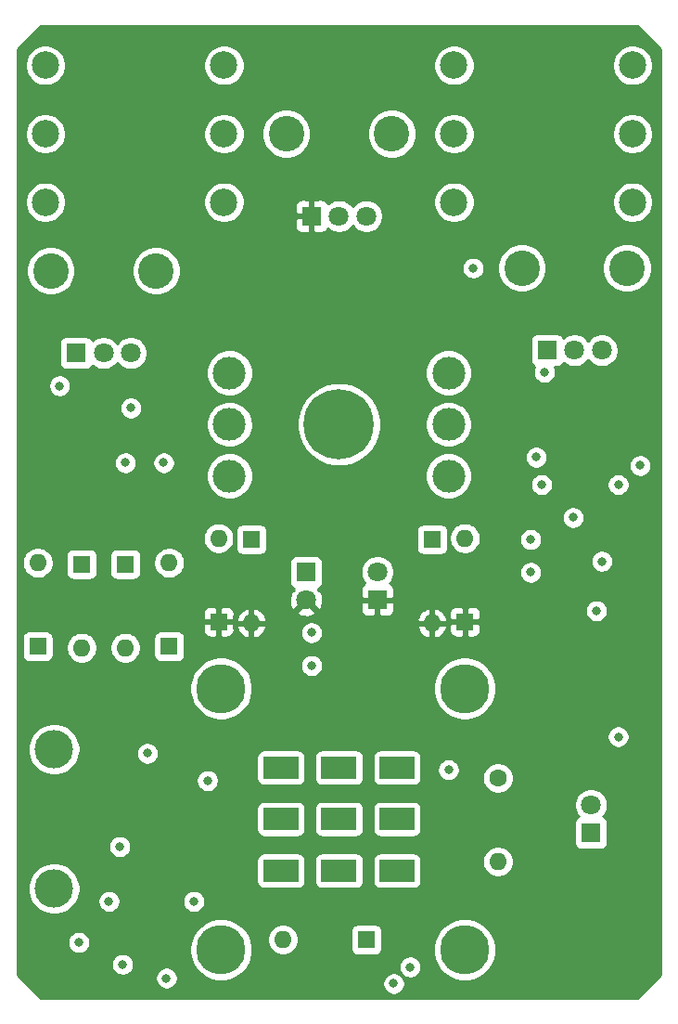
<source format=gbr>
%TF.GenerationSoftware,KiCad,Pcbnew,(5.1.10-1-10_14)*%
%TF.CreationDate,2021-10-01T16:43:39+02:00*%
%TF.ProjectId,Guitarpedal,47756974-6172-4706-9564-616c2e6b6963,rev?*%
%TF.SameCoordinates,Original*%
%TF.FileFunction,Copper,L3,Inr*%
%TF.FilePolarity,Positive*%
%FSLAX46Y46*%
G04 Gerber Fmt 4.6, Leading zero omitted, Abs format (unit mm)*
G04 Created by KiCad (PCBNEW (5.1.10-1-10_14)) date 2021-10-01 16:43:39*
%MOMM*%
%LPD*%
G01*
G04 APERTURE LIST*
%TA.AperFunction,ComponentPad*%
%ADD10C,3.000000*%
%TD*%
%TA.AperFunction,ComponentPad*%
%ADD11C,4.500000*%
%TD*%
%TA.AperFunction,ComponentPad*%
%ADD12C,3.500000*%
%TD*%
%TA.AperFunction,ComponentPad*%
%ADD13R,1.600000X1.600000*%
%TD*%
%TA.AperFunction,ComponentPad*%
%ADD14O,1.600000X1.600000*%
%TD*%
%TA.AperFunction,ComponentPad*%
%ADD15R,1.800000X1.800000*%
%TD*%
%TA.AperFunction,ComponentPad*%
%ADD16C,1.800000*%
%TD*%
%TA.AperFunction,ComponentPad*%
%ADD17C,0.800000*%
%TD*%
%TA.AperFunction,ComponentPad*%
%ADD18C,6.400000*%
%TD*%
%TA.AperFunction,ComponentPad*%
%ADD19C,2.500000*%
%TD*%
%TA.AperFunction,ComponentPad*%
%ADD20C,1.600000*%
%TD*%
%TA.AperFunction,ComponentPad*%
%ADD21C,3.240000*%
%TD*%
%TA.AperFunction,ComponentPad*%
%ADD22R,3.200000X2.000000*%
%TD*%
%TA.AperFunction,ViaPad*%
%ADD23C,0.800000*%
%TD*%
%TA.AperFunction,Conductor*%
%ADD24C,0.254000*%
%TD*%
%TA.AperFunction,Conductor*%
%ADD25C,0.100000*%
%TD*%
G04 APERTURE END LIST*
D10*
%TO.N,Net-(D5-Pad1)*%
%TO.C,SW2*%
X20000000Y57700000D03*
%TO.N,Hard_clipping_out*%
X20000000Y53000000D03*
%TO.N,Net-(D3-Pad1)*%
X20000000Y48300000D03*
%TD*%
%TO.N,Net-(R5-Pad2)*%
%TO.C,SW1*%
X40000000Y57700000D03*
%TO.N,Net-(R13-Pad2)*%
X40000000Y53000000D03*
%TO.N,Net-(R10-Pad2)*%
X40000000Y48300000D03*
%TD*%
D11*
%TO.N,N/C*%
%TO.C,BT1*%
X41470000Y28915000D03*
X41470000Y5085000D03*
X19240000Y28915000D03*
X19240000Y5085000D03*
D12*
%TO.N,Net-(BT1-Pad1)*%
X4000000Y10650000D03*
%TO.N,GND*%
X4000000Y23350000D03*
%TD*%
D13*
%TO.N,+9V*%
%TO.C,D1*%
X32500000Y6000000D03*
D14*
%TO.N,Power_in*%
X24880000Y6000000D03*
%TD*%
D13*
%TO.N,Net-(D3-Pad1)*%
%TO.C,D3*%
X22000000Y42500000D03*
D14*
%TO.N,4V5*%
X22000000Y34880000D03*
%TD*%
%TO.N,Net-(D3-Pad1)*%
%TO.C,D4*%
X19000000Y42620000D03*
D13*
%TO.N,4V5*%
X19000000Y35000000D03*
%TD*%
%TO.N,Net-(D5-Pad1)*%
%TO.C,D5*%
X38500000Y42500000D03*
D14*
%TO.N,4V5*%
X38500000Y34880000D03*
%TD*%
%TO.N,Net-(D5-Pad1)*%
%TO.C,D6*%
X41500000Y42620000D03*
D13*
%TO.N,4V5*%
X41500000Y35000000D03*
%TD*%
D15*
%TO.N,Hard_clipping_out*%
%TO.C,D7*%
X27000000Y39500000D03*
D16*
%TO.N,4V5*%
X27000000Y36960000D03*
%TD*%
%TO.N,Hard_clipping_out*%
%TO.C,D8*%
X33500000Y39540000D03*
D15*
%TO.N,4V5*%
X33500000Y37000000D03*
%TD*%
D14*
%TO.N,Net-(D11-Pad1)*%
%TO.C,D9*%
X2500000Y40370000D03*
D13*
%TO.N,Net-(D10-Pad2)*%
X2500000Y32750000D03*
%TD*%
%TO.N,Soft_clipping_out*%
%TO.C,D10*%
X6500000Y40250000D03*
D14*
%TO.N,Net-(D10-Pad2)*%
X6500000Y32630000D03*
%TD*%
%TO.N,Net-(D11-Pad2)*%
%TO.C,D11*%
X10500000Y32630000D03*
D13*
%TO.N,Net-(D11-Pad1)*%
X10500000Y40250000D03*
%TD*%
%TO.N,Net-(D11-Pad2)*%
%TO.C,D12*%
X14500000Y32750000D03*
D14*
%TO.N,Soft_clipping_out*%
X14500000Y40370000D03*
%TD*%
D17*
%TO.N,GND*%
%TO.C,H1*%
X31697056Y54697056D03*
X30000000Y55400000D03*
X28302944Y54697056D03*
X27600000Y53000000D03*
X28302944Y51302944D03*
X30000000Y50600000D03*
X31697056Y51302944D03*
X32400000Y53000000D03*
D18*
X30000000Y53000000D03*
%TD*%
D19*
%TO.N,N/C*%
%TO.C,J1*%
X19500000Y79500000D03*
X3200000Y79500000D03*
X3200000Y85750000D03*
X3200000Y73250000D03*
%TO.N,Net-(J1-PadT)*%
X19500000Y73250000D03*
%TO.N,GND*%
X19500000Y85750000D03*
%TD*%
%TO.N,GND*%
%TO.C,J2*%
X56800000Y85750000D03*
%TO.N,Net-(J2-PadT)*%
X56800000Y73250000D03*
%TO.N,N/C*%
X40500000Y73250000D03*
X40500000Y85750000D03*
X40500000Y79500000D03*
X56800000Y79500000D03*
%TD*%
D20*
%TO.N,Power_in*%
%TO.C,R24*%
X44500000Y20750000D03*
D14*
%TO.N,Net-(D13-Pad2)*%
X44500000Y13130000D03*
%TD*%
D15*
%TO.N,Net-(R16-Pad2)*%
%TO.C,RV1*%
X6000000Y59500000D03*
D16*
%TO.N,Net-(R15-Pad1)*%
X8500000Y59500000D03*
X11000000Y59500000D03*
D21*
%TO.N,*%
X13300000Y67000000D03*
X3700000Y67000000D03*
%TD*%
D15*
%TO.N,4V5*%
%TO.C,RV2*%
X27500000Y72000000D03*
D16*
%TO.N,Net-(RV2-Pad2)*%
X30000000Y72000000D03*
%TO.N,Net-(R25-Pad2)*%
X32500000Y72000000D03*
D21*
%TO.N,*%
X34800000Y79500000D03*
X25200000Y79500000D03*
%TD*%
%TO.N,*%
%TO.C,RV3*%
X46700000Y67250000D03*
X56300000Y67250000D03*
D16*
%TO.N,Net-(C13-Pad1)*%
X54000000Y59750000D03*
%TO.N,Net-(C12-Pad2)*%
X51500000Y59750000D03*
D15*
%TO.N,Net-(R21-Pad2)*%
X49000000Y59750000D03*
%TD*%
D22*
%TO.N,Tone_control_out*%
%TO.C,U4*%
X35300000Y12300000D03*
%TO.N,Net-(J2-PadT)*%
X35300000Y17000000D03*
%TO.N,Net-(U4-Pad4)*%
X35300000Y21700000D03*
%TO.N,Audio_in*%
X30000000Y12300000D03*
%TO.N,Net-(U4-Pad4)*%
X30000000Y21700000D03*
%TO.N,Power_in*%
X24700000Y12300000D03*
%TO.N,Net-(BT1-Pad1)*%
X24700000Y17000000D03*
%TO.N,Net-(U4-Pad1)*%
X24700000Y21700000D03*
%TO.N,Net-(J1-PadT)*%
X30000000Y17000000D03*
%TD*%
D15*
%TO.N,GND*%
%TO.C,D13*%
X53000000Y15750000D03*
D16*
%TO.N,Net-(D13-Pad2)*%
X53000000Y18290000D03*
%TD*%
D23*
%TO.N,GND*%
X10250000Y3750000D03*
X14250000Y2500000D03*
X35000000Y2000000D03*
X36500000Y3500000D03*
X55500000Y24500000D03*
X53500000Y36000000D03*
X47500000Y42500000D03*
X54000000Y40500000D03*
X57500000Y49250000D03*
X48750000Y57750000D03*
X9000000Y9500000D03*
X16750000Y9500000D03*
X4500000Y56500000D03*
X11000000Y54500000D03*
X42250000Y67250000D03*
%TO.N,+9V*%
X10500000Y49500000D03*
X6250000Y5750000D03*
X10000000Y14500000D03*
X48500000Y47500000D03*
%TO.N,Net-(C7-Pad1)*%
X18000000Y20500000D03*
X12500000Y23000000D03*
%TO.N,4V5*%
X52500000Y40500000D03*
X13000000Y7500000D03*
X15500000Y16500000D03*
X14750000Y26500000D03*
X10500000Y26500000D03*
X4500000Y47500000D03*
X6000000Y56500000D03*
X11595000Y7500000D03*
X13000000Y11500000D03*
X11595000Y11500000D03*
%TO.N,Tone_control_out*%
X40000000Y21500000D03*
%TO.N,Net-(D11-Pad1)*%
X14000000Y49500000D03*
%TO.N,Net-(J1-PadT)*%
X27500000Y31000000D03*
X27500000Y34000000D03*
%TO.N,Net-(R10-Pad1)*%
X51365000Y44500000D03*
X48000000Y50000000D03*
%TO.N,Net-(R13-Pad2)*%
X47500000Y39500000D03*
%TO.N,Net-(RV2-Pad2)*%
X55500000Y47500000D03*
%TD*%
D24*
%TO.N,4V5*%
X59340001Y87226618D02*
X59340000Y2773381D01*
X57226620Y660000D01*
X2773381Y660000D01*
X831442Y2601939D01*
X13215000Y2601939D01*
X13215000Y2398061D01*
X13254774Y2198102D01*
X13332795Y2009744D01*
X13446063Y1840226D01*
X13590226Y1696063D01*
X13759744Y1582795D01*
X13948102Y1504774D01*
X14148061Y1465000D01*
X14351939Y1465000D01*
X14551898Y1504774D01*
X14740256Y1582795D01*
X14909774Y1696063D01*
X15053937Y1840226D01*
X15167205Y2009744D01*
X15205393Y2101939D01*
X33965000Y2101939D01*
X33965000Y1898061D01*
X34004774Y1698102D01*
X34082795Y1509744D01*
X34196063Y1340226D01*
X34340226Y1196063D01*
X34509744Y1082795D01*
X34698102Y1004774D01*
X34898061Y965000D01*
X35101939Y965000D01*
X35301898Y1004774D01*
X35490256Y1082795D01*
X35659774Y1196063D01*
X35803937Y1340226D01*
X35917205Y1509744D01*
X35995226Y1698102D01*
X36035000Y1898061D01*
X36035000Y2101939D01*
X35995226Y2301898D01*
X35917205Y2490256D01*
X35803937Y2659774D01*
X35659774Y2803937D01*
X35490256Y2917205D01*
X35301898Y2995226D01*
X35101939Y3035000D01*
X34898061Y3035000D01*
X34698102Y2995226D01*
X34509744Y2917205D01*
X34340226Y2803937D01*
X34196063Y2659774D01*
X34082795Y2490256D01*
X34004774Y2301898D01*
X33965000Y2101939D01*
X15205393Y2101939D01*
X15245226Y2198102D01*
X15285000Y2398061D01*
X15285000Y2601939D01*
X15245226Y2801898D01*
X15167205Y2990256D01*
X15053937Y3159774D01*
X14909774Y3303937D01*
X14740256Y3417205D01*
X14551898Y3495226D01*
X14351939Y3535000D01*
X14148061Y3535000D01*
X13948102Y3495226D01*
X13759744Y3417205D01*
X13590226Y3303937D01*
X13446063Y3159774D01*
X13332795Y2990256D01*
X13254774Y2801898D01*
X13215000Y2601939D01*
X831442Y2601939D01*
X660000Y2773380D01*
X660000Y3851939D01*
X9215000Y3851939D01*
X9215000Y3648061D01*
X9254774Y3448102D01*
X9332795Y3259744D01*
X9446063Y3090226D01*
X9590226Y2946063D01*
X9759744Y2832795D01*
X9948102Y2754774D01*
X10148061Y2715000D01*
X10351939Y2715000D01*
X10551898Y2754774D01*
X10740256Y2832795D01*
X10909774Y2946063D01*
X11053937Y3090226D01*
X11167205Y3259744D01*
X11245226Y3448102D01*
X11285000Y3648061D01*
X11285000Y3851939D01*
X11245226Y4051898D01*
X11167205Y4240256D01*
X11053937Y4409774D01*
X10909774Y4553937D01*
X10740256Y4667205D01*
X10551898Y4745226D01*
X10351939Y4785000D01*
X10148061Y4785000D01*
X9948102Y4745226D01*
X9759744Y4667205D01*
X9590226Y4553937D01*
X9446063Y4409774D01*
X9332795Y4240256D01*
X9254774Y4051898D01*
X9215000Y3851939D01*
X660000Y3851939D01*
X660000Y5851939D01*
X5215000Y5851939D01*
X5215000Y5648061D01*
X5254774Y5448102D01*
X5332795Y5259744D01*
X5446063Y5090226D01*
X5590226Y4946063D01*
X5759744Y4832795D01*
X5948102Y4754774D01*
X6148061Y4715000D01*
X6351939Y4715000D01*
X6551898Y4754774D01*
X6740256Y4832795D01*
X6909774Y4946063D01*
X7053937Y5090226D01*
X7167205Y5259744D01*
X7212521Y5369148D01*
X16355000Y5369148D01*
X16355000Y4800852D01*
X16465869Y4243477D01*
X16683346Y3718440D01*
X16999074Y3245920D01*
X17400920Y2844074D01*
X17873440Y2528346D01*
X18398477Y2310869D01*
X18955852Y2200000D01*
X19524148Y2200000D01*
X20081523Y2310869D01*
X20606560Y2528346D01*
X21079080Y2844074D01*
X21480926Y3245920D01*
X21718810Y3601939D01*
X35465000Y3601939D01*
X35465000Y3398061D01*
X35504774Y3198102D01*
X35582795Y3009744D01*
X35696063Y2840226D01*
X35840226Y2696063D01*
X36009744Y2582795D01*
X36198102Y2504774D01*
X36398061Y2465000D01*
X36601939Y2465000D01*
X36801898Y2504774D01*
X36990256Y2582795D01*
X37159774Y2696063D01*
X37303937Y2840226D01*
X37417205Y3009744D01*
X37495226Y3198102D01*
X37535000Y3398061D01*
X37535000Y3601939D01*
X37495226Y3801898D01*
X37417205Y3990256D01*
X37303937Y4159774D01*
X37159774Y4303937D01*
X36990256Y4417205D01*
X36801898Y4495226D01*
X36601939Y4535000D01*
X36398061Y4535000D01*
X36198102Y4495226D01*
X36009744Y4417205D01*
X35840226Y4303937D01*
X35696063Y4159774D01*
X35582795Y3990256D01*
X35504774Y3801898D01*
X35465000Y3601939D01*
X21718810Y3601939D01*
X21796654Y3718440D01*
X22014131Y4243477D01*
X22125000Y4800852D01*
X22125000Y5369148D01*
X22014131Y5926523D01*
X21925154Y6141335D01*
X23445000Y6141335D01*
X23445000Y5858665D01*
X23500147Y5581426D01*
X23608320Y5320273D01*
X23765363Y5085241D01*
X23965241Y4885363D01*
X24200273Y4728320D01*
X24461426Y4620147D01*
X24738665Y4565000D01*
X25021335Y4565000D01*
X25298574Y4620147D01*
X25559727Y4728320D01*
X25794759Y4885363D01*
X25994637Y5085241D01*
X26151680Y5320273D01*
X26259853Y5581426D01*
X26315000Y5858665D01*
X26315000Y6141335D01*
X26259853Y6418574D01*
X26151680Y6679727D01*
X26071317Y6800000D01*
X31061928Y6800000D01*
X31061928Y5200000D01*
X31074188Y5075518D01*
X31110498Y4955820D01*
X31169463Y4845506D01*
X31248815Y4748815D01*
X31345506Y4669463D01*
X31455820Y4610498D01*
X31575518Y4574188D01*
X31700000Y4561928D01*
X33300000Y4561928D01*
X33424482Y4574188D01*
X33544180Y4610498D01*
X33654494Y4669463D01*
X33751185Y4748815D01*
X33830537Y4845506D01*
X33889502Y4955820D01*
X33925812Y5075518D01*
X33938072Y5200000D01*
X33938072Y5369148D01*
X38585000Y5369148D01*
X38585000Y4800852D01*
X38695869Y4243477D01*
X38913346Y3718440D01*
X39229074Y3245920D01*
X39630920Y2844074D01*
X40103440Y2528346D01*
X40628477Y2310869D01*
X41185852Y2200000D01*
X41754148Y2200000D01*
X42311523Y2310869D01*
X42836560Y2528346D01*
X43309080Y2844074D01*
X43710926Y3245920D01*
X44026654Y3718440D01*
X44244131Y4243477D01*
X44355000Y4800852D01*
X44355000Y5369148D01*
X44244131Y5926523D01*
X44026654Y6451560D01*
X43710926Y6924080D01*
X43309080Y7325926D01*
X42836560Y7641654D01*
X42311523Y7859131D01*
X41754148Y7970000D01*
X41185852Y7970000D01*
X40628477Y7859131D01*
X40103440Y7641654D01*
X39630920Y7325926D01*
X39229074Y6924080D01*
X38913346Y6451560D01*
X38695869Y5926523D01*
X38585000Y5369148D01*
X33938072Y5369148D01*
X33938072Y6800000D01*
X33925812Y6924482D01*
X33889502Y7044180D01*
X33830537Y7154494D01*
X33751185Y7251185D01*
X33654494Y7330537D01*
X33544180Y7389502D01*
X33424482Y7425812D01*
X33300000Y7438072D01*
X31700000Y7438072D01*
X31575518Y7425812D01*
X31455820Y7389502D01*
X31345506Y7330537D01*
X31248815Y7251185D01*
X31169463Y7154494D01*
X31110498Y7044180D01*
X31074188Y6924482D01*
X31061928Y6800000D01*
X26071317Y6800000D01*
X25994637Y6914759D01*
X25794759Y7114637D01*
X25559727Y7271680D01*
X25298574Y7379853D01*
X25021335Y7435000D01*
X24738665Y7435000D01*
X24461426Y7379853D01*
X24200273Y7271680D01*
X23965241Y7114637D01*
X23765363Y6914759D01*
X23608320Y6679727D01*
X23500147Y6418574D01*
X23445000Y6141335D01*
X21925154Y6141335D01*
X21796654Y6451560D01*
X21480926Y6924080D01*
X21079080Y7325926D01*
X20606560Y7641654D01*
X20081523Y7859131D01*
X19524148Y7970000D01*
X18955852Y7970000D01*
X18398477Y7859131D01*
X17873440Y7641654D01*
X17400920Y7325926D01*
X16999074Y6924080D01*
X16683346Y6451560D01*
X16465869Y5926523D01*
X16355000Y5369148D01*
X7212521Y5369148D01*
X7245226Y5448102D01*
X7285000Y5648061D01*
X7285000Y5851939D01*
X7245226Y6051898D01*
X7167205Y6240256D01*
X7053937Y6409774D01*
X6909774Y6553937D01*
X6740256Y6667205D01*
X6551898Y6745226D01*
X6351939Y6785000D01*
X6148061Y6785000D01*
X5948102Y6745226D01*
X5759744Y6667205D01*
X5590226Y6553937D01*
X5446063Y6409774D01*
X5332795Y6240256D01*
X5254774Y6051898D01*
X5215000Y5851939D01*
X660000Y5851939D01*
X660000Y10884902D01*
X1615000Y10884902D01*
X1615000Y10415098D01*
X1706654Y9954321D01*
X1886440Y9520279D01*
X2147450Y9129651D01*
X2479651Y8797450D01*
X2870279Y8536440D01*
X3304321Y8356654D01*
X3765098Y8265000D01*
X4234902Y8265000D01*
X4695679Y8356654D01*
X5129721Y8536440D01*
X5520349Y8797450D01*
X5852550Y9129651D01*
X6113560Y9520279D01*
X6147384Y9601939D01*
X7965000Y9601939D01*
X7965000Y9398061D01*
X8004774Y9198102D01*
X8082795Y9009744D01*
X8196063Y8840226D01*
X8340226Y8696063D01*
X8509744Y8582795D01*
X8698102Y8504774D01*
X8898061Y8465000D01*
X9101939Y8465000D01*
X9301898Y8504774D01*
X9490256Y8582795D01*
X9659774Y8696063D01*
X9803937Y8840226D01*
X9917205Y9009744D01*
X9995226Y9198102D01*
X10035000Y9398061D01*
X10035000Y9601939D01*
X15715000Y9601939D01*
X15715000Y9398061D01*
X15754774Y9198102D01*
X15832795Y9009744D01*
X15946063Y8840226D01*
X16090226Y8696063D01*
X16259744Y8582795D01*
X16448102Y8504774D01*
X16648061Y8465000D01*
X16851939Y8465000D01*
X17051898Y8504774D01*
X17240256Y8582795D01*
X17409774Y8696063D01*
X17553937Y8840226D01*
X17667205Y9009744D01*
X17745226Y9198102D01*
X17785000Y9398061D01*
X17785000Y9601939D01*
X17745226Y9801898D01*
X17667205Y9990256D01*
X17553937Y10159774D01*
X17409774Y10303937D01*
X17240256Y10417205D01*
X17051898Y10495226D01*
X16851939Y10535000D01*
X16648061Y10535000D01*
X16448102Y10495226D01*
X16259744Y10417205D01*
X16090226Y10303937D01*
X15946063Y10159774D01*
X15832795Y9990256D01*
X15754774Y9801898D01*
X15715000Y9601939D01*
X10035000Y9601939D01*
X9995226Y9801898D01*
X9917205Y9990256D01*
X9803937Y10159774D01*
X9659774Y10303937D01*
X9490256Y10417205D01*
X9301898Y10495226D01*
X9101939Y10535000D01*
X8898061Y10535000D01*
X8698102Y10495226D01*
X8509744Y10417205D01*
X8340226Y10303937D01*
X8196063Y10159774D01*
X8082795Y9990256D01*
X8004774Y9801898D01*
X7965000Y9601939D01*
X6147384Y9601939D01*
X6293346Y9954321D01*
X6385000Y10415098D01*
X6385000Y10884902D01*
X6293346Y11345679D01*
X6113560Y11779721D01*
X5852550Y12170349D01*
X5520349Y12502550D01*
X5129721Y12763560D01*
X4695679Y12943346D01*
X4234902Y13035000D01*
X3765098Y13035000D01*
X3304321Y12943346D01*
X2870279Y12763560D01*
X2479651Y12502550D01*
X2147450Y12170349D01*
X1886440Y11779721D01*
X1706654Y11345679D01*
X1615000Y10884902D01*
X660000Y10884902D01*
X660000Y13300000D01*
X22461928Y13300000D01*
X22461928Y11300000D01*
X22474188Y11175518D01*
X22510498Y11055820D01*
X22569463Y10945506D01*
X22648815Y10848815D01*
X22745506Y10769463D01*
X22855820Y10710498D01*
X22975518Y10674188D01*
X23100000Y10661928D01*
X26300000Y10661928D01*
X26424482Y10674188D01*
X26544180Y10710498D01*
X26654494Y10769463D01*
X26751185Y10848815D01*
X26830537Y10945506D01*
X26889502Y11055820D01*
X26925812Y11175518D01*
X26938072Y11300000D01*
X26938072Y13300000D01*
X27761928Y13300000D01*
X27761928Y11300000D01*
X27774188Y11175518D01*
X27810498Y11055820D01*
X27869463Y10945506D01*
X27948815Y10848815D01*
X28045506Y10769463D01*
X28155820Y10710498D01*
X28275518Y10674188D01*
X28400000Y10661928D01*
X31600000Y10661928D01*
X31724482Y10674188D01*
X31844180Y10710498D01*
X31954494Y10769463D01*
X32051185Y10848815D01*
X32130537Y10945506D01*
X32189502Y11055820D01*
X32225812Y11175518D01*
X32238072Y11300000D01*
X32238072Y13300000D01*
X33061928Y13300000D01*
X33061928Y11300000D01*
X33074188Y11175518D01*
X33110498Y11055820D01*
X33169463Y10945506D01*
X33248815Y10848815D01*
X33345506Y10769463D01*
X33455820Y10710498D01*
X33575518Y10674188D01*
X33700000Y10661928D01*
X36900000Y10661928D01*
X37024482Y10674188D01*
X37144180Y10710498D01*
X37254494Y10769463D01*
X37351185Y10848815D01*
X37430537Y10945506D01*
X37489502Y11055820D01*
X37525812Y11175518D01*
X37538072Y11300000D01*
X37538072Y13271335D01*
X43065000Y13271335D01*
X43065000Y12988665D01*
X43120147Y12711426D01*
X43228320Y12450273D01*
X43385363Y12215241D01*
X43585241Y12015363D01*
X43820273Y11858320D01*
X44081426Y11750147D01*
X44358665Y11695000D01*
X44641335Y11695000D01*
X44918574Y11750147D01*
X45179727Y11858320D01*
X45414759Y12015363D01*
X45614637Y12215241D01*
X45771680Y12450273D01*
X45879853Y12711426D01*
X45935000Y12988665D01*
X45935000Y13271335D01*
X45879853Y13548574D01*
X45771680Y13809727D01*
X45614637Y14044759D01*
X45414759Y14244637D01*
X45179727Y14401680D01*
X44918574Y14509853D01*
X44641335Y14565000D01*
X44358665Y14565000D01*
X44081426Y14509853D01*
X43820273Y14401680D01*
X43585241Y14244637D01*
X43385363Y14044759D01*
X43228320Y13809727D01*
X43120147Y13548574D01*
X43065000Y13271335D01*
X37538072Y13271335D01*
X37538072Y13300000D01*
X37525812Y13424482D01*
X37489502Y13544180D01*
X37430537Y13654494D01*
X37351185Y13751185D01*
X37254494Y13830537D01*
X37144180Y13889502D01*
X37024482Y13925812D01*
X36900000Y13938072D01*
X33700000Y13938072D01*
X33575518Y13925812D01*
X33455820Y13889502D01*
X33345506Y13830537D01*
X33248815Y13751185D01*
X33169463Y13654494D01*
X33110498Y13544180D01*
X33074188Y13424482D01*
X33061928Y13300000D01*
X32238072Y13300000D01*
X32225812Y13424482D01*
X32189502Y13544180D01*
X32130537Y13654494D01*
X32051185Y13751185D01*
X31954494Y13830537D01*
X31844180Y13889502D01*
X31724482Y13925812D01*
X31600000Y13938072D01*
X28400000Y13938072D01*
X28275518Y13925812D01*
X28155820Y13889502D01*
X28045506Y13830537D01*
X27948815Y13751185D01*
X27869463Y13654494D01*
X27810498Y13544180D01*
X27774188Y13424482D01*
X27761928Y13300000D01*
X26938072Y13300000D01*
X26925812Y13424482D01*
X26889502Y13544180D01*
X26830537Y13654494D01*
X26751185Y13751185D01*
X26654494Y13830537D01*
X26544180Y13889502D01*
X26424482Y13925812D01*
X26300000Y13938072D01*
X23100000Y13938072D01*
X22975518Y13925812D01*
X22855820Y13889502D01*
X22745506Y13830537D01*
X22648815Y13751185D01*
X22569463Y13654494D01*
X22510498Y13544180D01*
X22474188Y13424482D01*
X22461928Y13300000D01*
X660000Y13300000D01*
X660000Y14601939D01*
X8965000Y14601939D01*
X8965000Y14398061D01*
X9004774Y14198102D01*
X9082795Y14009744D01*
X9196063Y13840226D01*
X9340226Y13696063D01*
X9509744Y13582795D01*
X9698102Y13504774D01*
X9898061Y13465000D01*
X10101939Y13465000D01*
X10301898Y13504774D01*
X10490256Y13582795D01*
X10659774Y13696063D01*
X10803937Y13840226D01*
X10917205Y14009744D01*
X10995226Y14198102D01*
X11035000Y14398061D01*
X11035000Y14601939D01*
X10995226Y14801898D01*
X10917205Y14990256D01*
X10803937Y15159774D01*
X10659774Y15303937D01*
X10490256Y15417205D01*
X10301898Y15495226D01*
X10101939Y15535000D01*
X9898061Y15535000D01*
X9698102Y15495226D01*
X9509744Y15417205D01*
X9340226Y15303937D01*
X9196063Y15159774D01*
X9082795Y14990256D01*
X9004774Y14801898D01*
X8965000Y14601939D01*
X660000Y14601939D01*
X660000Y18000000D01*
X22461928Y18000000D01*
X22461928Y16000000D01*
X22474188Y15875518D01*
X22510498Y15755820D01*
X22569463Y15645506D01*
X22648815Y15548815D01*
X22745506Y15469463D01*
X22855820Y15410498D01*
X22975518Y15374188D01*
X23100000Y15361928D01*
X26300000Y15361928D01*
X26424482Y15374188D01*
X26544180Y15410498D01*
X26654494Y15469463D01*
X26751185Y15548815D01*
X26830537Y15645506D01*
X26889502Y15755820D01*
X26925812Y15875518D01*
X26938072Y16000000D01*
X26938072Y18000000D01*
X27761928Y18000000D01*
X27761928Y16000000D01*
X27774188Y15875518D01*
X27810498Y15755820D01*
X27869463Y15645506D01*
X27948815Y15548815D01*
X28045506Y15469463D01*
X28155820Y15410498D01*
X28275518Y15374188D01*
X28400000Y15361928D01*
X31600000Y15361928D01*
X31724482Y15374188D01*
X31844180Y15410498D01*
X31954494Y15469463D01*
X32051185Y15548815D01*
X32130537Y15645506D01*
X32189502Y15755820D01*
X32225812Y15875518D01*
X32238072Y16000000D01*
X32238072Y18000000D01*
X33061928Y18000000D01*
X33061928Y16000000D01*
X33074188Y15875518D01*
X33110498Y15755820D01*
X33169463Y15645506D01*
X33248815Y15548815D01*
X33345506Y15469463D01*
X33455820Y15410498D01*
X33575518Y15374188D01*
X33700000Y15361928D01*
X36900000Y15361928D01*
X37024482Y15374188D01*
X37144180Y15410498D01*
X37254494Y15469463D01*
X37351185Y15548815D01*
X37430537Y15645506D01*
X37489502Y15755820D01*
X37525812Y15875518D01*
X37538072Y16000000D01*
X37538072Y16650000D01*
X51461928Y16650000D01*
X51461928Y14850000D01*
X51474188Y14725518D01*
X51510498Y14605820D01*
X51569463Y14495506D01*
X51648815Y14398815D01*
X51745506Y14319463D01*
X51855820Y14260498D01*
X51975518Y14224188D01*
X52100000Y14211928D01*
X53900000Y14211928D01*
X54024482Y14224188D01*
X54144180Y14260498D01*
X54254494Y14319463D01*
X54351185Y14398815D01*
X54430537Y14495506D01*
X54489502Y14605820D01*
X54525812Y14725518D01*
X54538072Y14850000D01*
X54538072Y16650000D01*
X54525812Y16774482D01*
X54489502Y16894180D01*
X54430537Y17004494D01*
X54351185Y17101185D01*
X54254494Y17180537D01*
X54144180Y17239502D01*
X54125873Y17245056D01*
X54192312Y17311495D01*
X54360299Y17562905D01*
X54476011Y17842257D01*
X54535000Y18138816D01*
X54535000Y18441184D01*
X54476011Y18737743D01*
X54360299Y19017095D01*
X54192312Y19268505D01*
X53978505Y19482312D01*
X53727095Y19650299D01*
X53447743Y19766011D01*
X53151184Y19825000D01*
X52848816Y19825000D01*
X52552257Y19766011D01*
X52272905Y19650299D01*
X52021495Y19482312D01*
X51807688Y19268505D01*
X51639701Y19017095D01*
X51523989Y18737743D01*
X51465000Y18441184D01*
X51465000Y18138816D01*
X51523989Y17842257D01*
X51639701Y17562905D01*
X51807688Y17311495D01*
X51874127Y17245056D01*
X51855820Y17239502D01*
X51745506Y17180537D01*
X51648815Y17101185D01*
X51569463Y17004494D01*
X51510498Y16894180D01*
X51474188Y16774482D01*
X51461928Y16650000D01*
X37538072Y16650000D01*
X37538072Y18000000D01*
X37525812Y18124482D01*
X37489502Y18244180D01*
X37430537Y18354494D01*
X37351185Y18451185D01*
X37254494Y18530537D01*
X37144180Y18589502D01*
X37024482Y18625812D01*
X36900000Y18638072D01*
X33700000Y18638072D01*
X33575518Y18625812D01*
X33455820Y18589502D01*
X33345506Y18530537D01*
X33248815Y18451185D01*
X33169463Y18354494D01*
X33110498Y18244180D01*
X33074188Y18124482D01*
X33061928Y18000000D01*
X32238072Y18000000D01*
X32225812Y18124482D01*
X32189502Y18244180D01*
X32130537Y18354494D01*
X32051185Y18451185D01*
X31954494Y18530537D01*
X31844180Y18589502D01*
X31724482Y18625812D01*
X31600000Y18638072D01*
X28400000Y18638072D01*
X28275518Y18625812D01*
X28155820Y18589502D01*
X28045506Y18530537D01*
X27948815Y18451185D01*
X27869463Y18354494D01*
X27810498Y18244180D01*
X27774188Y18124482D01*
X27761928Y18000000D01*
X26938072Y18000000D01*
X26925812Y18124482D01*
X26889502Y18244180D01*
X26830537Y18354494D01*
X26751185Y18451185D01*
X26654494Y18530537D01*
X26544180Y18589502D01*
X26424482Y18625812D01*
X26300000Y18638072D01*
X23100000Y18638072D01*
X22975518Y18625812D01*
X22855820Y18589502D01*
X22745506Y18530537D01*
X22648815Y18451185D01*
X22569463Y18354494D01*
X22510498Y18244180D01*
X22474188Y18124482D01*
X22461928Y18000000D01*
X660000Y18000000D01*
X660000Y20601939D01*
X16965000Y20601939D01*
X16965000Y20398061D01*
X17004774Y20198102D01*
X17082795Y20009744D01*
X17196063Y19840226D01*
X17340226Y19696063D01*
X17509744Y19582795D01*
X17698102Y19504774D01*
X17898061Y19465000D01*
X18101939Y19465000D01*
X18301898Y19504774D01*
X18490256Y19582795D01*
X18659774Y19696063D01*
X18803937Y19840226D01*
X18917205Y20009744D01*
X18995226Y20198102D01*
X19035000Y20398061D01*
X19035000Y20601939D01*
X18995226Y20801898D01*
X18917205Y20990256D01*
X18803937Y21159774D01*
X18659774Y21303937D01*
X18490256Y21417205D01*
X18301898Y21495226D01*
X18101939Y21535000D01*
X17898061Y21535000D01*
X17698102Y21495226D01*
X17509744Y21417205D01*
X17340226Y21303937D01*
X17196063Y21159774D01*
X17082795Y20990256D01*
X17004774Y20801898D01*
X16965000Y20601939D01*
X660000Y20601939D01*
X660000Y23584902D01*
X1615000Y23584902D01*
X1615000Y23115098D01*
X1706654Y22654321D01*
X1886440Y22220279D01*
X2147450Y21829651D01*
X2479651Y21497450D01*
X2870279Y21236440D01*
X3304321Y21056654D01*
X3765098Y20965000D01*
X4234902Y20965000D01*
X4695679Y21056654D01*
X5129721Y21236440D01*
X5520349Y21497450D01*
X5852550Y21829651D01*
X6113560Y22220279D01*
X6293346Y22654321D01*
X6382382Y23101939D01*
X11465000Y23101939D01*
X11465000Y22898061D01*
X11504774Y22698102D01*
X11582795Y22509744D01*
X11696063Y22340226D01*
X11840226Y22196063D01*
X12009744Y22082795D01*
X12198102Y22004774D01*
X12398061Y21965000D01*
X12601939Y21965000D01*
X12801898Y22004774D01*
X12990256Y22082795D01*
X13159774Y22196063D01*
X13303937Y22340226D01*
X13417205Y22509744D01*
X13495226Y22698102D01*
X13495603Y22700000D01*
X22461928Y22700000D01*
X22461928Y20700000D01*
X22474188Y20575518D01*
X22510498Y20455820D01*
X22569463Y20345506D01*
X22648815Y20248815D01*
X22745506Y20169463D01*
X22855820Y20110498D01*
X22975518Y20074188D01*
X23100000Y20061928D01*
X26300000Y20061928D01*
X26424482Y20074188D01*
X26544180Y20110498D01*
X26654494Y20169463D01*
X26751185Y20248815D01*
X26830537Y20345506D01*
X26889502Y20455820D01*
X26925812Y20575518D01*
X26938072Y20700000D01*
X26938072Y22700000D01*
X27761928Y22700000D01*
X27761928Y20700000D01*
X27774188Y20575518D01*
X27810498Y20455820D01*
X27869463Y20345506D01*
X27948815Y20248815D01*
X28045506Y20169463D01*
X28155820Y20110498D01*
X28275518Y20074188D01*
X28400000Y20061928D01*
X31600000Y20061928D01*
X31724482Y20074188D01*
X31844180Y20110498D01*
X31954494Y20169463D01*
X32051185Y20248815D01*
X32130537Y20345506D01*
X32189502Y20455820D01*
X32225812Y20575518D01*
X32238072Y20700000D01*
X32238072Y22700000D01*
X33061928Y22700000D01*
X33061928Y20700000D01*
X33074188Y20575518D01*
X33110498Y20455820D01*
X33169463Y20345506D01*
X33248815Y20248815D01*
X33345506Y20169463D01*
X33455820Y20110498D01*
X33575518Y20074188D01*
X33700000Y20061928D01*
X36900000Y20061928D01*
X37024482Y20074188D01*
X37144180Y20110498D01*
X37254494Y20169463D01*
X37351185Y20248815D01*
X37430537Y20345506D01*
X37489502Y20455820D01*
X37525812Y20575518D01*
X37538072Y20700000D01*
X37538072Y21601939D01*
X38965000Y21601939D01*
X38965000Y21398061D01*
X39004774Y21198102D01*
X39082795Y21009744D01*
X39196063Y20840226D01*
X39340226Y20696063D01*
X39509744Y20582795D01*
X39698102Y20504774D01*
X39898061Y20465000D01*
X40101939Y20465000D01*
X40301898Y20504774D01*
X40490256Y20582795D01*
X40659774Y20696063D01*
X40803937Y20840226D01*
X40838086Y20891335D01*
X43065000Y20891335D01*
X43065000Y20608665D01*
X43120147Y20331426D01*
X43228320Y20070273D01*
X43385363Y19835241D01*
X43585241Y19635363D01*
X43820273Y19478320D01*
X44081426Y19370147D01*
X44358665Y19315000D01*
X44641335Y19315000D01*
X44918574Y19370147D01*
X45179727Y19478320D01*
X45414759Y19635363D01*
X45614637Y19835241D01*
X45771680Y20070273D01*
X45879853Y20331426D01*
X45935000Y20608665D01*
X45935000Y20891335D01*
X45879853Y21168574D01*
X45771680Y21429727D01*
X45614637Y21664759D01*
X45414759Y21864637D01*
X45179727Y22021680D01*
X44918574Y22129853D01*
X44641335Y22185000D01*
X44358665Y22185000D01*
X44081426Y22129853D01*
X43820273Y22021680D01*
X43585241Y21864637D01*
X43385363Y21664759D01*
X43228320Y21429727D01*
X43120147Y21168574D01*
X43065000Y20891335D01*
X40838086Y20891335D01*
X40917205Y21009744D01*
X40995226Y21198102D01*
X41035000Y21398061D01*
X41035000Y21601939D01*
X40995226Y21801898D01*
X40917205Y21990256D01*
X40803937Y22159774D01*
X40659774Y22303937D01*
X40490256Y22417205D01*
X40301898Y22495226D01*
X40101939Y22535000D01*
X39898061Y22535000D01*
X39698102Y22495226D01*
X39509744Y22417205D01*
X39340226Y22303937D01*
X39196063Y22159774D01*
X39082795Y21990256D01*
X39004774Y21801898D01*
X38965000Y21601939D01*
X37538072Y21601939D01*
X37538072Y22700000D01*
X37525812Y22824482D01*
X37489502Y22944180D01*
X37430537Y23054494D01*
X37351185Y23151185D01*
X37254494Y23230537D01*
X37144180Y23289502D01*
X37024482Y23325812D01*
X36900000Y23338072D01*
X33700000Y23338072D01*
X33575518Y23325812D01*
X33455820Y23289502D01*
X33345506Y23230537D01*
X33248815Y23151185D01*
X33169463Y23054494D01*
X33110498Y22944180D01*
X33074188Y22824482D01*
X33061928Y22700000D01*
X32238072Y22700000D01*
X32225812Y22824482D01*
X32189502Y22944180D01*
X32130537Y23054494D01*
X32051185Y23151185D01*
X31954494Y23230537D01*
X31844180Y23289502D01*
X31724482Y23325812D01*
X31600000Y23338072D01*
X28400000Y23338072D01*
X28275518Y23325812D01*
X28155820Y23289502D01*
X28045506Y23230537D01*
X27948815Y23151185D01*
X27869463Y23054494D01*
X27810498Y22944180D01*
X27774188Y22824482D01*
X27761928Y22700000D01*
X26938072Y22700000D01*
X26925812Y22824482D01*
X26889502Y22944180D01*
X26830537Y23054494D01*
X26751185Y23151185D01*
X26654494Y23230537D01*
X26544180Y23289502D01*
X26424482Y23325812D01*
X26300000Y23338072D01*
X23100000Y23338072D01*
X22975518Y23325812D01*
X22855820Y23289502D01*
X22745506Y23230537D01*
X22648815Y23151185D01*
X22569463Y23054494D01*
X22510498Y22944180D01*
X22474188Y22824482D01*
X22461928Y22700000D01*
X13495603Y22700000D01*
X13535000Y22898061D01*
X13535000Y23101939D01*
X13495226Y23301898D01*
X13417205Y23490256D01*
X13303937Y23659774D01*
X13159774Y23803937D01*
X12990256Y23917205D01*
X12801898Y23995226D01*
X12601939Y24035000D01*
X12398061Y24035000D01*
X12198102Y23995226D01*
X12009744Y23917205D01*
X11840226Y23803937D01*
X11696063Y23659774D01*
X11582795Y23490256D01*
X11504774Y23301898D01*
X11465000Y23101939D01*
X6382382Y23101939D01*
X6385000Y23115098D01*
X6385000Y23584902D01*
X6293346Y24045679D01*
X6113560Y24479721D01*
X6031897Y24601939D01*
X54465000Y24601939D01*
X54465000Y24398061D01*
X54504774Y24198102D01*
X54582795Y24009744D01*
X54696063Y23840226D01*
X54840226Y23696063D01*
X55009744Y23582795D01*
X55198102Y23504774D01*
X55398061Y23465000D01*
X55601939Y23465000D01*
X55801898Y23504774D01*
X55990256Y23582795D01*
X56159774Y23696063D01*
X56303937Y23840226D01*
X56417205Y24009744D01*
X56495226Y24198102D01*
X56535000Y24398061D01*
X56535000Y24601939D01*
X56495226Y24801898D01*
X56417205Y24990256D01*
X56303937Y25159774D01*
X56159774Y25303937D01*
X55990256Y25417205D01*
X55801898Y25495226D01*
X55601939Y25535000D01*
X55398061Y25535000D01*
X55198102Y25495226D01*
X55009744Y25417205D01*
X54840226Y25303937D01*
X54696063Y25159774D01*
X54582795Y24990256D01*
X54504774Y24801898D01*
X54465000Y24601939D01*
X6031897Y24601939D01*
X5852550Y24870349D01*
X5520349Y25202550D01*
X5129721Y25463560D01*
X4695679Y25643346D01*
X4234902Y25735000D01*
X3765098Y25735000D01*
X3304321Y25643346D01*
X2870279Y25463560D01*
X2479651Y25202550D01*
X2147450Y24870349D01*
X1886440Y24479721D01*
X1706654Y24045679D01*
X1615000Y23584902D01*
X660000Y23584902D01*
X660000Y29199148D01*
X16355000Y29199148D01*
X16355000Y28630852D01*
X16465869Y28073477D01*
X16683346Y27548440D01*
X16999074Y27075920D01*
X17400920Y26674074D01*
X17873440Y26358346D01*
X18398477Y26140869D01*
X18955852Y26030000D01*
X19524148Y26030000D01*
X20081523Y26140869D01*
X20606560Y26358346D01*
X21079080Y26674074D01*
X21480926Y27075920D01*
X21796654Y27548440D01*
X22014131Y28073477D01*
X22125000Y28630852D01*
X22125000Y29199148D01*
X38585000Y29199148D01*
X38585000Y28630852D01*
X38695869Y28073477D01*
X38913346Y27548440D01*
X39229074Y27075920D01*
X39630920Y26674074D01*
X40103440Y26358346D01*
X40628477Y26140869D01*
X41185852Y26030000D01*
X41754148Y26030000D01*
X42311523Y26140869D01*
X42836560Y26358346D01*
X43309080Y26674074D01*
X43710926Y27075920D01*
X44026654Y27548440D01*
X44244131Y28073477D01*
X44355000Y28630852D01*
X44355000Y29199148D01*
X44244131Y29756523D01*
X44026654Y30281560D01*
X43710926Y30754080D01*
X43309080Y31155926D01*
X42836560Y31471654D01*
X42311523Y31689131D01*
X41754148Y31800000D01*
X41185852Y31800000D01*
X40628477Y31689131D01*
X40103440Y31471654D01*
X39630920Y31155926D01*
X39229074Y30754080D01*
X38913346Y30281560D01*
X38695869Y29756523D01*
X38585000Y29199148D01*
X22125000Y29199148D01*
X22014131Y29756523D01*
X21796654Y30281560D01*
X21480926Y30754080D01*
X21133067Y31101939D01*
X26465000Y31101939D01*
X26465000Y30898061D01*
X26504774Y30698102D01*
X26582795Y30509744D01*
X26696063Y30340226D01*
X26840226Y30196063D01*
X27009744Y30082795D01*
X27198102Y30004774D01*
X27398061Y29965000D01*
X27601939Y29965000D01*
X27801898Y30004774D01*
X27990256Y30082795D01*
X28159774Y30196063D01*
X28303937Y30340226D01*
X28417205Y30509744D01*
X28495226Y30698102D01*
X28535000Y30898061D01*
X28535000Y31101939D01*
X28495226Y31301898D01*
X28417205Y31490256D01*
X28303937Y31659774D01*
X28159774Y31803937D01*
X27990256Y31917205D01*
X27801898Y31995226D01*
X27601939Y32035000D01*
X27398061Y32035000D01*
X27198102Y31995226D01*
X27009744Y31917205D01*
X26840226Y31803937D01*
X26696063Y31659774D01*
X26582795Y31490256D01*
X26504774Y31301898D01*
X26465000Y31101939D01*
X21133067Y31101939D01*
X21079080Y31155926D01*
X20606560Y31471654D01*
X20081523Y31689131D01*
X19524148Y31800000D01*
X18955852Y31800000D01*
X18398477Y31689131D01*
X17873440Y31471654D01*
X17400920Y31155926D01*
X16999074Y30754080D01*
X16683346Y30281560D01*
X16465869Y29756523D01*
X16355000Y29199148D01*
X660000Y29199148D01*
X660000Y33550000D01*
X1061928Y33550000D01*
X1061928Y31950000D01*
X1074188Y31825518D01*
X1110498Y31705820D01*
X1169463Y31595506D01*
X1248815Y31498815D01*
X1345506Y31419463D01*
X1455820Y31360498D01*
X1575518Y31324188D01*
X1700000Y31311928D01*
X3300000Y31311928D01*
X3424482Y31324188D01*
X3544180Y31360498D01*
X3654494Y31419463D01*
X3751185Y31498815D01*
X3830537Y31595506D01*
X3889502Y31705820D01*
X3925812Y31825518D01*
X3938072Y31950000D01*
X3938072Y32771335D01*
X5065000Y32771335D01*
X5065000Y32488665D01*
X5120147Y32211426D01*
X5228320Y31950273D01*
X5385363Y31715241D01*
X5585241Y31515363D01*
X5820273Y31358320D01*
X6081426Y31250147D01*
X6358665Y31195000D01*
X6641335Y31195000D01*
X6918574Y31250147D01*
X7179727Y31358320D01*
X7414759Y31515363D01*
X7614637Y31715241D01*
X7771680Y31950273D01*
X7879853Y32211426D01*
X7935000Y32488665D01*
X7935000Y32771335D01*
X9065000Y32771335D01*
X9065000Y32488665D01*
X9120147Y32211426D01*
X9228320Y31950273D01*
X9385363Y31715241D01*
X9585241Y31515363D01*
X9820273Y31358320D01*
X10081426Y31250147D01*
X10358665Y31195000D01*
X10641335Y31195000D01*
X10918574Y31250147D01*
X11179727Y31358320D01*
X11414759Y31515363D01*
X11614637Y31715241D01*
X11771680Y31950273D01*
X11879853Y32211426D01*
X11935000Y32488665D01*
X11935000Y32771335D01*
X11879853Y33048574D01*
X11771680Y33309727D01*
X11614637Y33544759D01*
X11609396Y33550000D01*
X13061928Y33550000D01*
X13061928Y31950000D01*
X13074188Y31825518D01*
X13110498Y31705820D01*
X13169463Y31595506D01*
X13248815Y31498815D01*
X13345506Y31419463D01*
X13455820Y31360498D01*
X13575518Y31324188D01*
X13700000Y31311928D01*
X15300000Y31311928D01*
X15424482Y31324188D01*
X15544180Y31360498D01*
X15654494Y31419463D01*
X15751185Y31498815D01*
X15830537Y31595506D01*
X15889502Y31705820D01*
X15925812Y31825518D01*
X15938072Y31950000D01*
X15938072Y33550000D01*
X15925812Y33674482D01*
X15889502Y33794180D01*
X15830537Y33904494D01*
X15751185Y34001185D01*
X15654494Y34080537D01*
X15544180Y34139502D01*
X15424482Y34175812D01*
X15300000Y34188072D01*
X13700000Y34188072D01*
X13575518Y34175812D01*
X13455820Y34139502D01*
X13345506Y34080537D01*
X13248815Y34001185D01*
X13169463Y33904494D01*
X13110498Y33794180D01*
X13074188Y33674482D01*
X13061928Y33550000D01*
X11609396Y33550000D01*
X11414759Y33744637D01*
X11179727Y33901680D01*
X10918574Y34009853D01*
X10641335Y34065000D01*
X10358665Y34065000D01*
X10081426Y34009853D01*
X9820273Y33901680D01*
X9585241Y33744637D01*
X9385363Y33544759D01*
X9228320Y33309727D01*
X9120147Y33048574D01*
X9065000Y32771335D01*
X7935000Y32771335D01*
X7879853Y33048574D01*
X7771680Y33309727D01*
X7614637Y33544759D01*
X7414759Y33744637D01*
X7179727Y33901680D01*
X6918574Y34009853D01*
X6641335Y34065000D01*
X6358665Y34065000D01*
X6081426Y34009853D01*
X5820273Y33901680D01*
X5585241Y33744637D01*
X5385363Y33544759D01*
X5228320Y33309727D01*
X5120147Y33048574D01*
X5065000Y32771335D01*
X3938072Y32771335D01*
X3938072Y33550000D01*
X3925812Y33674482D01*
X3889502Y33794180D01*
X3830537Y33904494D01*
X3751185Y34001185D01*
X3654494Y34080537D01*
X3544180Y34139502D01*
X3424482Y34175812D01*
X3300000Y34188072D01*
X1700000Y34188072D01*
X1575518Y34175812D01*
X1455820Y34139502D01*
X1345506Y34080537D01*
X1248815Y34001185D01*
X1169463Y33904494D01*
X1110498Y33794180D01*
X1074188Y33674482D01*
X1061928Y33550000D01*
X660000Y33550000D01*
X660000Y34200000D01*
X17561928Y34200000D01*
X17574188Y34075518D01*
X17610498Y33955820D01*
X17669463Y33845506D01*
X17748815Y33748815D01*
X17845506Y33669463D01*
X17955820Y33610498D01*
X18075518Y33574188D01*
X18200000Y33561928D01*
X18714250Y33565000D01*
X18873000Y33723750D01*
X18873000Y34873000D01*
X19127000Y34873000D01*
X19127000Y33723750D01*
X19285750Y33565000D01*
X19800000Y33561928D01*
X19924482Y33574188D01*
X20044180Y33610498D01*
X20154494Y33669463D01*
X20251185Y33748815D01*
X20330537Y33845506D01*
X20389502Y33955820D01*
X20425812Y34075518D01*
X20438072Y34200000D01*
X20436095Y34530960D01*
X20608091Y34530960D01*
X20702930Y34266119D01*
X20847615Y34024869D01*
X21036586Y33816481D01*
X21262580Y33648963D01*
X21516913Y33528754D01*
X21650961Y33488096D01*
X21873000Y33610085D01*
X21873000Y34753000D01*
X22127000Y34753000D01*
X22127000Y33610085D01*
X22349039Y33488096D01*
X22483087Y33528754D01*
X22737420Y33648963D01*
X22963414Y33816481D01*
X23152385Y34024869D01*
X23198606Y34101939D01*
X26465000Y34101939D01*
X26465000Y33898061D01*
X26504774Y33698102D01*
X26582795Y33509744D01*
X26696063Y33340226D01*
X26840226Y33196063D01*
X27009744Y33082795D01*
X27198102Y33004774D01*
X27398061Y32965000D01*
X27601939Y32965000D01*
X27801898Y33004774D01*
X27990256Y33082795D01*
X28159774Y33196063D01*
X28303937Y33340226D01*
X28417205Y33509744D01*
X28495226Y33698102D01*
X28535000Y33898061D01*
X28535000Y34101939D01*
X28495226Y34301898D01*
X28417205Y34490256D01*
X28390008Y34530960D01*
X37108091Y34530960D01*
X37202930Y34266119D01*
X37347615Y34024869D01*
X37536586Y33816481D01*
X37762580Y33648963D01*
X38016913Y33528754D01*
X38150961Y33488096D01*
X38373000Y33610085D01*
X38373000Y34753000D01*
X38627000Y34753000D01*
X38627000Y33610085D01*
X38849039Y33488096D01*
X38983087Y33528754D01*
X39237420Y33648963D01*
X39463414Y33816481D01*
X39652385Y34024869D01*
X39757416Y34200000D01*
X40061928Y34200000D01*
X40074188Y34075518D01*
X40110498Y33955820D01*
X40169463Y33845506D01*
X40248815Y33748815D01*
X40345506Y33669463D01*
X40455820Y33610498D01*
X40575518Y33574188D01*
X40700000Y33561928D01*
X41214250Y33565000D01*
X41373000Y33723750D01*
X41373000Y34873000D01*
X41627000Y34873000D01*
X41627000Y33723750D01*
X41785750Y33565000D01*
X42300000Y33561928D01*
X42424482Y33574188D01*
X42544180Y33610498D01*
X42654494Y33669463D01*
X42751185Y33748815D01*
X42830537Y33845506D01*
X42889502Y33955820D01*
X42925812Y34075518D01*
X42938072Y34200000D01*
X42935000Y34714250D01*
X42776250Y34873000D01*
X41627000Y34873000D01*
X41373000Y34873000D01*
X40223750Y34873000D01*
X40065000Y34714250D01*
X40061928Y34200000D01*
X39757416Y34200000D01*
X39797070Y34266119D01*
X39891909Y34530960D01*
X39770624Y34753000D01*
X38627000Y34753000D01*
X38373000Y34753000D01*
X37229376Y34753000D01*
X37108091Y34530960D01*
X28390008Y34530960D01*
X28303937Y34659774D01*
X28159774Y34803937D01*
X27990256Y34917205D01*
X27801898Y34995226D01*
X27601939Y35035000D01*
X27398061Y35035000D01*
X27198102Y34995226D01*
X27009744Y34917205D01*
X26840226Y34803937D01*
X26696063Y34659774D01*
X26582795Y34490256D01*
X26504774Y34301898D01*
X26465000Y34101939D01*
X23198606Y34101939D01*
X23297070Y34266119D01*
X23391909Y34530960D01*
X23270624Y34753000D01*
X22127000Y34753000D01*
X21873000Y34753000D01*
X20729376Y34753000D01*
X20608091Y34530960D01*
X20436095Y34530960D01*
X20435000Y34714250D01*
X20276250Y34873000D01*
X19127000Y34873000D01*
X18873000Y34873000D01*
X17723750Y34873000D01*
X17565000Y34714250D01*
X17561928Y34200000D01*
X660000Y34200000D01*
X660000Y35800000D01*
X17561928Y35800000D01*
X17565000Y35285750D01*
X17723750Y35127000D01*
X18873000Y35127000D01*
X18873000Y36276250D01*
X19127000Y36276250D01*
X19127000Y35127000D01*
X20276250Y35127000D01*
X20378290Y35229040D01*
X20608091Y35229040D01*
X20729376Y35007000D01*
X21873000Y35007000D01*
X21873000Y36149915D01*
X22127000Y36149915D01*
X22127000Y35007000D01*
X23270624Y35007000D01*
X23391909Y35229040D01*
X37108091Y35229040D01*
X37229376Y35007000D01*
X38373000Y35007000D01*
X38373000Y36149915D01*
X38627000Y36149915D01*
X38627000Y35007000D01*
X39770624Y35007000D01*
X39891909Y35229040D01*
X39797070Y35493881D01*
X39652385Y35735131D01*
X39593561Y35800000D01*
X40061928Y35800000D01*
X40065000Y35285750D01*
X40223750Y35127000D01*
X41373000Y35127000D01*
X41373000Y36276250D01*
X41627000Y36276250D01*
X41627000Y35127000D01*
X42776250Y35127000D01*
X42935000Y35285750D01*
X42938072Y35800000D01*
X42925812Y35924482D01*
X42889502Y36044180D01*
X42858629Y36101939D01*
X52465000Y36101939D01*
X52465000Y35898061D01*
X52504774Y35698102D01*
X52582795Y35509744D01*
X52696063Y35340226D01*
X52840226Y35196063D01*
X53009744Y35082795D01*
X53198102Y35004774D01*
X53398061Y34965000D01*
X53601939Y34965000D01*
X53801898Y35004774D01*
X53990256Y35082795D01*
X54159774Y35196063D01*
X54303937Y35340226D01*
X54417205Y35509744D01*
X54495226Y35698102D01*
X54535000Y35898061D01*
X54535000Y36101939D01*
X54495226Y36301898D01*
X54417205Y36490256D01*
X54303937Y36659774D01*
X54159774Y36803937D01*
X53990256Y36917205D01*
X53801898Y36995226D01*
X53601939Y37035000D01*
X53398061Y37035000D01*
X53198102Y36995226D01*
X53009744Y36917205D01*
X52840226Y36803937D01*
X52696063Y36659774D01*
X52582795Y36490256D01*
X52504774Y36301898D01*
X52465000Y36101939D01*
X42858629Y36101939D01*
X42830537Y36154494D01*
X42751185Y36251185D01*
X42654494Y36330537D01*
X42544180Y36389502D01*
X42424482Y36425812D01*
X42300000Y36438072D01*
X41785750Y36435000D01*
X41627000Y36276250D01*
X41373000Y36276250D01*
X41214250Y36435000D01*
X40700000Y36438072D01*
X40575518Y36425812D01*
X40455820Y36389502D01*
X40345506Y36330537D01*
X40248815Y36251185D01*
X40169463Y36154494D01*
X40110498Y36044180D01*
X40074188Y35924482D01*
X40061928Y35800000D01*
X39593561Y35800000D01*
X39463414Y35943519D01*
X39237420Y36111037D01*
X38983087Y36231246D01*
X38849039Y36271904D01*
X38627000Y36149915D01*
X38373000Y36149915D01*
X38150961Y36271904D01*
X38016913Y36231246D01*
X37762580Y36111037D01*
X37536586Y35943519D01*
X37347615Y35735131D01*
X37202930Y35493881D01*
X37108091Y35229040D01*
X23391909Y35229040D01*
X23297070Y35493881D01*
X23152385Y35735131D01*
X23006578Y35895920D01*
X26115525Y35895920D01*
X26199208Y35641739D01*
X26471775Y35510842D01*
X26764642Y35435635D01*
X27066553Y35419009D01*
X27365907Y35461603D01*
X27651199Y35561778D01*
X27800792Y35641739D01*
X27884475Y35895920D01*
X27000000Y36780395D01*
X26115525Y35895920D01*
X23006578Y35895920D01*
X22963414Y35943519D01*
X22737420Y36111037D01*
X22483087Y36231246D01*
X22349039Y36271904D01*
X22127000Y36149915D01*
X21873000Y36149915D01*
X21650961Y36271904D01*
X21516913Y36231246D01*
X21262580Y36111037D01*
X21036586Y35943519D01*
X20847615Y35735131D01*
X20702930Y35493881D01*
X20608091Y35229040D01*
X20378290Y35229040D01*
X20435000Y35285750D01*
X20438072Y35800000D01*
X20425812Y35924482D01*
X20389502Y36044180D01*
X20330537Y36154494D01*
X20251185Y36251185D01*
X20154494Y36330537D01*
X20044180Y36389502D01*
X19924482Y36425812D01*
X19800000Y36438072D01*
X19285750Y36435000D01*
X19127000Y36276250D01*
X18873000Y36276250D01*
X18714250Y36435000D01*
X18200000Y36438072D01*
X18075518Y36425812D01*
X17955820Y36389502D01*
X17845506Y36330537D01*
X17748815Y36251185D01*
X17669463Y36154494D01*
X17610498Y36044180D01*
X17574188Y35924482D01*
X17561928Y35800000D01*
X660000Y35800000D01*
X660000Y36893447D01*
X25459009Y36893447D01*
X25501603Y36594093D01*
X25601778Y36308801D01*
X25681739Y36159208D01*
X25935920Y36075525D01*
X26820395Y36960000D01*
X26806253Y36974143D01*
X26985858Y37153748D01*
X27000000Y37139605D01*
X27014143Y37153748D01*
X27193748Y36974143D01*
X27179605Y36960000D01*
X28064080Y36075525D01*
X28138421Y36100000D01*
X31961928Y36100000D01*
X31974188Y35975518D01*
X32010498Y35855820D01*
X32069463Y35745506D01*
X32148815Y35648815D01*
X32245506Y35569463D01*
X32355820Y35510498D01*
X32475518Y35474188D01*
X32600000Y35461928D01*
X33214250Y35465000D01*
X33373000Y35623750D01*
X33373000Y36873000D01*
X33627000Y36873000D01*
X33627000Y35623750D01*
X33785750Y35465000D01*
X34400000Y35461928D01*
X34524482Y35474188D01*
X34644180Y35510498D01*
X34754494Y35569463D01*
X34851185Y35648815D01*
X34930537Y35745506D01*
X34989502Y35855820D01*
X35025812Y35975518D01*
X35038072Y36100000D01*
X35035000Y36714250D01*
X34876250Y36873000D01*
X33627000Y36873000D01*
X33373000Y36873000D01*
X32123750Y36873000D01*
X31965000Y36714250D01*
X31961928Y36100000D01*
X28138421Y36100000D01*
X28318261Y36159208D01*
X28449158Y36431775D01*
X28524365Y36724642D01*
X28540991Y37026553D01*
X28498397Y37325907D01*
X28398222Y37611199D01*
X28318261Y37760792D01*
X28064082Y37844474D01*
X28119608Y37900000D01*
X31961928Y37900000D01*
X31965000Y37285750D01*
X32123750Y37127000D01*
X33373000Y37127000D01*
X33373000Y37147000D01*
X33627000Y37147000D01*
X33627000Y37127000D01*
X34876250Y37127000D01*
X35035000Y37285750D01*
X35038072Y37900000D01*
X35025812Y38024482D01*
X34989502Y38144180D01*
X34930537Y38254494D01*
X34851185Y38351185D01*
X34754494Y38430537D01*
X34644180Y38489502D01*
X34625873Y38495056D01*
X34692312Y38561495D01*
X34860299Y38812905D01*
X34976011Y39092257D01*
X35035000Y39388816D01*
X35035000Y39601939D01*
X46465000Y39601939D01*
X46465000Y39398061D01*
X46504774Y39198102D01*
X46582795Y39009744D01*
X46696063Y38840226D01*
X46840226Y38696063D01*
X47009744Y38582795D01*
X47198102Y38504774D01*
X47398061Y38465000D01*
X47601939Y38465000D01*
X47801898Y38504774D01*
X47990256Y38582795D01*
X48159774Y38696063D01*
X48303937Y38840226D01*
X48417205Y39009744D01*
X48495226Y39198102D01*
X48535000Y39398061D01*
X48535000Y39601939D01*
X48495226Y39801898D01*
X48417205Y39990256D01*
X48303937Y40159774D01*
X48159774Y40303937D01*
X47990256Y40417205D01*
X47801898Y40495226D01*
X47601939Y40535000D01*
X47398061Y40535000D01*
X47198102Y40495226D01*
X47009744Y40417205D01*
X46840226Y40303937D01*
X46696063Y40159774D01*
X46582795Y39990256D01*
X46504774Y39801898D01*
X46465000Y39601939D01*
X35035000Y39601939D01*
X35035000Y39691184D01*
X34976011Y39987743D01*
X34860299Y40267095D01*
X34692312Y40518505D01*
X34608878Y40601939D01*
X52965000Y40601939D01*
X52965000Y40398061D01*
X53004774Y40198102D01*
X53082795Y40009744D01*
X53196063Y39840226D01*
X53340226Y39696063D01*
X53509744Y39582795D01*
X53698102Y39504774D01*
X53898061Y39465000D01*
X54101939Y39465000D01*
X54301898Y39504774D01*
X54490256Y39582795D01*
X54659774Y39696063D01*
X54803937Y39840226D01*
X54917205Y40009744D01*
X54995226Y40198102D01*
X55035000Y40398061D01*
X55035000Y40601939D01*
X54995226Y40801898D01*
X54917205Y40990256D01*
X54803937Y41159774D01*
X54659774Y41303937D01*
X54490256Y41417205D01*
X54301898Y41495226D01*
X54101939Y41535000D01*
X53898061Y41535000D01*
X53698102Y41495226D01*
X53509744Y41417205D01*
X53340226Y41303937D01*
X53196063Y41159774D01*
X53082795Y40990256D01*
X53004774Y40801898D01*
X52965000Y40601939D01*
X34608878Y40601939D01*
X34478505Y40732312D01*
X34227095Y40900299D01*
X33947743Y41016011D01*
X33651184Y41075000D01*
X33348816Y41075000D01*
X33052257Y41016011D01*
X32772905Y40900299D01*
X32521495Y40732312D01*
X32307688Y40518505D01*
X32139701Y40267095D01*
X32023989Y39987743D01*
X31965000Y39691184D01*
X31965000Y39388816D01*
X32023989Y39092257D01*
X32139701Y38812905D01*
X32307688Y38561495D01*
X32374127Y38495056D01*
X32355820Y38489502D01*
X32245506Y38430537D01*
X32148815Y38351185D01*
X32069463Y38254494D01*
X32010498Y38144180D01*
X31974188Y38024482D01*
X31961928Y37900000D01*
X28119608Y37900000D01*
X28180030Y37960422D01*
X28133265Y38007187D01*
X28144180Y38010498D01*
X28254494Y38069463D01*
X28351185Y38148815D01*
X28430537Y38245506D01*
X28489502Y38355820D01*
X28525812Y38475518D01*
X28538072Y38600000D01*
X28538072Y40400000D01*
X28525812Y40524482D01*
X28489502Y40644180D01*
X28430537Y40754494D01*
X28351185Y40851185D01*
X28254494Y40930537D01*
X28144180Y40989502D01*
X28024482Y41025812D01*
X27900000Y41038072D01*
X26100000Y41038072D01*
X25975518Y41025812D01*
X25855820Y40989502D01*
X25745506Y40930537D01*
X25648815Y40851185D01*
X25569463Y40754494D01*
X25510498Y40644180D01*
X25474188Y40524482D01*
X25461928Y40400000D01*
X25461928Y38600000D01*
X25474188Y38475518D01*
X25510498Y38355820D01*
X25569463Y38245506D01*
X25648815Y38148815D01*
X25745506Y38069463D01*
X25855820Y38010498D01*
X25866735Y38007187D01*
X25819970Y37960422D01*
X25935918Y37844474D01*
X25681739Y37760792D01*
X25550842Y37488225D01*
X25475635Y37195358D01*
X25459009Y36893447D01*
X660000Y36893447D01*
X660000Y40511335D01*
X1065000Y40511335D01*
X1065000Y40228665D01*
X1120147Y39951426D01*
X1228320Y39690273D01*
X1385363Y39455241D01*
X1585241Y39255363D01*
X1820273Y39098320D01*
X2081426Y38990147D01*
X2358665Y38935000D01*
X2641335Y38935000D01*
X2918574Y38990147D01*
X3179727Y39098320D01*
X3414759Y39255363D01*
X3614637Y39455241D01*
X3771680Y39690273D01*
X3879853Y39951426D01*
X3935000Y40228665D01*
X3935000Y40511335D01*
X3879853Y40788574D01*
X3771680Y41049727D01*
X3771498Y41050000D01*
X5061928Y41050000D01*
X5061928Y39450000D01*
X5074188Y39325518D01*
X5110498Y39205820D01*
X5169463Y39095506D01*
X5248815Y38998815D01*
X5345506Y38919463D01*
X5455820Y38860498D01*
X5575518Y38824188D01*
X5700000Y38811928D01*
X7300000Y38811928D01*
X7424482Y38824188D01*
X7544180Y38860498D01*
X7654494Y38919463D01*
X7751185Y38998815D01*
X7830537Y39095506D01*
X7889502Y39205820D01*
X7925812Y39325518D01*
X7938072Y39450000D01*
X7938072Y41050000D01*
X9061928Y41050000D01*
X9061928Y39450000D01*
X9074188Y39325518D01*
X9110498Y39205820D01*
X9169463Y39095506D01*
X9248815Y38998815D01*
X9345506Y38919463D01*
X9455820Y38860498D01*
X9575518Y38824188D01*
X9700000Y38811928D01*
X11300000Y38811928D01*
X11424482Y38824188D01*
X11544180Y38860498D01*
X11654494Y38919463D01*
X11751185Y38998815D01*
X11830537Y39095506D01*
X11889502Y39205820D01*
X11925812Y39325518D01*
X11938072Y39450000D01*
X11938072Y40511335D01*
X13065000Y40511335D01*
X13065000Y40228665D01*
X13120147Y39951426D01*
X13228320Y39690273D01*
X13385363Y39455241D01*
X13585241Y39255363D01*
X13820273Y39098320D01*
X14081426Y38990147D01*
X14358665Y38935000D01*
X14641335Y38935000D01*
X14918574Y38990147D01*
X15179727Y39098320D01*
X15414759Y39255363D01*
X15614637Y39455241D01*
X15771680Y39690273D01*
X15879853Y39951426D01*
X15935000Y40228665D01*
X15935000Y40511335D01*
X15879853Y40788574D01*
X15771680Y41049727D01*
X15614637Y41284759D01*
X15414759Y41484637D01*
X15179727Y41641680D01*
X14918574Y41749853D01*
X14641335Y41805000D01*
X14358665Y41805000D01*
X14081426Y41749853D01*
X13820273Y41641680D01*
X13585241Y41484637D01*
X13385363Y41284759D01*
X13228320Y41049727D01*
X13120147Y40788574D01*
X13065000Y40511335D01*
X11938072Y40511335D01*
X11938072Y41050000D01*
X11925812Y41174482D01*
X11889502Y41294180D01*
X11830537Y41404494D01*
X11751185Y41501185D01*
X11654494Y41580537D01*
X11544180Y41639502D01*
X11424482Y41675812D01*
X11300000Y41688072D01*
X9700000Y41688072D01*
X9575518Y41675812D01*
X9455820Y41639502D01*
X9345506Y41580537D01*
X9248815Y41501185D01*
X9169463Y41404494D01*
X9110498Y41294180D01*
X9074188Y41174482D01*
X9061928Y41050000D01*
X7938072Y41050000D01*
X7925812Y41174482D01*
X7889502Y41294180D01*
X7830537Y41404494D01*
X7751185Y41501185D01*
X7654494Y41580537D01*
X7544180Y41639502D01*
X7424482Y41675812D01*
X7300000Y41688072D01*
X5700000Y41688072D01*
X5575518Y41675812D01*
X5455820Y41639502D01*
X5345506Y41580537D01*
X5248815Y41501185D01*
X5169463Y41404494D01*
X5110498Y41294180D01*
X5074188Y41174482D01*
X5061928Y41050000D01*
X3771498Y41050000D01*
X3614637Y41284759D01*
X3414759Y41484637D01*
X3179727Y41641680D01*
X2918574Y41749853D01*
X2641335Y41805000D01*
X2358665Y41805000D01*
X2081426Y41749853D01*
X1820273Y41641680D01*
X1585241Y41484637D01*
X1385363Y41284759D01*
X1228320Y41049727D01*
X1120147Y40788574D01*
X1065000Y40511335D01*
X660000Y40511335D01*
X660000Y42761335D01*
X17565000Y42761335D01*
X17565000Y42478665D01*
X17620147Y42201426D01*
X17728320Y41940273D01*
X17885363Y41705241D01*
X18085241Y41505363D01*
X18320273Y41348320D01*
X18581426Y41240147D01*
X18858665Y41185000D01*
X19141335Y41185000D01*
X19418574Y41240147D01*
X19679727Y41348320D01*
X19914759Y41505363D01*
X20114637Y41705241D01*
X20271680Y41940273D01*
X20379853Y42201426D01*
X20435000Y42478665D01*
X20435000Y42761335D01*
X20379853Y43038574D01*
X20271680Y43299727D01*
X20271498Y43300000D01*
X20561928Y43300000D01*
X20561928Y41700000D01*
X20574188Y41575518D01*
X20610498Y41455820D01*
X20669463Y41345506D01*
X20748815Y41248815D01*
X20845506Y41169463D01*
X20955820Y41110498D01*
X21075518Y41074188D01*
X21200000Y41061928D01*
X22800000Y41061928D01*
X22924482Y41074188D01*
X23044180Y41110498D01*
X23154494Y41169463D01*
X23251185Y41248815D01*
X23330537Y41345506D01*
X23389502Y41455820D01*
X23425812Y41575518D01*
X23438072Y41700000D01*
X23438072Y43300000D01*
X37061928Y43300000D01*
X37061928Y41700000D01*
X37074188Y41575518D01*
X37110498Y41455820D01*
X37169463Y41345506D01*
X37248815Y41248815D01*
X37345506Y41169463D01*
X37455820Y41110498D01*
X37575518Y41074188D01*
X37700000Y41061928D01*
X39300000Y41061928D01*
X39424482Y41074188D01*
X39544180Y41110498D01*
X39654494Y41169463D01*
X39751185Y41248815D01*
X39830537Y41345506D01*
X39889502Y41455820D01*
X39925812Y41575518D01*
X39938072Y41700000D01*
X39938072Y42761335D01*
X40065000Y42761335D01*
X40065000Y42478665D01*
X40120147Y42201426D01*
X40228320Y41940273D01*
X40385363Y41705241D01*
X40585241Y41505363D01*
X40820273Y41348320D01*
X41081426Y41240147D01*
X41358665Y41185000D01*
X41641335Y41185000D01*
X41918574Y41240147D01*
X42179727Y41348320D01*
X42414759Y41505363D01*
X42614637Y41705241D01*
X42771680Y41940273D01*
X42879853Y42201426D01*
X42935000Y42478665D01*
X42935000Y42601939D01*
X46465000Y42601939D01*
X46465000Y42398061D01*
X46504774Y42198102D01*
X46582795Y42009744D01*
X46696063Y41840226D01*
X46840226Y41696063D01*
X47009744Y41582795D01*
X47198102Y41504774D01*
X47398061Y41465000D01*
X47601939Y41465000D01*
X47801898Y41504774D01*
X47990256Y41582795D01*
X48159774Y41696063D01*
X48303937Y41840226D01*
X48417205Y42009744D01*
X48495226Y42198102D01*
X48535000Y42398061D01*
X48535000Y42601939D01*
X48495226Y42801898D01*
X48417205Y42990256D01*
X48303937Y43159774D01*
X48159774Y43303937D01*
X47990256Y43417205D01*
X47801898Y43495226D01*
X47601939Y43535000D01*
X47398061Y43535000D01*
X47198102Y43495226D01*
X47009744Y43417205D01*
X46840226Y43303937D01*
X46696063Y43159774D01*
X46582795Y42990256D01*
X46504774Y42801898D01*
X46465000Y42601939D01*
X42935000Y42601939D01*
X42935000Y42761335D01*
X42879853Y43038574D01*
X42771680Y43299727D01*
X42614637Y43534759D01*
X42414759Y43734637D01*
X42179727Y43891680D01*
X41918574Y43999853D01*
X41641335Y44055000D01*
X41358665Y44055000D01*
X41081426Y43999853D01*
X40820273Y43891680D01*
X40585241Y43734637D01*
X40385363Y43534759D01*
X40228320Y43299727D01*
X40120147Y43038574D01*
X40065000Y42761335D01*
X39938072Y42761335D01*
X39938072Y43300000D01*
X39925812Y43424482D01*
X39889502Y43544180D01*
X39830537Y43654494D01*
X39751185Y43751185D01*
X39654494Y43830537D01*
X39544180Y43889502D01*
X39424482Y43925812D01*
X39300000Y43938072D01*
X37700000Y43938072D01*
X37575518Y43925812D01*
X37455820Y43889502D01*
X37345506Y43830537D01*
X37248815Y43751185D01*
X37169463Y43654494D01*
X37110498Y43544180D01*
X37074188Y43424482D01*
X37061928Y43300000D01*
X23438072Y43300000D01*
X23425812Y43424482D01*
X23389502Y43544180D01*
X23330537Y43654494D01*
X23251185Y43751185D01*
X23154494Y43830537D01*
X23044180Y43889502D01*
X22924482Y43925812D01*
X22800000Y43938072D01*
X21200000Y43938072D01*
X21075518Y43925812D01*
X20955820Y43889502D01*
X20845506Y43830537D01*
X20748815Y43751185D01*
X20669463Y43654494D01*
X20610498Y43544180D01*
X20574188Y43424482D01*
X20561928Y43300000D01*
X20271498Y43300000D01*
X20114637Y43534759D01*
X19914759Y43734637D01*
X19679727Y43891680D01*
X19418574Y43999853D01*
X19141335Y44055000D01*
X18858665Y44055000D01*
X18581426Y43999853D01*
X18320273Y43891680D01*
X18085241Y43734637D01*
X17885363Y43534759D01*
X17728320Y43299727D01*
X17620147Y43038574D01*
X17565000Y42761335D01*
X660000Y42761335D01*
X660000Y44601939D01*
X50330000Y44601939D01*
X50330000Y44398061D01*
X50369774Y44198102D01*
X50447795Y44009744D01*
X50561063Y43840226D01*
X50705226Y43696063D01*
X50874744Y43582795D01*
X51063102Y43504774D01*
X51263061Y43465000D01*
X51466939Y43465000D01*
X51666898Y43504774D01*
X51855256Y43582795D01*
X52024774Y43696063D01*
X52168937Y43840226D01*
X52282205Y44009744D01*
X52360226Y44198102D01*
X52400000Y44398061D01*
X52400000Y44601939D01*
X52360226Y44801898D01*
X52282205Y44990256D01*
X52168937Y45159774D01*
X52024774Y45303937D01*
X51855256Y45417205D01*
X51666898Y45495226D01*
X51466939Y45535000D01*
X51263061Y45535000D01*
X51063102Y45495226D01*
X50874744Y45417205D01*
X50705226Y45303937D01*
X50561063Y45159774D01*
X50447795Y44990256D01*
X50369774Y44801898D01*
X50330000Y44601939D01*
X660000Y44601939D01*
X660000Y49601939D01*
X9465000Y49601939D01*
X9465000Y49398061D01*
X9504774Y49198102D01*
X9582795Y49009744D01*
X9696063Y48840226D01*
X9840226Y48696063D01*
X10009744Y48582795D01*
X10198102Y48504774D01*
X10398061Y48465000D01*
X10601939Y48465000D01*
X10801898Y48504774D01*
X10990256Y48582795D01*
X11159774Y48696063D01*
X11303937Y48840226D01*
X11417205Y49009744D01*
X11495226Y49198102D01*
X11535000Y49398061D01*
X11535000Y49601939D01*
X12965000Y49601939D01*
X12965000Y49398061D01*
X13004774Y49198102D01*
X13082795Y49009744D01*
X13196063Y48840226D01*
X13340226Y48696063D01*
X13509744Y48582795D01*
X13698102Y48504774D01*
X13898061Y48465000D01*
X14101939Y48465000D01*
X14301898Y48504774D01*
X14315188Y48510279D01*
X17865000Y48510279D01*
X17865000Y48089721D01*
X17947047Y47677244D01*
X18107988Y47288698D01*
X18341637Y46939017D01*
X18639017Y46641637D01*
X18988698Y46407988D01*
X19377244Y46247047D01*
X19789721Y46165000D01*
X20210279Y46165000D01*
X20622756Y46247047D01*
X21011302Y46407988D01*
X21360983Y46641637D01*
X21658363Y46939017D01*
X21892012Y47288698D01*
X22052953Y47677244D01*
X22135000Y48089721D01*
X22135000Y48510279D01*
X37865000Y48510279D01*
X37865000Y48089721D01*
X37947047Y47677244D01*
X38107988Y47288698D01*
X38341637Y46939017D01*
X38639017Y46641637D01*
X38988698Y46407988D01*
X39377244Y46247047D01*
X39789721Y46165000D01*
X40210279Y46165000D01*
X40622756Y46247047D01*
X41011302Y46407988D01*
X41360983Y46641637D01*
X41658363Y46939017D01*
X41892012Y47288698D01*
X42021760Y47601939D01*
X47465000Y47601939D01*
X47465000Y47398061D01*
X47504774Y47198102D01*
X47582795Y47009744D01*
X47696063Y46840226D01*
X47840226Y46696063D01*
X48009744Y46582795D01*
X48198102Y46504774D01*
X48398061Y46465000D01*
X48601939Y46465000D01*
X48801898Y46504774D01*
X48990256Y46582795D01*
X49159774Y46696063D01*
X49303937Y46840226D01*
X49417205Y47009744D01*
X49495226Y47198102D01*
X49535000Y47398061D01*
X49535000Y47601939D01*
X54465000Y47601939D01*
X54465000Y47398061D01*
X54504774Y47198102D01*
X54582795Y47009744D01*
X54696063Y46840226D01*
X54840226Y46696063D01*
X55009744Y46582795D01*
X55198102Y46504774D01*
X55398061Y46465000D01*
X55601939Y46465000D01*
X55801898Y46504774D01*
X55990256Y46582795D01*
X56159774Y46696063D01*
X56303937Y46840226D01*
X56417205Y47009744D01*
X56495226Y47198102D01*
X56535000Y47398061D01*
X56535000Y47601939D01*
X56495226Y47801898D01*
X56417205Y47990256D01*
X56303937Y48159774D01*
X56159774Y48303937D01*
X55990256Y48417205D01*
X55801898Y48495226D01*
X55601939Y48535000D01*
X55398061Y48535000D01*
X55198102Y48495226D01*
X55009744Y48417205D01*
X54840226Y48303937D01*
X54696063Y48159774D01*
X54582795Y47990256D01*
X54504774Y47801898D01*
X54465000Y47601939D01*
X49535000Y47601939D01*
X49495226Y47801898D01*
X49417205Y47990256D01*
X49303937Y48159774D01*
X49159774Y48303937D01*
X48990256Y48417205D01*
X48801898Y48495226D01*
X48601939Y48535000D01*
X48398061Y48535000D01*
X48198102Y48495226D01*
X48009744Y48417205D01*
X47840226Y48303937D01*
X47696063Y48159774D01*
X47582795Y47990256D01*
X47504774Y47801898D01*
X47465000Y47601939D01*
X42021760Y47601939D01*
X42052953Y47677244D01*
X42135000Y48089721D01*
X42135000Y48510279D01*
X42052953Y48922756D01*
X41892012Y49311302D01*
X41658363Y49660983D01*
X41360983Y49958363D01*
X41146106Y50101939D01*
X46965000Y50101939D01*
X46965000Y49898061D01*
X47004774Y49698102D01*
X47082795Y49509744D01*
X47196063Y49340226D01*
X47340226Y49196063D01*
X47509744Y49082795D01*
X47698102Y49004774D01*
X47898061Y48965000D01*
X48101939Y48965000D01*
X48301898Y49004774D01*
X48490256Y49082795D01*
X48659774Y49196063D01*
X48803937Y49340226D01*
X48811763Y49351939D01*
X56465000Y49351939D01*
X56465000Y49148061D01*
X56504774Y48948102D01*
X56582795Y48759744D01*
X56696063Y48590226D01*
X56840226Y48446063D01*
X57009744Y48332795D01*
X57198102Y48254774D01*
X57398061Y48215000D01*
X57601939Y48215000D01*
X57801898Y48254774D01*
X57990256Y48332795D01*
X58159774Y48446063D01*
X58303937Y48590226D01*
X58417205Y48759744D01*
X58495226Y48948102D01*
X58535000Y49148061D01*
X58535000Y49351939D01*
X58495226Y49551898D01*
X58417205Y49740256D01*
X58303937Y49909774D01*
X58159774Y50053937D01*
X57990256Y50167205D01*
X57801898Y50245226D01*
X57601939Y50285000D01*
X57398061Y50285000D01*
X57198102Y50245226D01*
X57009744Y50167205D01*
X56840226Y50053937D01*
X56696063Y49909774D01*
X56582795Y49740256D01*
X56504774Y49551898D01*
X56465000Y49351939D01*
X48811763Y49351939D01*
X48917205Y49509744D01*
X48995226Y49698102D01*
X49035000Y49898061D01*
X49035000Y50101939D01*
X48995226Y50301898D01*
X48917205Y50490256D01*
X48803937Y50659774D01*
X48659774Y50803937D01*
X48490256Y50917205D01*
X48301898Y50995226D01*
X48101939Y51035000D01*
X47898061Y51035000D01*
X47698102Y50995226D01*
X47509744Y50917205D01*
X47340226Y50803937D01*
X47196063Y50659774D01*
X47082795Y50490256D01*
X47004774Y50301898D01*
X46965000Y50101939D01*
X41146106Y50101939D01*
X41011302Y50192012D01*
X40622756Y50352953D01*
X40210279Y50435000D01*
X39789721Y50435000D01*
X39377244Y50352953D01*
X38988698Y50192012D01*
X38639017Y49958363D01*
X38341637Y49660983D01*
X38107988Y49311302D01*
X37947047Y48922756D01*
X37865000Y48510279D01*
X22135000Y48510279D01*
X22052953Y48922756D01*
X21892012Y49311302D01*
X21658363Y49660983D01*
X21360983Y49958363D01*
X21011302Y50192012D01*
X20622756Y50352953D01*
X20210279Y50435000D01*
X19789721Y50435000D01*
X19377244Y50352953D01*
X18988698Y50192012D01*
X18639017Y49958363D01*
X18341637Y49660983D01*
X18107988Y49311302D01*
X17947047Y48922756D01*
X17865000Y48510279D01*
X14315188Y48510279D01*
X14490256Y48582795D01*
X14659774Y48696063D01*
X14803937Y48840226D01*
X14917205Y49009744D01*
X14995226Y49198102D01*
X15035000Y49398061D01*
X15035000Y49601939D01*
X14995226Y49801898D01*
X14917205Y49990256D01*
X14803937Y50159774D01*
X14659774Y50303937D01*
X14490256Y50417205D01*
X14301898Y50495226D01*
X14101939Y50535000D01*
X13898061Y50535000D01*
X13698102Y50495226D01*
X13509744Y50417205D01*
X13340226Y50303937D01*
X13196063Y50159774D01*
X13082795Y49990256D01*
X13004774Y49801898D01*
X12965000Y49601939D01*
X11535000Y49601939D01*
X11495226Y49801898D01*
X11417205Y49990256D01*
X11303937Y50159774D01*
X11159774Y50303937D01*
X10990256Y50417205D01*
X10801898Y50495226D01*
X10601939Y50535000D01*
X10398061Y50535000D01*
X10198102Y50495226D01*
X10009744Y50417205D01*
X9840226Y50303937D01*
X9696063Y50159774D01*
X9582795Y49990256D01*
X9504774Y49801898D01*
X9465000Y49601939D01*
X660000Y49601939D01*
X660000Y53210279D01*
X17865000Y53210279D01*
X17865000Y52789721D01*
X17947047Y52377244D01*
X18107988Y51988698D01*
X18341637Y51639017D01*
X18639017Y51341637D01*
X18988698Y51107988D01*
X19377244Y50947047D01*
X19789721Y50865000D01*
X20210279Y50865000D01*
X20622756Y50947047D01*
X21011302Y51107988D01*
X21360983Y51341637D01*
X21658363Y51639017D01*
X21892012Y51988698D01*
X22052953Y52377244D01*
X22135000Y52789721D01*
X22135000Y53210279D01*
X22101695Y53377715D01*
X26165000Y53377715D01*
X26165000Y52622285D01*
X26312377Y51881372D01*
X26601467Y51183446D01*
X27021161Y50555330D01*
X27555330Y50021161D01*
X28183446Y49601467D01*
X28881372Y49312377D01*
X29622285Y49165000D01*
X30377715Y49165000D01*
X31118628Y49312377D01*
X31816554Y49601467D01*
X32444670Y50021161D01*
X32978839Y50555330D01*
X33398533Y51183446D01*
X33687623Y51881372D01*
X33835000Y52622285D01*
X33835000Y53210279D01*
X37865000Y53210279D01*
X37865000Y52789721D01*
X37947047Y52377244D01*
X38107988Y51988698D01*
X38341637Y51639017D01*
X38639017Y51341637D01*
X38988698Y51107988D01*
X39377244Y50947047D01*
X39789721Y50865000D01*
X40210279Y50865000D01*
X40622756Y50947047D01*
X41011302Y51107988D01*
X41360983Y51341637D01*
X41658363Y51639017D01*
X41892012Y51988698D01*
X42052953Y52377244D01*
X42135000Y52789721D01*
X42135000Y53210279D01*
X42052953Y53622756D01*
X41892012Y54011302D01*
X41658363Y54360983D01*
X41360983Y54658363D01*
X41011302Y54892012D01*
X40622756Y55052953D01*
X40210279Y55135000D01*
X39789721Y55135000D01*
X39377244Y55052953D01*
X38988698Y54892012D01*
X38639017Y54658363D01*
X38341637Y54360983D01*
X38107988Y54011302D01*
X37947047Y53622756D01*
X37865000Y53210279D01*
X33835000Y53210279D01*
X33835000Y53377715D01*
X33687623Y54118628D01*
X33398533Y54816554D01*
X32978839Y55444670D01*
X32444670Y55978839D01*
X31816554Y56398533D01*
X31118628Y56687623D01*
X30377715Y56835000D01*
X29622285Y56835000D01*
X28881372Y56687623D01*
X28183446Y56398533D01*
X27555330Y55978839D01*
X27021161Y55444670D01*
X26601467Y54816554D01*
X26312377Y54118628D01*
X26165000Y53377715D01*
X22101695Y53377715D01*
X22052953Y53622756D01*
X21892012Y54011302D01*
X21658363Y54360983D01*
X21360983Y54658363D01*
X21011302Y54892012D01*
X20622756Y55052953D01*
X20210279Y55135000D01*
X19789721Y55135000D01*
X19377244Y55052953D01*
X18988698Y54892012D01*
X18639017Y54658363D01*
X18341637Y54360983D01*
X18107988Y54011302D01*
X17947047Y53622756D01*
X17865000Y53210279D01*
X660000Y53210279D01*
X660000Y54601939D01*
X9965000Y54601939D01*
X9965000Y54398061D01*
X10004774Y54198102D01*
X10082795Y54009744D01*
X10196063Y53840226D01*
X10340226Y53696063D01*
X10509744Y53582795D01*
X10698102Y53504774D01*
X10898061Y53465000D01*
X11101939Y53465000D01*
X11301898Y53504774D01*
X11490256Y53582795D01*
X11659774Y53696063D01*
X11803937Y53840226D01*
X11917205Y54009744D01*
X11995226Y54198102D01*
X12035000Y54398061D01*
X12035000Y54601939D01*
X11995226Y54801898D01*
X11917205Y54990256D01*
X11803937Y55159774D01*
X11659774Y55303937D01*
X11490256Y55417205D01*
X11301898Y55495226D01*
X11101939Y55535000D01*
X10898061Y55535000D01*
X10698102Y55495226D01*
X10509744Y55417205D01*
X10340226Y55303937D01*
X10196063Y55159774D01*
X10082795Y54990256D01*
X10004774Y54801898D01*
X9965000Y54601939D01*
X660000Y54601939D01*
X660000Y56601939D01*
X3465000Y56601939D01*
X3465000Y56398061D01*
X3504774Y56198102D01*
X3582795Y56009744D01*
X3696063Y55840226D01*
X3840226Y55696063D01*
X4009744Y55582795D01*
X4198102Y55504774D01*
X4398061Y55465000D01*
X4601939Y55465000D01*
X4801898Y55504774D01*
X4990256Y55582795D01*
X5159774Y55696063D01*
X5303937Y55840226D01*
X5417205Y56009744D01*
X5495226Y56198102D01*
X5535000Y56398061D01*
X5535000Y56601939D01*
X5495226Y56801898D01*
X5417205Y56990256D01*
X5303937Y57159774D01*
X5159774Y57303937D01*
X4990256Y57417205D01*
X4801898Y57495226D01*
X4601939Y57535000D01*
X4398061Y57535000D01*
X4198102Y57495226D01*
X4009744Y57417205D01*
X3840226Y57303937D01*
X3696063Y57159774D01*
X3582795Y56990256D01*
X3504774Y56801898D01*
X3465000Y56601939D01*
X660000Y56601939D01*
X660000Y57910279D01*
X17865000Y57910279D01*
X17865000Y57489721D01*
X17947047Y57077244D01*
X18107988Y56688698D01*
X18341637Y56339017D01*
X18639017Y56041637D01*
X18988698Y55807988D01*
X19377244Y55647047D01*
X19789721Y55565000D01*
X20210279Y55565000D01*
X20622756Y55647047D01*
X21011302Y55807988D01*
X21360983Y56041637D01*
X21658363Y56339017D01*
X21892012Y56688698D01*
X22052953Y57077244D01*
X22135000Y57489721D01*
X22135000Y57910279D01*
X37865000Y57910279D01*
X37865000Y57489721D01*
X37947047Y57077244D01*
X38107988Y56688698D01*
X38341637Y56339017D01*
X38639017Y56041637D01*
X38988698Y55807988D01*
X39377244Y55647047D01*
X39789721Y55565000D01*
X40210279Y55565000D01*
X40622756Y55647047D01*
X41011302Y55807988D01*
X41360983Y56041637D01*
X41658363Y56339017D01*
X41892012Y56688698D01*
X42052953Y57077244D01*
X42135000Y57489721D01*
X42135000Y57910279D01*
X42052953Y58322756D01*
X41892012Y58711302D01*
X41658363Y59060983D01*
X41360983Y59358363D01*
X41011302Y59592012D01*
X40622756Y59752953D01*
X40210279Y59835000D01*
X39789721Y59835000D01*
X39377244Y59752953D01*
X38988698Y59592012D01*
X38639017Y59358363D01*
X38341637Y59060983D01*
X38107988Y58711302D01*
X37947047Y58322756D01*
X37865000Y57910279D01*
X22135000Y57910279D01*
X22052953Y58322756D01*
X21892012Y58711302D01*
X21658363Y59060983D01*
X21360983Y59358363D01*
X21011302Y59592012D01*
X20622756Y59752953D01*
X20210279Y59835000D01*
X19789721Y59835000D01*
X19377244Y59752953D01*
X18988698Y59592012D01*
X18639017Y59358363D01*
X18341637Y59060983D01*
X18107988Y58711302D01*
X17947047Y58322756D01*
X17865000Y57910279D01*
X660000Y57910279D01*
X660000Y60400000D01*
X4461928Y60400000D01*
X4461928Y58600000D01*
X4474188Y58475518D01*
X4510498Y58355820D01*
X4569463Y58245506D01*
X4648815Y58148815D01*
X4745506Y58069463D01*
X4855820Y58010498D01*
X4975518Y57974188D01*
X5100000Y57961928D01*
X6900000Y57961928D01*
X7024482Y57974188D01*
X7144180Y58010498D01*
X7254494Y58069463D01*
X7351185Y58148815D01*
X7430537Y58245506D01*
X7483880Y58345303D01*
X7521495Y58307688D01*
X7772905Y58139701D01*
X8052257Y58023989D01*
X8348816Y57965000D01*
X8651184Y57965000D01*
X8947743Y58023989D01*
X9227095Y58139701D01*
X9478505Y58307688D01*
X9692312Y58521495D01*
X9750000Y58607831D01*
X9807688Y58521495D01*
X10021495Y58307688D01*
X10272905Y58139701D01*
X10552257Y58023989D01*
X10848816Y57965000D01*
X11151184Y57965000D01*
X11447743Y58023989D01*
X11727095Y58139701D01*
X11978505Y58307688D01*
X12192312Y58521495D01*
X12360299Y58772905D01*
X12476011Y59052257D01*
X12535000Y59348816D01*
X12535000Y59651184D01*
X12476011Y59947743D01*
X12360299Y60227095D01*
X12192312Y60478505D01*
X12020817Y60650000D01*
X47461928Y60650000D01*
X47461928Y58850000D01*
X47474188Y58725518D01*
X47510498Y58605820D01*
X47569463Y58495506D01*
X47648815Y58398815D01*
X47745506Y58319463D01*
X47848820Y58264240D01*
X47832795Y58240256D01*
X47754774Y58051898D01*
X47715000Y57851939D01*
X47715000Y57648061D01*
X47754774Y57448102D01*
X47832795Y57259744D01*
X47946063Y57090226D01*
X48090226Y56946063D01*
X48259744Y56832795D01*
X48448102Y56754774D01*
X48648061Y56715000D01*
X48851939Y56715000D01*
X49051898Y56754774D01*
X49240256Y56832795D01*
X49409774Y56946063D01*
X49553937Y57090226D01*
X49667205Y57259744D01*
X49745226Y57448102D01*
X49785000Y57648061D01*
X49785000Y57851939D01*
X49745226Y58051898D01*
X49678939Y58211928D01*
X49900000Y58211928D01*
X50024482Y58224188D01*
X50144180Y58260498D01*
X50254494Y58319463D01*
X50351185Y58398815D01*
X50430537Y58495506D01*
X50483880Y58595303D01*
X50521495Y58557688D01*
X50772905Y58389701D01*
X51052257Y58273989D01*
X51348816Y58215000D01*
X51651184Y58215000D01*
X51947743Y58273989D01*
X52227095Y58389701D01*
X52478505Y58557688D01*
X52692312Y58771495D01*
X52750000Y58857831D01*
X52807688Y58771495D01*
X53021495Y58557688D01*
X53272905Y58389701D01*
X53552257Y58273989D01*
X53848816Y58215000D01*
X54151184Y58215000D01*
X54447743Y58273989D01*
X54727095Y58389701D01*
X54978505Y58557688D01*
X55192312Y58771495D01*
X55360299Y59022905D01*
X55476011Y59302257D01*
X55535000Y59598816D01*
X55535000Y59901184D01*
X55476011Y60197743D01*
X55360299Y60477095D01*
X55192312Y60728505D01*
X54978505Y60942312D01*
X54727095Y61110299D01*
X54447743Y61226011D01*
X54151184Y61285000D01*
X53848816Y61285000D01*
X53552257Y61226011D01*
X53272905Y61110299D01*
X53021495Y60942312D01*
X52807688Y60728505D01*
X52750000Y60642169D01*
X52692312Y60728505D01*
X52478505Y60942312D01*
X52227095Y61110299D01*
X51947743Y61226011D01*
X51651184Y61285000D01*
X51348816Y61285000D01*
X51052257Y61226011D01*
X50772905Y61110299D01*
X50521495Y60942312D01*
X50483880Y60904697D01*
X50430537Y61004494D01*
X50351185Y61101185D01*
X50254494Y61180537D01*
X50144180Y61239502D01*
X50024482Y61275812D01*
X49900000Y61288072D01*
X48100000Y61288072D01*
X47975518Y61275812D01*
X47855820Y61239502D01*
X47745506Y61180537D01*
X47648815Y61101185D01*
X47569463Y61004494D01*
X47510498Y60894180D01*
X47474188Y60774482D01*
X47461928Y60650000D01*
X12020817Y60650000D01*
X11978505Y60692312D01*
X11727095Y60860299D01*
X11447743Y60976011D01*
X11151184Y61035000D01*
X10848816Y61035000D01*
X10552257Y60976011D01*
X10272905Y60860299D01*
X10021495Y60692312D01*
X9807688Y60478505D01*
X9750000Y60392169D01*
X9692312Y60478505D01*
X9478505Y60692312D01*
X9227095Y60860299D01*
X8947743Y60976011D01*
X8651184Y61035000D01*
X8348816Y61035000D01*
X8052257Y60976011D01*
X7772905Y60860299D01*
X7521495Y60692312D01*
X7483880Y60654697D01*
X7430537Y60754494D01*
X7351185Y60851185D01*
X7254494Y60930537D01*
X7144180Y60989502D01*
X7024482Y61025812D01*
X6900000Y61038072D01*
X5100000Y61038072D01*
X4975518Y61025812D01*
X4855820Y60989502D01*
X4745506Y60930537D01*
X4648815Y60851185D01*
X4569463Y60754494D01*
X4510498Y60644180D01*
X4474188Y60524482D01*
X4461928Y60400000D01*
X660000Y60400000D01*
X660000Y67222098D01*
X1445000Y67222098D01*
X1445000Y66777902D01*
X1531658Y66342241D01*
X1701645Y65931857D01*
X1948427Y65562521D01*
X2262521Y65248427D01*
X2631857Y65001645D01*
X3042241Y64831658D01*
X3477902Y64745000D01*
X3922098Y64745000D01*
X4357759Y64831658D01*
X4768143Y65001645D01*
X5137479Y65248427D01*
X5451573Y65562521D01*
X5698355Y65931857D01*
X5868342Y66342241D01*
X5955000Y66777902D01*
X5955000Y67222098D01*
X11045000Y67222098D01*
X11045000Y66777902D01*
X11131658Y66342241D01*
X11301645Y65931857D01*
X11548427Y65562521D01*
X11862521Y65248427D01*
X12231857Y65001645D01*
X12642241Y64831658D01*
X13077902Y64745000D01*
X13522098Y64745000D01*
X13957759Y64831658D01*
X14368143Y65001645D01*
X14737479Y65248427D01*
X15051573Y65562521D01*
X15298355Y65931857D01*
X15468342Y66342241D01*
X15555000Y66777902D01*
X15555000Y67222098D01*
X15529174Y67351939D01*
X41215000Y67351939D01*
X41215000Y67148061D01*
X41254774Y66948102D01*
X41332795Y66759744D01*
X41446063Y66590226D01*
X41590226Y66446063D01*
X41759744Y66332795D01*
X41948102Y66254774D01*
X42148061Y66215000D01*
X42351939Y66215000D01*
X42551898Y66254774D01*
X42740256Y66332795D01*
X42909774Y66446063D01*
X43053937Y66590226D01*
X43167205Y66759744D01*
X43245226Y66948102D01*
X43285000Y67148061D01*
X43285000Y67351939D01*
X43261100Y67472098D01*
X44445000Y67472098D01*
X44445000Y67027902D01*
X44531658Y66592241D01*
X44701645Y66181857D01*
X44948427Y65812521D01*
X45262521Y65498427D01*
X45631857Y65251645D01*
X46042241Y65081658D01*
X46477902Y64995000D01*
X46922098Y64995000D01*
X47357759Y65081658D01*
X47768143Y65251645D01*
X48137479Y65498427D01*
X48451573Y65812521D01*
X48698355Y66181857D01*
X48868342Y66592241D01*
X48955000Y67027902D01*
X48955000Y67472098D01*
X54045000Y67472098D01*
X54045000Y67027902D01*
X54131658Y66592241D01*
X54301645Y66181857D01*
X54548427Y65812521D01*
X54862521Y65498427D01*
X55231857Y65251645D01*
X55642241Y65081658D01*
X56077902Y64995000D01*
X56522098Y64995000D01*
X56957759Y65081658D01*
X57368143Y65251645D01*
X57737479Y65498427D01*
X58051573Y65812521D01*
X58298355Y66181857D01*
X58468342Y66592241D01*
X58555000Y67027902D01*
X58555000Y67472098D01*
X58468342Y67907759D01*
X58298355Y68318143D01*
X58051573Y68687479D01*
X57737479Y69001573D01*
X57368143Y69248355D01*
X56957759Y69418342D01*
X56522098Y69505000D01*
X56077902Y69505000D01*
X55642241Y69418342D01*
X55231857Y69248355D01*
X54862521Y69001573D01*
X54548427Y68687479D01*
X54301645Y68318143D01*
X54131658Y67907759D01*
X54045000Y67472098D01*
X48955000Y67472098D01*
X48868342Y67907759D01*
X48698355Y68318143D01*
X48451573Y68687479D01*
X48137479Y69001573D01*
X47768143Y69248355D01*
X47357759Y69418342D01*
X46922098Y69505000D01*
X46477902Y69505000D01*
X46042241Y69418342D01*
X45631857Y69248355D01*
X45262521Y69001573D01*
X44948427Y68687479D01*
X44701645Y68318143D01*
X44531658Y67907759D01*
X44445000Y67472098D01*
X43261100Y67472098D01*
X43245226Y67551898D01*
X43167205Y67740256D01*
X43053937Y67909774D01*
X42909774Y68053937D01*
X42740256Y68167205D01*
X42551898Y68245226D01*
X42351939Y68285000D01*
X42148061Y68285000D01*
X41948102Y68245226D01*
X41759744Y68167205D01*
X41590226Y68053937D01*
X41446063Y67909774D01*
X41332795Y67740256D01*
X41254774Y67551898D01*
X41215000Y67351939D01*
X15529174Y67351939D01*
X15468342Y67657759D01*
X15298355Y68068143D01*
X15051573Y68437479D01*
X14737479Y68751573D01*
X14368143Y68998355D01*
X13957759Y69168342D01*
X13522098Y69255000D01*
X13077902Y69255000D01*
X12642241Y69168342D01*
X12231857Y68998355D01*
X11862521Y68751573D01*
X11548427Y68437479D01*
X11301645Y68068143D01*
X11131658Y67657759D01*
X11045000Y67222098D01*
X5955000Y67222098D01*
X5868342Y67657759D01*
X5698355Y68068143D01*
X5451573Y68437479D01*
X5137479Y68751573D01*
X4768143Y68998355D01*
X4357759Y69168342D01*
X3922098Y69255000D01*
X3477902Y69255000D01*
X3042241Y69168342D01*
X2631857Y68998355D01*
X2262521Y68751573D01*
X1948427Y68437479D01*
X1701645Y68068143D01*
X1531658Y67657759D01*
X1445000Y67222098D01*
X660000Y67222098D01*
X660000Y71100000D01*
X25961928Y71100000D01*
X25974188Y70975518D01*
X26010498Y70855820D01*
X26069463Y70745506D01*
X26148815Y70648815D01*
X26245506Y70569463D01*
X26355820Y70510498D01*
X26475518Y70474188D01*
X26600000Y70461928D01*
X27214250Y70465000D01*
X27373000Y70623750D01*
X27373000Y71873000D01*
X26123750Y71873000D01*
X25965000Y71714250D01*
X25961928Y71100000D01*
X660000Y71100000D01*
X660000Y73435656D01*
X1315000Y73435656D01*
X1315000Y73064344D01*
X1387439Y72700166D01*
X1529534Y72357118D01*
X1735825Y72048382D01*
X1998382Y71785825D01*
X2307118Y71579534D01*
X2650166Y71437439D01*
X3014344Y71365000D01*
X3385656Y71365000D01*
X3749834Y71437439D01*
X4092882Y71579534D01*
X4401618Y71785825D01*
X4664175Y72048382D01*
X4870466Y72357118D01*
X5012561Y72700166D01*
X5085000Y73064344D01*
X5085000Y73435656D01*
X17615000Y73435656D01*
X17615000Y73064344D01*
X17687439Y72700166D01*
X17829534Y72357118D01*
X18035825Y72048382D01*
X18298382Y71785825D01*
X18607118Y71579534D01*
X18950166Y71437439D01*
X19314344Y71365000D01*
X19685656Y71365000D01*
X20049834Y71437439D01*
X20392882Y71579534D01*
X20701618Y71785825D01*
X20964175Y72048382D01*
X21170466Y72357118D01*
X21312561Y72700166D01*
X21352310Y72900000D01*
X25961928Y72900000D01*
X25965000Y72285750D01*
X26123750Y72127000D01*
X27373000Y72127000D01*
X27373000Y73376250D01*
X27627000Y73376250D01*
X27627000Y72127000D01*
X27647000Y72127000D01*
X27647000Y71873000D01*
X27627000Y71873000D01*
X27627000Y70623750D01*
X27785750Y70465000D01*
X28400000Y70461928D01*
X28524482Y70474188D01*
X28644180Y70510498D01*
X28754494Y70569463D01*
X28851185Y70648815D01*
X28930537Y70745506D01*
X28983880Y70845303D01*
X29021495Y70807688D01*
X29272905Y70639701D01*
X29552257Y70523989D01*
X29848816Y70465000D01*
X30151184Y70465000D01*
X30447743Y70523989D01*
X30727095Y70639701D01*
X30978505Y70807688D01*
X31192312Y71021495D01*
X31250000Y71107831D01*
X31307688Y71021495D01*
X31521495Y70807688D01*
X31772905Y70639701D01*
X32052257Y70523989D01*
X32348816Y70465000D01*
X32651184Y70465000D01*
X32947743Y70523989D01*
X33227095Y70639701D01*
X33478505Y70807688D01*
X33692312Y71021495D01*
X33860299Y71272905D01*
X33976011Y71552257D01*
X34035000Y71848816D01*
X34035000Y72151184D01*
X33976011Y72447743D01*
X33860299Y72727095D01*
X33692312Y72978505D01*
X33478505Y73192312D01*
X33227095Y73360299D01*
X33045169Y73435656D01*
X38615000Y73435656D01*
X38615000Y73064344D01*
X38687439Y72700166D01*
X38829534Y72357118D01*
X39035825Y72048382D01*
X39298382Y71785825D01*
X39607118Y71579534D01*
X39950166Y71437439D01*
X40314344Y71365000D01*
X40685656Y71365000D01*
X41049834Y71437439D01*
X41392882Y71579534D01*
X41701618Y71785825D01*
X41964175Y72048382D01*
X42170466Y72357118D01*
X42312561Y72700166D01*
X42385000Y73064344D01*
X42385000Y73435656D01*
X54915000Y73435656D01*
X54915000Y73064344D01*
X54987439Y72700166D01*
X55129534Y72357118D01*
X55335825Y72048382D01*
X55598382Y71785825D01*
X55907118Y71579534D01*
X56250166Y71437439D01*
X56614344Y71365000D01*
X56985656Y71365000D01*
X57349834Y71437439D01*
X57692882Y71579534D01*
X58001618Y71785825D01*
X58264175Y72048382D01*
X58470466Y72357118D01*
X58612561Y72700166D01*
X58685000Y73064344D01*
X58685000Y73435656D01*
X58612561Y73799834D01*
X58470466Y74142882D01*
X58264175Y74451618D01*
X58001618Y74714175D01*
X57692882Y74920466D01*
X57349834Y75062561D01*
X56985656Y75135000D01*
X56614344Y75135000D01*
X56250166Y75062561D01*
X55907118Y74920466D01*
X55598382Y74714175D01*
X55335825Y74451618D01*
X55129534Y74142882D01*
X54987439Y73799834D01*
X54915000Y73435656D01*
X42385000Y73435656D01*
X42312561Y73799834D01*
X42170466Y74142882D01*
X41964175Y74451618D01*
X41701618Y74714175D01*
X41392882Y74920466D01*
X41049834Y75062561D01*
X40685656Y75135000D01*
X40314344Y75135000D01*
X39950166Y75062561D01*
X39607118Y74920466D01*
X39298382Y74714175D01*
X39035825Y74451618D01*
X38829534Y74142882D01*
X38687439Y73799834D01*
X38615000Y73435656D01*
X33045169Y73435656D01*
X32947743Y73476011D01*
X32651184Y73535000D01*
X32348816Y73535000D01*
X32052257Y73476011D01*
X31772905Y73360299D01*
X31521495Y73192312D01*
X31307688Y72978505D01*
X31250000Y72892169D01*
X31192312Y72978505D01*
X30978505Y73192312D01*
X30727095Y73360299D01*
X30447743Y73476011D01*
X30151184Y73535000D01*
X29848816Y73535000D01*
X29552257Y73476011D01*
X29272905Y73360299D01*
X29021495Y73192312D01*
X28983880Y73154697D01*
X28930537Y73254494D01*
X28851185Y73351185D01*
X28754494Y73430537D01*
X28644180Y73489502D01*
X28524482Y73525812D01*
X28400000Y73538072D01*
X27785750Y73535000D01*
X27627000Y73376250D01*
X27373000Y73376250D01*
X27214250Y73535000D01*
X26600000Y73538072D01*
X26475518Y73525812D01*
X26355820Y73489502D01*
X26245506Y73430537D01*
X26148815Y73351185D01*
X26069463Y73254494D01*
X26010498Y73144180D01*
X25974188Y73024482D01*
X25961928Y72900000D01*
X21352310Y72900000D01*
X21385000Y73064344D01*
X21385000Y73435656D01*
X21312561Y73799834D01*
X21170466Y74142882D01*
X20964175Y74451618D01*
X20701618Y74714175D01*
X20392882Y74920466D01*
X20049834Y75062561D01*
X19685656Y75135000D01*
X19314344Y75135000D01*
X18950166Y75062561D01*
X18607118Y74920466D01*
X18298382Y74714175D01*
X18035825Y74451618D01*
X17829534Y74142882D01*
X17687439Y73799834D01*
X17615000Y73435656D01*
X5085000Y73435656D01*
X5012561Y73799834D01*
X4870466Y74142882D01*
X4664175Y74451618D01*
X4401618Y74714175D01*
X4092882Y74920466D01*
X3749834Y75062561D01*
X3385656Y75135000D01*
X3014344Y75135000D01*
X2650166Y75062561D01*
X2307118Y74920466D01*
X1998382Y74714175D01*
X1735825Y74451618D01*
X1529534Y74142882D01*
X1387439Y73799834D01*
X1315000Y73435656D01*
X660000Y73435656D01*
X660000Y79685656D01*
X1315000Y79685656D01*
X1315000Y79314344D01*
X1387439Y78950166D01*
X1529534Y78607118D01*
X1735825Y78298382D01*
X1998382Y78035825D01*
X2307118Y77829534D01*
X2650166Y77687439D01*
X3014344Y77615000D01*
X3385656Y77615000D01*
X3749834Y77687439D01*
X4092882Y77829534D01*
X4401618Y78035825D01*
X4664175Y78298382D01*
X4870466Y78607118D01*
X5012561Y78950166D01*
X5085000Y79314344D01*
X5085000Y79685656D01*
X17615000Y79685656D01*
X17615000Y79314344D01*
X17687439Y78950166D01*
X17829534Y78607118D01*
X18035825Y78298382D01*
X18298382Y78035825D01*
X18607118Y77829534D01*
X18950166Y77687439D01*
X19314344Y77615000D01*
X19685656Y77615000D01*
X20049834Y77687439D01*
X20392882Y77829534D01*
X20701618Y78035825D01*
X20964175Y78298382D01*
X21170466Y78607118D01*
X21312561Y78950166D01*
X21385000Y79314344D01*
X21385000Y79685656D01*
X21377752Y79722098D01*
X22945000Y79722098D01*
X22945000Y79277902D01*
X23031658Y78842241D01*
X23201645Y78431857D01*
X23448427Y78062521D01*
X23762521Y77748427D01*
X24131857Y77501645D01*
X24542241Y77331658D01*
X24977902Y77245000D01*
X25422098Y77245000D01*
X25857759Y77331658D01*
X26268143Y77501645D01*
X26637479Y77748427D01*
X26951573Y78062521D01*
X27198355Y78431857D01*
X27368342Y78842241D01*
X27455000Y79277902D01*
X27455000Y79722098D01*
X32545000Y79722098D01*
X32545000Y79277902D01*
X32631658Y78842241D01*
X32801645Y78431857D01*
X33048427Y78062521D01*
X33362521Y77748427D01*
X33731857Y77501645D01*
X34142241Y77331658D01*
X34577902Y77245000D01*
X35022098Y77245000D01*
X35457759Y77331658D01*
X35868143Y77501645D01*
X36237479Y77748427D01*
X36551573Y78062521D01*
X36798355Y78431857D01*
X36968342Y78842241D01*
X37055000Y79277902D01*
X37055000Y79685656D01*
X38615000Y79685656D01*
X38615000Y79314344D01*
X38687439Y78950166D01*
X38829534Y78607118D01*
X39035825Y78298382D01*
X39298382Y78035825D01*
X39607118Y77829534D01*
X39950166Y77687439D01*
X40314344Y77615000D01*
X40685656Y77615000D01*
X41049834Y77687439D01*
X41392882Y77829534D01*
X41701618Y78035825D01*
X41964175Y78298382D01*
X42170466Y78607118D01*
X42312561Y78950166D01*
X42385000Y79314344D01*
X42385000Y79685656D01*
X54915000Y79685656D01*
X54915000Y79314344D01*
X54987439Y78950166D01*
X55129534Y78607118D01*
X55335825Y78298382D01*
X55598382Y78035825D01*
X55907118Y77829534D01*
X56250166Y77687439D01*
X56614344Y77615000D01*
X56985656Y77615000D01*
X57349834Y77687439D01*
X57692882Y77829534D01*
X58001618Y78035825D01*
X58264175Y78298382D01*
X58470466Y78607118D01*
X58612561Y78950166D01*
X58685000Y79314344D01*
X58685000Y79685656D01*
X58612561Y80049834D01*
X58470466Y80392882D01*
X58264175Y80701618D01*
X58001618Y80964175D01*
X57692882Y81170466D01*
X57349834Y81312561D01*
X56985656Y81385000D01*
X56614344Y81385000D01*
X56250166Y81312561D01*
X55907118Y81170466D01*
X55598382Y80964175D01*
X55335825Y80701618D01*
X55129534Y80392882D01*
X54987439Y80049834D01*
X54915000Y79685656D01*
X42385000Y79685656D01*
X42312561Y80049834D01*
X42170466Y80392882D01*
X41964175Y80701618D01*
X41701618Y80964175D01*
X41392882Y81170466D01*
X41049834Y81312561D01*
X40685656Y81385000D01*
X40314344Y81385000D01*
X39950166Y81312561D01*
X39607118Y81170466D01*
X39298382Y80964175D01*
X39035825Y80701618D01*
X38829534Y80392882D01*
X38687439Y80049834D01*
X38615000Y79685656D01*
X37055000Y79685656D01*
X37055000Y79722098D01*
X36968342Y80157759D01*
X36798355Y80568143D01*
X36551573Y80937479D01*
X36237479Y81251573D01*
X35868143Y81498355D01*
X35457759Y81668342D01*
X35022098Y81755000D01*
X34577902Y81755000D01*
X34142241Y81668342D01*
X33731857Y81498355D01*
X33362521Y81251573D01*
X33048427Y80937479D01*
X32801645Y80568143D01*
X32631658Y80157759D01*
X32545000Y79722098D01*
X27455000Y79722098D01*
X27368342Y80157759D01*
X27198355Y80568143D01*
X26951573Y80937479D01*
X26637479Y81251573D01*
X26268143Y81498355D01*
X25857759Y81668342D01*
X25422098Y81755000D01*
X24977902Y81755000D01*
X24542241Y81668342D01*
X24131857Y81498355D01*
X23762521Y81251573D01*
X23448427Y80937479D01*
X23201645Y80568143D01*
X23031658Y80157759D01*
X22945000Y79722098D01*
X21377752Y79722098D01*
X21312561Y80049834D01*
X21170466Y80392882D01*
X20964175Y80701618D01*
X20701618Y80964175D01*
X20392882Y81170466D01*
X20049834Y81312561D01*
X19685656Y81385000D01*
X19314344Y81385000D01*
X18950166Y81312561D01*
X18607118Y81170466D01*
X18298382Y80964175D01*
X18035825Y80701618D01*
X17829534Y80392882D01*
X17687439Y80049834D01*
X17615000Y79685656D01*
X5085000Y79685656D01*
X5012561Y80049834D01*
X4870466Y80392882D01*
X4664175Y80701618D01*
X4401618Y80964175D01*
X4092882Y81170466D01*
X3749834Y81312561D01*
X3385656Y81385000D01*
X3014344Y81385000D01*
X2650166Y81312561D01*
X2307118Y81170466D01*
X1998382Y80964175D01*
X1735825Y80701618D01*
X1529534Y80392882D01*
X1387439Y80049834D01*
X1315000Y79685656D01*
X660000Y79685656D01*
X660000Y85935656D01*
X1315000Y85935656D01*
X1315000Y85564344D01*
X1387439Y85200166D01*
X1529534Y84857118D01*
X1735825Y84548382D01*
X1998382Y84285825D01*
X2307118Y84079534D01*
X2650166Y83937439D01*
X3014344Y83865000D01*
X3385656Y83865000D01*
X3749834Y83937439D01*
X4092882Y84079534D01*
X4401618Y84285825D01*
X4664175Y84548382D01*
X4870466Y84857118D01*
X5012561Y85200166D01*
X5085000Y85564344D01*
X5085000Y85935656D01*
X17615000Y85935656D01*
X17615000Y85564344D01*
X17687439Y85200166D01*
X17829534Y84857118D01*
X18035825Y84548382D01*
X18298382Y84285825D01*
X18607118Y84079534D01*
X18950166Y83937439D01*
X19314344Y83865000D01*
X19685656Y83865000D01*
X20049834Y83937439D01*
X20392882Y84079534D01*
X20701618Y84285825D01*
X20964175Y84548382D01*
X21170466Y84857118D01*
X21312561Y85200166D01*
X21385000Y85564344D01*
X21385000Y85935656D01*
X38615000Y85935656D01*
X38615000Y85564344D01*
X38687439Y85200166D01*
X38829534Y84857118D01*
X39035825Y84548382D01*
X39298382Y84285825D01*
X39607118Y84079534D01*
X39950166Y83937439D01*
X40314344Y83865000D01*
X40685656Y83865000D01*
X41049834Y83937439D01*
X41392882Y84079534D01*
X41701618Y84285825D01*
X41964175Y84548382D01*
X42170466Y84857118D01*
X42312561Y85200166D01*
X42385000Y85564344D01*
X42385000Y85935656D01*
X54915000Y85935656D01*
X54915000Y85564344D01*
X54987439Y85200166D01*
X55129534Y84857118D01*
X55335825Y84548382D01*
X55598382Y84285825D01*
X55907118Y84079534D01*
X56250166Y83937439D01*
X56614344Y83865000D01*
X56985656Y83865000D01*
X57349834Y83937439D01*
X57692882Y84079534D01*
X58001618Y84285825D01*
X58264175Y84548382D01*
X58470466Y84857118D01*
X58612561Y85200166D01*
X58685000Y85564344D01*
X58685000Y85935656D01*
X58612561Y86299834D01*
X58470466Y86642882D01*
X58264175Y86951618D01*
X58001618Y87214175D01*
X57692882Y87420466D01*
X57349834Y87562561D01*
X56985656Y87635000D01*
X56614344Y87635000D01*
X56250166Y87562561D01*
X55907118Y87420466D01*
X55598382Y87214175D01*
X55335825Y86951618D01*
X55129534Y86642882D01*
X54987439Y86299834D01*
X54915000Y85935656D01*
X42385000Y85935656D01*
X42312561Y86299834D01*
X42170466Y86642882D01*
X41964175Y86951618D01*
X41701618Y87214175D01*
X41392882Y87420466D01*
X41049834Y87562561D01*
X40685656Y87635000D01*
X40314344Y87635000D01*
X39950166Y87562561D01*
X39607118Y87420466D01*
X39298382Y87214175D01*
X39035825Y86951618D01*
X38829534Y86642882D01*
X38687439Y86299834D01*
X38615000Y85935656D01*
X21385000Y85935656D01*
X21312561Y86299834D01*
X21170466Y86642882D01*
X20964175Y86951618D01*
X20701618Y87214175D01*
X20392882Y87420466D01*
X20049834Y87562561D01*
X19685656Y87635000D01*
X19314344Y87635000D01*
X18950166Y87562561D01*
X18607118Y87420466D01*
X18298382Y87214175D01*
X18035825Y86951618D01*
X17829534Y86642882D01*
X17687439Y86299834D01*
X17615000Y85935656D01*
X5085000Y85935656D01*
X5012561Y86299834D01*
X4870466Y86642882D01*
X4664175Y86951618D01*
X4401618Y87214175D01*
X4092882Y87420466D01*
X3749834Y87562561D01*
X3385656Y87635000D01*
X3014344Y87635000D01*
X2650166Y87562561D01*
X2307118Y87420466D01*
X1998382Y87214175D01*
X1735825Y86951618D01*
X1529534Y86642882D01*
X1387439Y86299834D01*
X1315000Y85935656D01*
X660000Y85935656D01*
X660000Y87226620D01*
X2773381Y89340000D01*
X57226620Y89340000D01*
X59340001Y87226618D01*
%TA.AperFunction,Conductor*%
D25*
G36*
X59340001Y87226618D02*
G01*
X59340000Y2773381D01*
X57226620Y660000D01*
X2773381Y660000D01*
X831442Y2601939D01*
X13215000Y2601939D01*
X13215000Y2398061D01*
X13254774Y2198102D01*
X13332795Y2009744D01*
X13446063Y1840226D01*
X13590226Y1696063D01*
X13759744Y1582795D01*
X13948102Y1504774D01*
X14148061Y1465000D01*
X14351939Y1465000D01*
X14551898Y1504774D01*
X14740256Y1582795D01*
X14909774Y1696063D01*
X15053937Y1840226D01*
X15167205Y2009744D01*
X15205393Y2101939D01*
X33965000Y2101939D01*
X33965000Y1898061D01*
X34004774Y1698102D01*
X34082795Y1509744D01*
X34196063Y1340226D01*
X34340226Y1196063D01*
X34509744Y1082795D01*
X34698102Y1004774D01*
X34898061Y965000D01*
X35101939Y965000D01*
X35301898Y1004774D01*
X35490256Y1082795D01*
X35659774Y1196063D01*
X35803937Y1340226D01*
X35917205Y1509744D01*
X35995226Y1698102D01*
X36035000Y1898061D01*
X36035000Y2101939D01*
X35995226Y2301898D01*
X35917205Y2490256D01*
X35803937Y2659774D01*
X35659774Y2803937D01*
X35490256Y2917205D01*
X35301898Y2995226D01*
X35101939Y3035000D01*
X34898061Y3035000D01*
X34698102Y2995226D01*
X34509744Y2917205D01*
X34340226Y2803937D01*
X34196063Y2659774D01*
X34082795Y2490256D01*
X34004774Y2301898D01*
X33965000Y2101939D01*
X15205393Y2101939D01*
X15245226Y2198102D01*
X15285000Y2398061D01*
X15285000Y2601939D01*
X15245226Y2801898D01*
X15167205Y2990256D01*
X15053937Y3159774D01*
X14909774Y3303937D01*
X14740256Y3417205D01*
X14551898Y3495226D01*
X14351939Y3535000D01*
X14148061Y3535000D01*
X13948102Y3495226D01*
X13759744Y3417205D01*
X13590226Y3303937D01*
X13446063Y3159774D01*
X13332795Y2990256D01*
X13254774Y2801898D01*
X13215000Y2601939D01*
X831442Y2601939D01*
X660000Y2773380D01*
X660000Y3851939D01*
X9215000Y3851939D01*
X9215000Y3648061D01*
X9254774Y3448102D01*
X9332795Y3259744D01*
X9446063Y3090226D01*
X9590226Y2946063D01*
X9759744Y2832795D01*
X9948102Y2754774D01*
X10148061Y2715000D01*
X10351939Y2715000D01*
X10551898Y2754774D01*
X10740256Y2832795D01*
X10909774Y2946063D01*
X11053937Y3090226D01*
X11167205Y3259744D01*
X11245226Y3448102D01*
X11285000Y3648061D01*
X11285000Y3851939D01*
X11245226Y4051898D01*
X11167205Y4240256D01*
X11053937Y4409774D01*
X10909774Y4553937D01*
X10740256Y4667205D01*
X10551898Y4745226D01*
X10351939Y4785000D01*
X10148061Y4785000D01*
X9948102Y4745226D01*
X9759744Y4667205D01*
X9590226Y4553937D01*
X9446063Y4409774D01*
X9332795Y4240256D01*
X9254774Y4051898D01*
X9215000Y3851939D01*
X660000Y3851939D01*
X660000Y5851939D01*
X5215000Y5851939D01*
X5215000Y5648061D01*
X5254774Y5448102D01*
X5332795Y5259744D01*
X5446063Y5090226D01*
X5590226Y4946063D01*
X5759744Y4832795D01*
X5948102Y4754774D01*
X6148061Y4715000D01*
X6351939Y4715000D01*
X6551898Y4754774D01*
X6740256Y4832795D01*
X6909774Y4946063D01*
X7053937Y5090226D01*
X7167205Y5259744D01*
X7212521Y5369148D01*
X16355000Y5369148D01*
X16355000Y4800852D01*
X16465869Y4243477D01*
X16683346Y3718440D01*
X16999074Y3245920D01*
X17400920Y2844074D01*
X17873440Y2528346D01*
X18398477Y2310869D01*
X18955852Y2200000D01*
X19524148Y2200000D01*
X20081523Y2310869D01*
X20606560Y2528346D01*
X21079080Y2844074D01*
X21480926Y3245920D01*
X21718810Y3601939D01*
X35465000Y3601939D01*
X35465000Y3398061D01*
X35504774Y3198102D01*
X35582795Y3009744D01*
X35696063Y2840226D01*
X35840226Y2696063D01*
X36009744Y2582795D01*
X36198102Y2504774D01*
X36398061Y2465000D01*
X36601939Y2465000D01*
X36801898Y2504774D01*
X36990256Y2582795D01*
X37159774Y2696063D01*
X37303937Y2840226D01*
X37417205Y3009744D01*
X37495226Y3198102D01*
X37535000Y3398061D01*
X37535000Y3601939D01*
X37495226Y3801898D01*
X37417205Y3990256D01*
X37303937Y4159774D01*
X37159774Y4303937D01*
X36990256Y4417205D01*
X36801898Y4495226D01*
X36601939Y4535000D01*
X36398061Y4535000D01*
X36198102Y4495226D01*
X36009744Y4417205D01*
X35840226Y4303937D01*
X35696063Y4159774D01*
X35582795Y3990256D01*
X35504774Y3801898D01*
X35465000Y3601939D01*
X21718810Y3601939D01*
X21796654Y3718440D01*
X22014131Y4243477D01*
X22125000Y4800852D01*
X22125000Y5369148D01*
X22014131Y5926523D01*
X21925154Y6141335D01*
X23445000Y6141335D01*
X23445000Y5858665D01*
X23500147Y5581426D01*
X23608320Y5320273D01*
X23765363Y5085241D01*
X23965241Y4885363D01*
X24200273Y4728320D01*
X24461426Y4620147D01*
X24738665Y4565000D01*
X25021335Y4565000D01*
X25298574Y4620147D01*
X25559727Y4728320D01*
X25794759Y4885363D01*
X25994637Y5085241D01*
X26151680Y5320273D01*
X26259853Y5581426D01*
X26315000Y5858665D01*
X26315000Y6141335D01*
X26259853Y6418574D01*
X26151680Y6679727D01*
X26071317Y6800000D01*
X31061928Y6800000D01*
X31061928Y5200000D01*
X31074188Y5075518D01*
X31110498Y4955820D01*
X31169463Y4845506D01*
X31248815Y4748815D01*
X31345506Y4669463D01*
X31455820Y4610498D01*
X31575518Y4574188D01*
X31700000Y4561928D01*
X33300000Y4561928D01*
X33424482Y4574188D01*
X33544180Y4610498D01*
X33654494Y4669463D01*
X33751185Y4748815D01*
X33830537Y4845506D01*
X33889502Y4955820D01*
X33925812Y5075518D01*
X33938072Y5200000D01*
X33938072Y5369148D01*
X38585000Y5369148D01*
X38585000Y4800852D01*
X38695869Y4243477D01*
X38913346Y3718440D01*
X39229074Y3245920D01*
X39630920Y2844074D01*
X40103440Y2528346D01*
X40628477Y2310869D01*
X41185852Y2200000D01*
X41754148Y2200000D01*
X42311523Y2310869D01*
X42836560Y2528346D01*
X43309080Y2844074D01*
X43710926Y3245920D01*
X44026654Y3718440D01*
X44244131Y4243477D01*
X44355000Y4800852D01*
X44355000Y5369148D01*
X44244131Y5926523D01*
X44026654Y6451560D01*
X43710926Y6924080D01*
X43309080Y7325926D01*
X42836560Y7641654D01*
X42311523Y7859131D01*
X41754148Y7970000D01*
X41185852Y7970000D01*
X40628477Y7859131D01*
X40103440Y7641654D01*
X39630920Y7325926D01*
X39229074Y6924080D01*
X38913346Y6451560D01*
X38695869Y5926523D01*
X38585000Y5369148D01*
X33938072Y5369148D01*
X33938072Y6800000D01*
X33925812Y6924482D01*
X33889502Y7044180D01*
X33830537Y7154494D01*
X33751185Y7251185D01*
X33654494Y7330537D01*
X33544180Y7389502D01*
X33424482Y7425812D01*
X33300000Y7438072D01*
X31700000Y7438072D01*
X31575518Y7425812D01*
X31455820Y7389502D01*
X31345506Y7330537D01*
X31248815Y7251185D01*
X31169463Y7154494D01*
X31110498Y7044180D01*
X31074188Y6924482D01*
X31061928Y6800000D01*
X26071317Y6800000D01*
X25994637Y6914759D01*
X25794759Y7114637D01*
X25559727Y7271680D01*
X25298574Y7379853D01*
X25021335Y7435000D01*
X24738665Y7435000D01*
X24461426Y7379853D01*
X24200273Y7271680D01*
X23965241Y7114637D01*
X23765363Y6914759D01*
X23608320Y6679727D01*
X23500147Y6418574D01*
X23445000Y6141335D01*
X21925154Y6141335D01*
X21796654Y6451560D01*
X21480926Y6924080D01*
X21079080Y7325926D01*
X20606560Y7641654D01*
X20081523Y7859131D01*
X19524148Y7970000D01*
X18955852Y7970000D01*
X18398477Y7859131D01*
X17873440Y7641654D01*
X17400920Y7325926D01*
X16999074Y6924080D01*
X16683346Y6451560D01*
X16465869Y5926523D01*
X16355000Y5369148D01*
X7212521Y5369148D01*
X7245226Y5448102D01*
X7285000Y5648061D01*
X7285000Y5851939D01*
X7245226Y6051898D01*
X7167205Y6240256D01*
X7053937Y6409774D01*
X6909774Y6553937D01*
X6740256Y6667205D01*
X6551898Y6745226D01*
X6351939Y6785000D01*
X6148061Y6785000D01*
X5948102Y6745226D01*
X5759744Y6667205D01*
X5590226Y6553937D01*
X5446063Y6409774D01*
X5332795Y6240256D01*
X5254774Y6051898D01*
X5215000Y5851939D01*
X660000Y5851939D01*
X660000Y10884902D01*
X1615000Y10884902D01*
X1615000Y10415098D01*
X1706654Y9954321D01*
X1886440Y9520279D01*
X2147450Y9129651D01*
X2479651Y8797450D01*
X2870279Y8536440D01*
X3304321Y8356654D01*
X3765098Y8265000D01*
X4234902Y8265000D01*
X4695679Y8356654D01*
X5129721Y8536440D01*
X5520349Y8797450D01*
X5852550Y9129651D01*
X6113560Y9520279D01*
X6147384Y9601939D01*
X7965000Y9601939D01*
X7965000Y9398061D01*
X8004774Y9198102D01*
X8082795Y9009744D01*
X8196063Y8840226D01*
X8340226Y8696063D01*
X8509744Y8582795D01*
X8698102Y8504774D01*
X8898061Y8465000D01*
X9101939Y8465000D01*
X9301898Y8504774D01*
X9490256Y8582795D01*
X9659774Y8696063D01*
X9803937Y8840226D01*
X9917205Y9009744D01*
X9995226Y9198102D01*
X10035000Y9398061D01*
X10035000Y9601939D01*
X15715000Y9601939D01*
X15715000Y9398061D01*
X15754774Y9198102D01*
X15832795Y9009744D01*
X15946063Y8840226D01*
X16090226Y8696063D01*
X16259744Y8582795D01*
X16448102Y8504774D01*
X16648061Y8465000D01*
X16851939Y8465000D01*
X17051898Y8504774D01*
X17240256Y8582795D01*
X17409774Y8696063D01*
X17553937Y8840226D01*
X17667205Y9009744D01*
X17745226Y9198102D01*
X17785000Y9398061D01*
X17785000Y9601939D01*
X17745226Y9801898D01*
X17667205Y9990256D01*
X17553937Y10159774D01*
X17409774Y10303937D01*
X17240256Y10417205D01*
X17051898Y10495226D01*
X16851939Y10535000D01*
X16648061Y10535000D01*
X16448102Y10495226D01*
X16259744Y10417205D01*
X16090226Y10303937D01*
X15946063Y10159774D01*
X15832795Y9990256D01*
X15754774Y9801898D01*
X15715000Y9601939D01*
X10035000Y9601939D01*
X9995226Y9801898D01*
X9917205Y9990256D01*
X9803937Y10159774D01*
X9659774Y10303937D01*
X9490256Y10417205D01*
X9301898Y10495226D01*
X9101939Y10535000D01*
X8898061Y10535000D01*
X8698102Y10495226D01*
X8509744Y10417205D01*
X8340226Y10303937D01*
X8196063Y10159774D01*
X8082795Y9990256D01*
X8004774Y9801898D01*
X7965000Y9601939D01*
X6147384Y9601939D01*
X6293346Y9954321D01*
X6385000Y10415098D01*
X6385000Y10884902D01*
X6293346Y11345679D01*
X6113560Y11779721D01*
X5852550Y12170349D01*
X5520349Y12502550D01*
X5129721Y12763560D01*
X4695679Y12943346D01*
X4234902Y13035000D01*
X3765098Y13035000D01*
X3304321Y12943346D01*
X2870279Y12763560D01*
X2479651Y12502550D01*
X2147450Y12170349D01*
X1886440Y11779721D01*
X1706654Y11345679D01*
X1615000Y10884902D01*
X660000Y10884902D01*
X660000Y13300000D01*
X22461928Y13300000D01*
X22461928Y11300000D01*
X22474188Y11175518D01*
X22510498Y11055820D01*
X22569463Y10945506D01*
X22648815Y10848815D01*
X22745506Y10769463D01*
X22855820Y10710498D01*
X22975518Y10674188D01*
X23100000Y10661928D01*
X26300000Y10661928D01*
X26424482Y10674188D01*
X26544180Y10710498D01*
X26654494Y10769463D01*
X26751185Y10848815D01*
X26830537Y10945506D01*
X26889502Y11055820D01*
X26925812Y11175518D01*
X26938072Y11300000D01*
X26938072Y13300000D01*
X27761928Y13300000D01*
X27761928Y11300000D01*
X27774188Y11175518D01*
X27810498Y11055820D01*
X27869463Y10945506D01*
X27948815Y10848815D01*
X28045506Y10769463D01*
X28155820Y10710498D01*
X28275518Y10674188D01*
X28400000Y10661928D01*
X31600000Y10661928D01*
X31724482Y10674188D01*
X31844180Y10710498D01*
X31954494Y10769463D01*
X32051185Y10848815D01*
X32130537Y10945506D01*
X32189502Y11055820D01*
X32225812Y11175518D01*
X32238072Y11300000D01*
X32238072Y13300000D01*
X33061928Y13300000D01*
X33061928Y11300000D01*
X33074188Y11175518D01*
X33110498Y11055820D01*
X33169463Y10945506D01*
X33248815Y10848815D01*
X33345506Y10769463D01*
X33455820Y10710498D01*
X33575518Y10674188D01*
X33700000Y10661928D01*
X36900000Y10661928D01*
X37024482Y10674188D01*
X37144180Y10710498D01*
X37254494Y10769463D01*
X37351185Y10848815D01*
X37430537Y10945506D01*
X37489502Y11055820D01*
X37525812Y11175518D01*
X37538072Y11300000D01*
X37538072Y13271335D01*
X43065000Y13271335D01*
X43065000Y12988665D01*
X43120147Y12711426D01*
X43228320Y12450273D01*
X43385363Y12215241D01*
X43585241Y12015363D01*
X43820273Y11858320D01*
X44081426Y11750147D01*
X44358665Y11695000D01*
X44641335Y11695000D01*
X44918574Y11750147D01*
X45179727Y11858320D01*
X45414759Y12015363D01*
X45614637Y12215241D01*
X45771680Y12450273D01*
X45879853Y12711426D01*
X45935000Y12988665D01*
X45935000Y13271335D01*
X45879853Y13548574D01*
X45771680Y13809727D01*
X45614637Y14044759D01*
X45414759Y14244637D01*
X45179727Y14401680D01*
X44918574Y14509853D01*
X44641335Y14565000D01*
X44358665Y14565000D01*
X44081426Y14509853D01*
X43820273Y14401680D01*
X43585241Y14244637D01*
X43385363Y14044759D01*
X43228320Y13809727D01*
X43120147Y13548574D01*
X43065000Y13271335D01*
X37538072Y13271335D01*
X37538072Y13300000D01*
X37525812Y13424482D01*
X37489502Y13544180D01*
X37430537Y13654494D01*
X37351185Y13751185D01*
X37254494Y13830537D01*
X37144180Y13889502D01*
X37024482Y13925812D01*
X36900000Y13938072D01*
X33700000Y13938072D01*
X33575518Y13925812D01*
X33455820Y13889502D01*
X33345506Y13830537D01*
X33248815Y13751185D01*
X33169463Y13654494D01*
X33110498Y13544180D01*
X33074188Y13424482D01*
X33061928Y13300000D01*
X32238072Y13300000D01*
X32225812Y13424482D01*
X32189502Y13544180D01*
X32130537Y13654494D01*
X32051185Y13751185D01*
X31954494Y13830537D01*
X31844180Y13889502D01*
X31724482Y13925812D01*
X31600000Y13938072D01*
X28400000Y13938072D01*
X28275518Y13925812D01*
X28155820Y13889502D01*
X28045506Y13830537D01*
X27948815Y13751185D01*
X27869463Y13654494D01*
X27810498Y13544180D01*
X27774188Y13424482D01*
X27761928Y13300000D01*
X26938072Y13300000D01*
X26925812Y13424482D01*
X26889502Y13544180D01*
X26830537Y13654494D01*
X26751185Y13751185D01*
X26654494Y13830537D01*
X26544180Y13889502D01*
X26424482Y13925812D01*
X26300000Y13938072D01*
X23100000Y13938072D01*
X22975518Y13925812D01*
X22855820Y13889502D01*
X22745506Y13830537D01*
X22648815Y13751185D01*
X22569463Y13654494D01*
X22510498Y13544180D01*
X22474188Y13424482D01*
X22461928Y13300000D01*
X660000Y13300000D01*
X660000Y14601939D01*
X8965000Y14601939D01*
X8965000Y14398061D01*
X9004774Y14198102D01*
X9082795Y14009744D01*
X9196063Y13840226D01*
X9340226Y13696063D01*
X9509744Y13582795D01*
X9698102Y13504774D01*
X9898061Y13465000D01*
X10101939Y13465000D01*
X10301898Y13504774D01*
X10490256Y13582795D01*
X10659774Y13696063D01*
X10803937Y13840226D01*
X10917205Y14009744D01*
X10995226Y14198102D01*
X11035000Y14398061D01*
X11035000Y14601939D01*
X10995226Y14801898D01*
X10917205Y14990256D01*
X10803937Y15159774D01*
X10659774Y15303937D01*
X10490256Y15417205D01*
X10301898Y15495226D01*
X10101939Y15535000D01*
X9898061Y15535000D01*
X9698102Y15495226D01*
X9509744Y15417205D01*
X9340226Y15303937D01*
X9196063Y15159774D01*
X9082795Y14990256D01*
X9004774Y14801898D01*
X8965000Y14601939D01*
X660000Y14601939D01*
X660000Y18000000D01*
X22461928Y18000000D01*
X22461928Y16000000D01*
X22474188Y15875518D01*
X22510498Y15755820D01*
X22569463Y15645506D01*
X22648815Y15548815D01*
X22745506Y15469463D01*
X22855820Y15410498D01*
X22975518Y15374188D01*
X23100000Y15361928D01*
X26300000Y15361928D01*
X26424482Y15374188D01*
X26544180Y15410498D01*
X26654494Y15469463D01*
X26751185Y15548815D01*
X26830537Y15645506D01*
X26889502Y15755820D01*
X26925812Y15875518D01*
X26938072Y16000000D01*
X26938072Y18000000D01*
X27761928Y18000000D01*
X27761928Y16000000D01*
X27774188Y15875518D01*
X27810498Y15755820D01*
X27869463Y15645506D01*
X27948815Y15548815D01*
X28045506Y15469463D01*
X28155820Y15410498D01*
X28275518Y15374188D01*
X28400000Y15361928D01*
X31600000Y15361928D01*
X31724482Y15374188D01*
X31844180Y15410498D01*
X31954494Y15469463D01*
X32051185Y15548815D01*
X32130537Y15645506D01*
X32189502Y15755820D01*
X32225812Y15875518D01*
X32238072Y16000000D01*
X32238072Y18000000D01*
X33061928Y18000000D01*
X33061928Y16000000D01*
X33074188Y15875518D01*
X33110498Y15755820D01*
X33169463Y15645506D01*
X33248815Y15548815D01*
X33345506Y15469463D01*
X33455820Y15410498D01*
X33575518Y15374188D01*
X33700000Y15361928D01*
X36900000Y15361928D01*
X37024482Y15374188D01*
X37144180Y15410498D01*
X37254494Y15469463D01*
X37351185Y15548815D01*
X37430537Y15645506D01*
X37489502Y15755820D01*
X37525812Y15875518D01*
X37538072Y16000000D01*
X37538072Y16650000D01*
X51461928Y16650000D01*
X51461928Y14850000D01*
X51474188Y14725518D01*
X51510498Y14605820D01*
X51569463Y14495506D01*
X51648815Y14398815D01*
X51745506Y14319463D01*
X51855820Y14260498D01*
X51975518Y14224188D01*
X52100000Y14211928D01*
X53900000Y14211928D01*
X54024482Y14224188D01*
X54144180Y14260498D01*
X54254494Y14319463D01*
X54351185Y14398815D01*
X54430537Y14495506D01*
X54489502Y14605820D01*
X54525812Y14725518D01*
X54538072Y14850000D01*
X54538072Y16650000D01*
X54525812Y16774482D01*
X54489502Y16894180D01*
X54430537Y17004494D01*
X54351185Y17101185D01*
X54254494Y17180537D01*
X54144180Y17239502D01*
X54125873Y17245056D01*
X54192312Y17311495D01*
X54360299Y17562905D01*
X54476011Y17842257D01*
X54535000Y18138816D01*
X54535000Y18441184D01*
X54476011Y18737743D01*
X54360299Y19017095D01*
X54192312Y19268505D01*
X53978505Y19482312D01*
X53727095Y19650299D01*
X53447743Y19766011D01*
X53151184Y19825000D01*
X52848816Y19825000D01*
X52552257Y19766011D01*
X52272905Y19650299D01*
X52021495Y19482312D01*
X51807688Y19268505D01*
X51639701Y19017095D01*
X51523989Y18737743D01*
X51465000Y18441184D01*
X51465000Y18138816D01*
X51523989Y17842257D01*
X51639701Y17562905D01*
X51807688Y17311495D01*
X51874127Y17245056D01*
X51855820Y17239502D01*
X51745506Y17180537D01*
X51648815Y17101185D01*
X51569463Y17004494D01*
X51510498Y16894180D01*
X51474188Y16774482D01*
X51461928Y16650000D01*
X37538072Y16650000D01*
X37538072Y18000000D01*
X37525812Y18124482D01*
X37489502Y18244180D01*
X37430537Y18354494D01*
X37351185Y18451185D01*
X37254494Y18530537D01*
X37144180Y18589502D01*
X37024482Y18625812D01*
X36900000Y18638072D01*
X33700000Y18638072D01*
X33575518Y18625812D01*
X33455820Y18589502D01*
X33345506Y18530537D01*
X33248815Y18451185D01*
X33169463Y18354494D01*
X33110498Y18244180D01*
X33074188Y18124482D01*
X33061928Y18000000D01*
X32238072Y18000000D01*
X32225812Y18124482D01*
X32189502Y18244180D01*
X32130537Y18354494D01*
X32051185Y18451185D01*
X31954494Y18530537D01*
X31844180Y18589502D01*
X31724482Y18625812D01*
X31600000Y18638072D01*
X28400000Y18638072D01*
X28275518Y18625812D01*
X28155820Y18589502D01*
X28045506Y18530537D01*
X27948815Y18451185D01*
X27869463Y18354494D01*
X27810498Y18244180D01*
X27774188Y18124482D01*
X27761928Y18000000D01*
X26938072Y18000000D01*
X26925812Y18124482D01*
X26889502Y18244180D01*
X26830537Y18354494D01*
X26751185Y18451185D01*
X26654494Y18530537D01*
X26544180Y18589502D01*
X26424482Y18625812D01*
X26300000Y18638072D01*
X23100000Y18638072D01*
X22975518Y18625812D01*
X22855820Y18589502D01*
X22745506Y18530537D01*
X22648815Y18451185D01*
X22569463Y18354494D01*
X22510498Y18244180D01*
X22474188Y18124482D01*
X22461928Y18000000D01*
X660000Y18000000D01*
X660000Y20601939D01*
X16965000Y20601939D01*
X16965000Y20398061D01*
X17004774Y20198102D01*
X17082795Y20009744D01*
X17196063Y19840226D01*
X17340226Y19696063D01*
X17509744Y19582795D01*
X17698102Y19504774D01*
X17898061Y19465000D01*
X18101939Y19465000D01*
X18301898Y19504774D01*
X18490256Y19582795D01*
X18659774Y19696063D01*
X18803937Y19840226D01*
X18917205Y20009744D01*
X18995226Y20198102D01*
X19035000Y20398061D01*
X19035000Y20601939D01*
X18995226Y20801898D01*
X18917205Y20990256D01*
X18803937Y21159774D01*
X18659774Y21303937D01*
X18490256Y21417205D01*
X18301898Y21495226D01*
X18101939Y21535000D01*
X17898061Y21535000D01*
X17698102Y21495226D01*
X17509744Y21417205D01*
X17340226Y21303937D01*
X17196063Y21159774D01*
X17082795Y20990256D01*
X17004774Y20801898D01*
X16965000Y20601939D01*
X660000Y20601939D01*
X660000Y23584902D01*
X1615000Y23584902D01*
X1615000Y23115098D01*
X1706654Y22654321D01*
X1886440Y22220279D01*
X2147450Y21829651D01*
X2479651Y21497450D01*
X2870279Y21236440D01*
X3304321Y21056654D01*
X3765098Y20965000D01*
X4234902Y20965000D01*
X4695679Y21056654D01*
X5129721Y21236440D01*
X5520349Y21497450D01*
X5852550Y21829651D01*
X6113560Y22220279D01*
X6293346Y22654321D01*
X6382382Y23101939D01*
X11465000Y23101939D01*
X11465000Y22898061D01*
X11504774Y22698102D01*
X11582795Y22509744D01*
X11696063Y22340226D01*
X11840226Y22196063D01*
X12009744Y22082795D01*
X12198102Y22004774D01*
X12398061Y21965000D01*
X12601939Y21965000D01*
X12801898Y22004774D01*
X12990256Y22082795D01*
X13159774Y22196063D01*
X13303937Y22340226D01*
X13417205Y22509744D01*
X13495226Y22698102D01*
X13495603Y22700000D01*
X22461928Y22700000D01*
X22461928Y20700000D01*
X22474188Y20575518D01*
X22510498Y20455820D01*
X22569463Y20345506D01*
X22648815Y20248815D01*
X22745506Y20169463D01*
X22855820Y20110498D01*
X22975518Y20074188D01*
X23100000Y20061928D01*
X26300000Y20061928D01*
X26424482Y20074188D01*
X26544180Y20110498D01*
X26654494Y20169463D01*
X26751185Y20248815D01*
X26830537Y20345506D01*
X26889502Y20455820D01*
X26925812Y20575518D01*
X26938072Y20700000D01*
X26938072Y22700000D01*
X27761928Y22700000D01*
X27761928Y20700000D01*
X27774188Y20575518D01*
X27810498Y20455820D01*
X27869463Y20345506D01*
X27948815Y20248815D01*
X28045506Y20169463D01*
X28155820Y20110498D01*
X28275518Y20074188D01*
X28400000Y20061928D01*
X31600000Y20061928D01*
X31724482Y20074188D01*
X31844180Y20110498D01*
X31954494Y20169463D01*
X32051185Y20248815D01*
X32130537Y20345506D01*
X32189502Y20455820D01*
X32225812Y20575518D01*
X32238072Y20700000D01*
X32238072Y22700000D01*
X33061928Y22700000D01*
X33061928Y20700000D01*
X33074188Y20575518D01*
X33110498Y20455820D01*
X33169463Y20345506D01*
X33248815Y20248815D01*
X33345506Y20169463D01*
X33455820Y20110498D01*
X33575518Y20074188D01*
X33700000Y20061928D01*
X36900000Y20061928D01*
X37024482Y20074188D01*
X37144180Y20110498D01*
X37254494Y20169463D01*
X37351185Y20248815D01*
X37430537Y20345506D01*
X37489502Y20455820D01*
X37525812Y20575518D01*
X37538072Y20700000D01*
X37538072Y21601939D01*
X38965000Y21601939D01*
X38965000Y21398061D01*
X39004774Y21198102D01*
X39082795Y21009744D01*
X39196063Y20840226D01*
X39340226Y20696063D01*
X39509744Y20582795D01*
X39698102Y20504774D01*
X39898061Y20465000D01*
X40101939Y20465000D01*
X40301898Y20504774D01*
X40490256Y20582795D01*
X40659774Y20696063D01*
X40803937Y20840226D01*
X40838086Y20891335D01*
X43065000Y20891335D01*
X43065000Y20608665D01*
X43120147Y20331426D01*
X43228320Y20070273D01*
X43385363Y19835241D01*
X43585241Y19635363D01*
X43820273Y19478320D01*
X44081426Y19370147D01*
X44358665Y19315000D01*
X44641335Y19315000D01*
X44918574Y19370147D01*
X45179727Y19478320D01*
X45414759Y19635363D01*
X45614637Y19835241D01*
X45771680Y20070273D01*
X45879853Y20331426D01*
X45935000Y20608665D01*
X45935000Y20891335D01*
X45879853Y21168574D01*
X45771680Y21429727D01*
X45614637Y21664759D01*
X45414759Y21864637D01*
X45179727Y22021680D01*
X44918574Y22129853D01*
X44641335Y22185000D01*
X44358665Y22185000D01*
X44081426Y22129853D01*
X43820273Y22021680D01*
X43585241Y21864637D01*
X43385363Y21664759D01*
X43228320Y21429727D01*
X43120147Y21168574D01*
X43065000Y20891335D01*
X40838086Y20891335D01*
X40917205Y21009744D01*
X40995226Y21198102D01*
X41035000Y21398061D01*
X41035000Y21601939D01*
X40995226Y21801898D01*
X40917205Y21990256D01*
X40803937Y22159774D01*
X40659774Y22303937D01*
X40490256Y22417205D01*
X40301898Y22495226D01*
X40101939Y22535000D01*
X39898061Y22535000D01*
X39698102Y22495226D01*
X39509744Y22417205D01*
X39340226Y22303937D01*
X39196063Y22159774D01*
X39082795Y21990256D01*
X39004774Y21801898D01*
X38965000Y21601939D01*
X37538072Y21601939D01*
X37538072Y22700000D01*
X37525812Y22824482D01*
X37489502Y22944180D01*
X37430537Y23054494D01*
X37351185Y23151185D01*
X37254494Y23230537D01*
X37144180Y23289502D01*
X37024482Y23325812D01*
X36900000Y23338072D01*
X33700000Y23338072D01*
X33575518Y23325812D01*
X33455820Y23289502D01*
X33345506Y23230537D01*
X33248815Y23151185D01*
X33169463Y23054494D01*
X33110498Y22944180D01*
X33074188Y22824482D01*
X33061928Y22700000D01*
X32238072Y22700000D01*
X32225812Y22824482D01*
X32189502Y22944180D01*
X32130537Y23054494D01*
X32051185Y23151185D01*
X31954494Y23230537D01*
X31844180Y23289502D01*
X31724482Y23325812D01*
X31600000Y23338072D01*
X28400000Y23338072D01*
X28275518Y23325812D01*
X28155820Y23289502D01*
X28045506Y23230537D01*
X27948815Y23151185D01*
X27869463Y23054494D01*
X27810498Y22944180D01*
X27774188Y22824482D01*
X27761928Y22700000D01*
X26938072Y22700000D01*
X26925812Y22824482D01*
X26889502Y22944180D01*
X26830537Y23054494D01*
X26751185Y23151185D01*
X26654494Y23230537D01*
X26544180Y23289502D01*
X26424482Y23325812D01*
X26300000Y23338072D01*
X23100000Y23338072D01*
X22975518Y23325812D01*
X22855820Y23289502D01*
X22745506Y23230537D01*
X22648815Y23151185D01*
X22569463Y23054494D01*
X22510498Y22944180D01*
X22474188Y22824482D01*
X22461928Y22700000D01*
X13495603Y22700000D01*
X13535000Y22898061D01*
X13535000Y23101939D01*
X13495226Y23301898D01*
X13417205Y23490256D01*
X13303937Y23659774D01*
X13159774Y23803937D01*
X12990256Y23917205D01*
X12801898Y23995226D01*
X12601939Y24035000D01*
X12398061Y24035000D01*
X12198102Y23995226D01*
X12009744Y23917205D01*
X11840226Y23803937D01*
X11696063Y23659774D01*
X11582795Y23490256D01*
X11504774Y23301898D01*
X11465000Y23101939D01*
X6382382Y23101939D01*
X6385000Y23115098D01*
X6385000Y23584902D01*
X6293346Y24045679D01*
X6113560Y24479721D01*
X6031897Y24601939D01*
X54465000Y24601939D01*
X54465000Y24398061D01*
X54504774Y24198102D01*
X54582795Y24009744D01*
X54696063Y23840226D01*
X54840226Y23696063D01*
X55009744Y23582795D01*
X55198102Y23504774D01*
X55398061Y23465000D01*
X55601939Y23465000D01*
X55801898Y23504774D01*
X55990256Y23582795D01*
X56159774Y23696063D01*
X56303937Y23840226D01*
X56417205Y24009744D01*
X56495226Y24198102D01*
X56535000Y24398061D01*
X56535000Y24601939D01*
X56495226Y24801898D01*
X56417205Y24990256D01*
X56303937Y25159774D01*
X56159774Y25303937D01*
X55990256Y25417205D01*
X55801898Y25495226D01*
X55601939Y25535000D01*
X55398061Y25535000D01*
X55198102Y25495226D01*
X55009744Y25417205D01*
X54840226Y25303937D01*
X54696063Y25159774D01*
X54582795Y24990256D01*
X54504774Y24801898D01*
X54465000Y24601939D01*
X6031897Y24601939D01*
X5852550Y24870349D01*
X5520349Y25202550D01*
X5129721Y25463560D01*
X4695679Y25643346D01*
X4234902Y25735000D01*
X3765098Y25735000D01*
X3304321Y25643346D01*
X2870279Y25463560D01*
X2479651Y25202550D01*
X2147450Y24870349D01*
X1886440Y24479721D01*
X1706654Y24045679D01*
X1615000Y23584902D01*
X660000Y23584902D01*
X660000Y29199148D01*
X16355000Y29199148D01*
X16355000Y28630852D01*
X16465869Y28073477D01*
X16683346Y27548440D01*
X16999074Y27075920D01*
X17400920Y26674074D01*
X17873440Y26358346D01*
X18398477Y26140869D01*
X18955852Y26030000D01*
X19524148Y26030000D01*
X20081523Y26140869D01*
X20606560Y26358346D01*
X21079080Y26674074D01*
X21480926Y27075920D01*
X21796654Y27548440D01*
X22014131Y28073477D01*
X22125000Y28630852D01*
X22125000Y29199148D01*
X38585000Y29199148D01*
X38585000Y28630852D01*
X38695869Y28073477D01*
X38913346Y27548440D01*
X39229074Y27075920D01*
X39630920Y26674074D01*
X40103440Y26358346D01*
X40628477Y26140869D01*
X41185852Y26030000D01*
X41754148Y26030000D01*
X42311523Y26140869D01*
X42836560Y26358346D01*
X43309080Y26674074D01*
X43710926Y27075920D01*
X44026654Y27548440D01*
X44244131Y28073477D01*
X44355000Y28630852D01*
X44355000Y29199148D01*
X44244131Y29756523D01*
X44026654Y30281560D01*
X43710926Y30754080D01*
X43309080Y31155926D01*
X42836560Y31471654D01*
X42311523Y31689131D01*
X41754148Y31800000D01*
X41185852Y31800000D01*
X40628477Y31689131D01*
X40103440Y31471654D01*
X39630920Y31155926D01*
X39229074Y30754080D01*
X38913346Y30281560D01*
X38695869Y29756523D01*
X38585000Y29199148D01*
X22125000Y29199148D01*
X22014131Y29756523D01*
X21796654Y30281560D01*
X21480926Y30754080D01*
X21133067Y31101939D01*
X26465000Y31101939D01*
X26465000Y30898061D01*
X26504774Y30698102D01*
X26582795Y30509744D01*
X26696063Y30340226D01*
X26840226Y30196063D01*
X27009744Y30082795D01*
X27198102Y30004774D01*
X27398061Y29965000D01*
X27601939Y29965000D01*
X27801898Y30004774D01*
X27990256Y30082795D01*
X28159774Y30196063D01*
X28303937Y30340226D01*
X28417205Y30509744D01*
X28495226Y30698102D01*
X28535000Y30898061D01*
X28535000Y31101939D01*
X28495226Y31301898D01*
X28417205Y31490256D01*
X28303937Y31659774D01*
X28159774Y31803937D01*
X27990256Y31917205D01*
X27801898Y31995226D01*
X27601939Y32035000D01*
X27398061Y32035000D01*
X27198102Y31995226D01*
X27009744Y31917205D01*
X26840226Y31803937D01*
X26696063Y31659774D01*
X26582795Y31490256D01*
X26504774Y31301898D01*
X26465000Y31101939D01*
X21133067Y31101939D01*
X21079080Y31155926D01*
X20606560Y31471654D01*
X20081523Y31689131D01*
X19524148Y31800000D01*
X18955852Y31800000D01*
X18398477Y31689131D01*
X17873440Y31471654D01*
X17400920Y31155926D01*
X16999074Y30754080D01*
X16683346Y30281560D01*
X16465869Y29756523D01*
X16355000Y29199148D01*
X660000Y29199148D01*
X660000Y33550000D01*
X1061928Y33550000D01*
X1061928Y31950000D01*
X1074188Y31825518D01*
X1110498Y31705820D01*
X1169463Y31595506D01*
X1248815Y31498815D01*
X1345506Y31419463D01*
X1455820Y31360498D01*
X1575518Y31324188D01*
X1700000Y31311928D01*
X3300000Y31311928D01*
X3424482Y31324188D01*
X3544180Y31360498D01*
X3654494Y31419463D01*
X3751185Y31498815D01*
X3830537Y31595506D01*
X3889502Y31705820D01*
X3925812Y31825518D01*
X3938072Y31950000D01*
X3938072Y32771335D01*
X5065000Y32771335D01*
X5065000Y32488665D01*
X5120147Y32211426D01*
X5228320Y31950273D01*
X5385363Y31715241D01*
X5585241Y31515363D01*
X5820273Y31358320D01*
X6081426Y31250147D01*
X6358665Y31195000D01*
X6641335Y31195000D01*
X6918574Y31250147D01*
X7179727Y31358320D01*
X7414759Y31515363D01*
X7614637Y31715241D01*
X7771680Y31950273D01*
X7879853Y32211426D01*
X7935000Y32488665D01*
X7935000Y32771335D01*
X9065000Y32771335D01*
X9065000Y32488665D01*
X9120147Y32211426D01*
X9228320Y31950273D01*
X9385363Y31715241D01*
X9585241Y31515363D01*
X9820273Y31358320D01*
X10081426Y31250147D01*
X10358665Y31195000D01*
X10641335Y31195000D01*
X10918574Y31250147D01*
X11179727Y31358320D01*
X11414759Y31515363D01*
X11614637Y31715241D01*
X11771680Y31950273D01*
X11879853Y32211426D01*
X11935000Y32488665D01*
X11935000Y32771335D01*
X11879853Y33048574D01*
X11771680Y33309727D01*
X11614637Y33544759D01*
X11609396Y33550000D01*
X13061928Y33550000D01*
X13061928Y31950000D01*
X13074188Y31825518D01*
X13110498Y31705820D01*
X13169463Y31595506D01*
X13248815Y31498815D01*
X13345506Y31419463D01*
X13455820Y31360498D01*
X13575518Y31324188D01*
X13700000Y31311928D01*
X15300000Y31311928D01*
X15424482Y31324188D01*
X15544180Y31360498D01*
X15654494Y31419463D01*
X15751185Y31498815D01*
X15830537Y31595506D01*
X15889502Y31705820D01*
X15925812Y31825518D01*
X15938072Y31950000D01*
X15938072Y33550000D01*
X15925812Y33674482D01*
X15889502Y33794180D01*
X15830537Y33904494D01*
X15751185Y34001185D01*
X15654494Y34080537D01*
X15544180Y34139502D01*
X15424482Y34175812D01*
X15300000Y34188072D01*
X13700000Y34188072D01*
X13575518Y34175812D01*
X13455820Y34139502D01*
X13345506Y34080537D01*
X13248815Y34001185D01*
X13169463Y33904494D01*
X13110498Y33794180D01*
X13074188Y33674482D01*
X13061928Y33550000D01*
X11609396Y33550000D01*
X11414759Y33744637D01*
X11179727Y33901680D01*
X10918574Y34009853D01*
X10641335Y34065000D01*
X10358665Y34065000D01*
X10081426Y34009853D01*
X9820273Y33901680D01*
X9585241Y33744637D01*
X9385363Y33544759D01*
X9228320Y33309727D01*
X9120147Y33048574D01*
X9065000Y32771335D01*
X7935000Y32771335D01*
X7879853Y33048574D01*
X7771680Y33309727D01*
X7614637Y33544759D01*
X7414759Y33744637D01*
X7179727Y33901680D01*
X6918574Y34009853D01*
X6641335Y34065000D01*
X6358665Y34065000D01*
X6081426Y34009853D01*
X5820273Y33901680D01*
X5585241Y33744637D01*
X5385363Y33544759D01*
X5228320Y33309727D01*
X5120147Y33048574D01*
X5065000Y32771335D01*
X3938072Y32771335D01*
X3938072Y33550000D01*
X3925812Y33674482D01*
X3889502Y33794180D01*
X3830537Y33904494D01*
X3751185Y34001185D01*
X3654494Y34080537D01*
X3544180Y34139502D01*
X3424482Y34175812D01*
X3300000Y34188072D01*
X1700000Y34188072D01*
X1575518Y34175812D01*
X1455820Y34139502D01*
X1345506Y34080537D01*
X1248815Y34001185D01*
X1169463Y33904494D01*
X1110498Y33794180D01*
X1074188Y33674482D01*
X1061928Y33550000D01*
X660000Y33550000D01*
X660000Y34200000D01*
X17561928Y34200000D01*
X17574188Y34075518D01*
X17610498Y33955820D01*
X17669463Y33845506D01*
X17748815Y33748815D01*
X17845506Y33669463D01*
X17955820Y33610498D01*
X18075518Y33574188D01*
X18200000Y33561928D01*
X18714250Y33565000D01*
X18873000Y33723750D01*
X18873000Y34873000D01*
X19127000Y34873000D01*
X19127000Y33723750D01*
X19285750Y33565000D01*
X19800000Y33561928D01*
X19924482Y33574188D01*
X20044180Y33610498D01*
X20154494Y33669463D01*
X20251185Y33748815D01*
X20330537Y33845506D01*
X20389502Y33955820D01*
X20425812Y34075518D01*
X20438072Y34200000D01*
X20436095Y34530960D01*
X20608091Y34530960D01*
X20702930Y34266119D01*
X20847615Y34024869D01*
X21036586Y33816481D01*
X21262580Y33648963D01*
X21516913Y33528754D01*
X21650961Y33488096D01*
X21873000Y33610085D01*
X21873000Y34753000D01*
X22127000Y34753000D01*
X22127000Y33610085D01*
X22349039Y33488096D01*
X22483087Y33528754D01*
X22737420Y33648963D01*
X22963414Y33816481D01*
X23152385Y34024869D01*
X23198606Y34101939D01*
X26465000Y34101939D01*
X26465000Y33898061D01*
X26504774Y33698102D01*
X26582795Y33509744D01*
X26696063Y33340226D01*
X26840226Y33196063D01*
X27009744Y33082795D01*
X27198102Y33004774D01*
X27398061Y32965000D01*
X27601939Y32965000D01*
X27801898Y33004774D01*
X27990256Y33082795D01*
X28159774Y33196063D01*
X28303937Y33340226D01*
X28417205Y33509744D01*
X28495226Y33698102D01*
X28535000Y33898061D01*
X28535000Y34101939D01*
X28495226Y34301898D01*
X28417205Y34490256D01*
X28390008Y34530960D01*
X37108091Y34530960D01*
X37202930Y34266119D01*
X37347615Y34024869D01*
X37536586Y33816481D01*
X37762580Y33648963D01*
X38016913Y33528754D01*
X38150961Y33488096D01*
X38373000Y33610085D01*
X38373000Y34753000D01*
X38627000Y34753000D01*
X38627000Y33610085D01*
X38849039Y33488096D01*
X38983087Y33528754D01*
X39237420Y33648963D01*
X39463414Y33816481D01*
X39652385Y34024869D01*
X39757416Y34200000D01*
X40061928Y34200000D01*
X40074188Y34075518D01*
X40110498Y33955820D01*
X40169463Y33845506D01*
X40248815Y33748815D01*
X40345506Y33669463D01*
X40455820Y33610498D01*
X40575518Y33574188D01*
X40700000Y33561928D01*
X41214250Y33565000D01*
X41373000Y33723750D01*
X41373000Y34873000D01*
X41627000Y34873000D01*
X41627000Y33723750D01*
X41785750Y33565000D01*
X42300000Y33561928D01*
X42424482Y33574188D01*
X42544180Y33610498D01*
X42654494Y33669463D01*
X42751185Y33748815D01*
X42830537Y33845506D01*
X42889502Y33955820D01*
X42925812Y34075518D01*
X42938072Y34200000D01*
X42935000Y34714250D01*
X42776250Y34873000D01*
X41627000Y34873000D01*
X41373000Y34873000D01*
X40223750Y34873000D01*
X40065000Y34714250D01*
X40061928Y34200000D01*
X39757416Y34200000D01*
X39797070Y34266119D01*
X39891909Y34530960D01*
X39770624Y34753000D01*
X38627000Y34753000D01*
X38373000Y34753000D01*
X37229376Y34753000D01*
X37108091Y34530960D01*
X28390008Y34530960D01*
X28303937Y34659774D01*
X28159774Y34803937D01*
X27990256Y34917205D01*
X27801898Y34995226D01*
X27601939Y35035000D01*
X27398061Y35035000D01*
X27198102Y34995226D01*
X27009744Y34917205D01*
X26840226Y34803937D01*
X26696063Y34659774D01*
X26582795Y34490256D01*
X26504774Y34301898D01*
X26465000Y34101939D01*
X23198606Y34101939D01*
X23297070Y34266119D01*
X23391909Y34530960D01*
X23270624Y34753000D01*
X22127000Y34753000D01*
X21873000Y34753000D01*
X20729376Y34753000D01*
X20608091Y34530960D01*
X20436095Y34530960D01*
X20435000Y34714250D01*
X20276250Y34873000D01*
X19127000Y34873000D01*
X18873000Y34873000D01*
X17723750Y34873000D01*
X17565000Y34714250D01*
X17561928Y34200000D01*
X660000Y34200000D01*
X660000Y35800000D01*
X17561928Y35800000D01*
X17565000Y35285750D01*
X17723750Y35127000D01*
X18873000Y35127000D01*
X18873000Y36276250D01*
X19127000Y36276250D01*
X19127000Y35127000D01*
X20276250Y35127000D01*
X20378290Y35229040D01*
X20608091Y35229040D01*
X20729376Y35007000D01*
X21873000Y35007000D01*
X21873000Y36149915D01*
X22127000Y36149915D01*
X22127000Y35007000D01*
X23270624Y35007000D01*
X23391909Y35229040D01*
X37108091Y35229040D01*
X37229376Y35007000D01*
X38373000Y35007000D01*
X38373000Y36149915D01*
X38627000Y36149915D01*
X38627000Y35007000D01*
X39770624Y35007000D01*
X39891909Y35229040D01*
X39797070Y35493881D01*
X39652385Y35735131D01*
X39593561Y35800000D01*
X40061928Y35800000D01*
X40065000Y35285750D01*
X40223750Y35127000D01*
X41373000Y35127000D01*
X41373000Y36276250D01*
X41627000Y36276250D01*
X41627000Y35127000D01*
X42776250Y35127000D01*
X42935000Y35285750D01*
X42938072Y35800000D01*
X42925812Y35924482D01*
X42889502Y36044180D01*
X42858629Y36101939D01*
X52465000Y36101939D01*
X52465000Y35898061D01*
X52504774Y35698102D01*
X52582795Y35509744D01*
X52696063Y35340226D01*
X52840226Y35196063D01*
X53009744Y35082795D01*
X53198102Y35004774D01*
X53398061Y34965000D01*
X53601939Y34965000D01*
X53801898Y35004774D01*
X53990256Y35082795D01*
X54159774Y35196063D01*
X54303937Y35340226D01*
X54417205Y35509744D01*
X54495226Y35698102D01*
X54535000Y35898061D01*
X54535000Y36101939D01*
X54495226Y36301898D01*
X54417205Y36490256D01*
X54303937Y36659774D01*
X54159774Y36803937D01*
X53990256Y36917205D01*
X53801898Y36995226D01*
X53601939Y37035000D01*
X53398061Y37035000D01*
X53198102Y36995226D01*
X53009744Y36917205D01*
X52840226Y36803937D01*
X52696063Y36659774D01*
X52582795Y36490256D01*
X52504774Y36301898D01*
X52465000Y36101939D01*
X42858629Y36101939D01*
X42830537Y36154494D01*
X42751185Y36251185D01*
X42654494Y36330537D01*
X42544180Y36389502D01*
X42424482Y36425812D01*
X42300000Y36438072D01*
X41785750Y36435000D01*
X41627000Y36276250D01*
X41373000Y36276250D01*
X41214250Y36435000D01*
X40700000Y36438072D01*
X40575518Y36425812D01*
X40455820Y36389502D01*
X40345506Y36330537D01*
X40248815Y36251185D01*
X40169463Y36154494D01*
X40110498Y36044180D01*
X40074188Y35924482D01*
X40061928Y35800000D01*
X39593561Y35800000D01*
X39463414Y35943519D01*
X39237420Y36111037D01*
X38983087Y36231246D01*
X38849039Y36271904D01*
X38627000Y36149915D01*
X38373000Y36149915D01*
X38150961Y36271904D01*
X38016913Y36231246D01*
X37762580Y36111037D01*
X37536586Y35943519D01*
X37347615Y35735131D01*
X37202930Y35493881D01*
X37108091Y35229040D01*
X23391909Y35229040D01*
X23297070Y35493881D01*
X23152385Y35735131D01*
X23006578Y35895920D01*
X26115525Y35895920D01*
X26199208Y35641739D01*
X26471775Y35510842D01*
X26764642Y35435635D01*
X27066553Y35419009D01*
X27365907Y35461603D01*
X27651199Y35561778D01*
X27800792Y35641739D01*
X27884475Y35895920D01*
X27000000Y36780395D01*
X26115525Y35895920D01*
X23006578Y35895920D01*
X22963414Y35943519D01*
X22737420Y36111037D01*
X22483087Y36231246D01*
X22349039Y36271904D01*
X22127000Y36149915D01*
X21873000Y36149915D01*
X21650961Y36271904D01*
X21516913Y36231246D01*
X21262580Y36111037D01*
X21036586Y35943519D01*
X20847615Y35735131D01*
X20702930Y35493881D01*
X20608091Y35229040D01*
X20378290Y35229040D01*
X20435000Y35285750D01*
X20438072Y35800000D01*
X20425812Y35924482D01*
X20389502Y36044180D01*
X20330537Y36154494D01*
X20251185Y36251185D01*
X20154494Y36330537D01*
X20044180Y36389502D01*
X19924482Y36425812D01*
X19800000Y36438072D01*
X19285750Y36435000D01*
X19127000Y36276250D01*
X18873000Y36276250D01*
X18714250Y36435000D01*
X18200000Y36438072D01*
X18075518Y36425812D01*
X17955820Y36389502D01*
X17845506Y36330537D01*
X17748815Y36251185D01*
X17669463Y36154494D01*
X17610498Y36044180D01*
X17574188Y35924482D01*
X17561928Y35800000D01*
X660000Y35800000D01*
X660000Y36893447D01*
X25459009Y36893447D01*
X25501603Y36594093D01*
X25601778Y36308801D01*
X25681739Y36159208D01*
X25935920Y36075525D01*
X26820395Y36960000D01*
X26806253Y36974143D01*
X26985858Y37153748D01*
X27000000Y37139605D01*
X27014143Y37153748D01*
X27193748Y36974143D01*
X27179605Y36960000D01*
X28064080Y36075525D01*
X28138421Y36100000D01*
X31961928Y36100000D01*
X31974188Y35975518D01*
X32010498Y35855820D01*
X32069463Y35745506D01*
X32148815Y35648815D01*
X32245506Y35569463D01*
X32355820Y35510498D01*
X32475518Y35474188D01*
X32600000Y35461928D01*
X33214250Y35465000D01*
X33373000Y35623750D01*
X33373000Y36873000D01*
X33627000Y36873000D01*
X33627000Y35623750D01*
X33785750Y35465000D01*
X34400000Y35461928D01*
X34524482Y35474188D01*
X34644180Y35510498D01*
X34754494Y35569463D01*
X34851185Y35648815D01*
X34930537Y35745506D01*
X34989502Y35855820D01*
X35025812Y35975518D01*
X35038072Y36100000D01*
X35035000Y36714250D01*
X34876250Y36873000D01*
X33627000Y36873000D01*
X33373000Y36873000D01*
X32123750Y36873000D01*
X31965000Y36714250D01*
X31961928Y36100000D01*
X28138421Y36100000D01*
X28318261Y36159208D01*
X28449158Y36431775D01*
X28524365Y36724642D01*
X28540991Y37026553D01*
X28498397Y37325907D01*
X28398222Y37611199D01*
X28318261Y37760792D01*
X28064082Y37844474D01*
X28119608Y37900000D01*
X31961928Y37900000D01*
X31965000Y37285750D01*
X32123750Y37127000D01*
X33373000Y37127000D01*
X33373000Y37147000D01*
X33627000Y37147000D01*
X33627000Y37127000D01*
X34876250Y37127000D01*
X35035000Y37285750D01*
X35038072Y37900000D01*
X35025812Y38024482D01*
X34989502Y38144180D01*
X34930537Y38254494D01*
X34851185Y38351185D01*
X34754494Y38430537D01*
X34644180Y38489502D01*
X34625873Y38495056D01*
X34692312Y38561495D01*
X34860299Y38812905D01*
X34976011Y39092257D01*
X35035000Y39388816D01*
X35035000Y39601939D01*
X46465000Y39601939D01*
X46465000Y39398061D01*
X46504774Y39198102D01*
X46582795Y39009744D01*
X46696063Y38840226D01*
X46840226Y38696063D01*
X47009744Y38582795D01*
X47198102Y38504774D01*
X47398061Y38465000D01*
X47601939Y38465000D01*
X47801898Y38504774D01*
X47990256Y38582795D01*
X48159774Y38696063D01*
X48303937Y38840226D01*
X48417205Y39009744D01*
X48495226Y39198102D01*
X48535000Y39398061D01*
X48535000Y39601939D01*
X48495226Y39801898D01*
X48417205Y39990256D01*
X48303937Y40159774D01*
X48159774Y40303937D01*
X47990256Y40417205D01*
X47801898Y40495226D01*
X47601939Y40535000D01*
X47398061Y40535000D01*
X47198102Y40495226D01*
X47009744Y40417205D01*
X46840226Y40303937D01*
X46696063Y40159774D01*
X46582795Y39990256D01*
X46504774Y39801898D01*
X46465000Y39601939D01*
X35035000Y39601939D01*
X35035000Y39691184D01*
X34976011Y39987743D01*
X34860299Y40267095D01*
X34692312Y40518505D01*
X34608878Y40601939D01*
X52965000Y40601939D01*
X52965000Y40398061D01*
X53004774Y40198102D01*
X53082795Y40009744D01*
X53196063Y39840226D01*
X53340226Y39696063D01*
X53509744Y39582795D01*
X53698102Y39504774D01*
X53898061Y39465000D01*
X54101939Y39465000D01*
X54301898Y39504774D01*
X54490256Y39582795D01*
X54659774Y39696063D01*
X54803937Y39840226D01*
X54917205Y40009744D01*
X54995226Y40198102D01*
X55035000Y40398061D01*
X55035000Y40601939D01*
X54995226Y40801898D01*
X54917205Y40990256D01*
X54803937Y41159774D01*
X54659774Y41303937D01*
X54490256Y41417205D01*
X54301898Y41495226D01*
X54101939Y41535000D01*
X53898061Y41535000D01*
X53698102Y41495226D01*
X53509744Y41417205D01*
X53340226Y41303937D01*
X53196063Y41159774D01*
X53082795Y40990256D01*
X53004774Y40801898D01*
X52965000Y40601939D01*
X34608878Y40601939D01*
X34478505Y40732312D01*
X34227095Y40900299D01*
X33947743Y41016011D01*
X33651184Y41075000D01*
X33348816Y41075000D01*
X33052257Y41016011D01*
X32772905Y40900299D01*
X32521495Y40732312D01*
X32307688Y40518505D01*
X32139701Y40267095D01*
X32023989Y39987743D01*
X31965000Y39691184D01*
X31965000Y39388816D01*
X32023989Y39092257D01*
X32139701Y38812905D01*
X32307688Y38561495D01*
X32374127Y38495056D01*
X32355820Y38489502D01*
X32245506Y38430537D01*
X32148815Y38351185D01*
X32069463Y38254494D01*
X32010498Y38144180D01*
X31974188Y38024482D01*
X31961928Y37900000D01*
X28119608Y37900000D01*
X28180030Y37960422D01*
X28133265Y38007187D01*
X28144180Y38010498D01*
X28254494Y38069463D01*
X28351185Y38148815D01*
X28430537Y38245506D01*
X28489502Y38355820D01*
X28525812Y38475518D01*
X28538072Y38600000D01*
X28538072Y40400000D01*
X28525812Y40524482D01*
X28489502Y40644180D01*
X28430537Y40754494D01*
X28351185Y40851185D01*
X28254494Y40930537D01*
X28144180Y40989502D01*
X28024482Y41025812D01*
X27900000Y41038072D01*
X26100000Y41038072D01*
X25975518Y41025812D01*
X25855820Y40989502D01*
X25745506Y40930537D01*
X25648815Y40851185D01*
X25569463Y40754494D01*
X25510498Y40644180D01*
X25474188Y40524482D01*
X25461928Y40400000D01*
X25461928Y38600000D01*
X25474188Y38475518D01*
X25510498Y38355820D01*
X25569463Y38245506D01*
X25648815Y38148815D01*
X25745506Y38069463D01*
X25855820Y38010498D01*
X25866735Y38007187D01*
X25819970Y37960422D01*
X25935918Y37844474D01*
X25681739Y37760792D01*
X25550842Y37488225D01*
X25475635Y37195358D01*
X25459009Y36893447D01*
X660000Y36893447D01*
X660000Y40511335D01*
X1065000Y40511335D01*
X1065000Y40228665D01*
X1120147Y39951426D01*
X1228320Y39690273D01*
X1385363Y39455241D01*
X1585241Y39255363D01*
X1820273Y39098320D01*
X2081426Y38990147D01*
X2358665Y38935000D01*
X2641335Y38935000D01*
X2918574Y38990147D01*
X3179727Y39098320D01*
X3414759Y39255363D01*
X3614637Y39455241D01*
X3771680Y39690273D01*
X3879853Y39951426D01*
X3935000Y40228665D01*
X3935000Y40511335D01*
X3879853Y40788574D01*
X3771680Y41049727D01*
X3771498Y41050000D01*
X5061928Y41050000D01*
X5061928Y39450000D01*
X5074188Y39325518D01*
X5110498Y39205820D01*
X5169463Y39095506D01*
X5248815Y38998815D01*
X5345506Y38919463D01*
X5455820Y38860498D01*
X5575518Y38824188D01*
X5700000Y38811928D01*
X7300000Y38811928D01*
X7424482Y38824188D01*
X7544180Y38860498D01*
X7654494Y38919463D01*
X7751185Y38998815D01*
X7830537Y39095506D01*
X7889502Y39205820D01*
X7925812Y39325518D01*
X7938072Y39450000D01*
X7938072Y41050000D01*
X9061928Y41050000D01*
X9061928Y39450000D01*
X9074188Y39325518D01*
X9110498Y39205820D01*
X9169463Y39095506D01*
X9248815Y38998815D01*
X9345506Y38919463D01*
X9455820Y38860498D01*
X9575518Y38824188D01*
X9700000Y38811928D01*
X11300000Y38811928D01*
X11424482Y38824188D01*
X11544180Y38860498D01*
X11654494Y38919463D01*
X11751185Y38998815D01*
X11830537Y39095506D01*
X11889502Y39205820D01*
X11925812Y39325518D01*
X11938072Y39450000D01*
X11938072Y40511335D01*
X13065000Y40511335D01*
X13065000Y40228665D01*
X13120147Y39951426D01*
X13228320Y39690273D01*
X13385363Y39455241D01*
X13585241Y39255363D01*
X13820273Y39098320D01*
X14081426Y38990147D01*
X14358665Y38935000D01*
X14641335Y38935000D01*
X14918574Y38990147D01*
X15179727Y39098320D01*
X15414759Y39255363D01*
X15614637Y39455241D01*
X15771680Y39690273D01*
X15879853Y39951426D01*
X15935000Y40228665D01*
X15935000Y40511335D01*
X15879853Y40788574D01*
X15771680Y41049727D01*
X15614637Y41284759D01*
X15414759Y41484637D01*
X15179727Y41641680D01*
X14918574Y41749853D01*
X14641335Y41805000D01*
X14358665Y41805000D01*
X14081426Y41749853D01*
X13820273Y41641680D01*
X13585241Y41484637D01*
X13385363Y41284759D01*
X13228320Y41049727D01*
X13120147Y40788574D01*
X13065000Y40511335D01*
X11938072Y40511335D01*
X11938072Y41050000D01*
X11925812Y41174482D01*
X11889502Y41294180D01*
X11830537Y41404494D01*
X11751185Y41501185D01*
X11654494Y41580537D01*
X11544180Y41639502D01*
X11424482Y41675812D01*
X11300000Y41688072D01*
X9700000Y41688072D01*
X9575518Y41675812D01*
X9455820Y41639502D01*
X9345506Y41580537D01*
X9248815Y41501185D01*
X9169463Y41404494D01*
X9110498Y41294180D01*
X9074188Y41174482D01*
X9061928Y41050000D01*
X7938072Y41050000D01*
X7925812Y41174482D01*
X7889502Y41294180D01*
X7830537Y41404494D01*
X7751185Y41501185D01*
X7654494Y41580537D01*
X7544180Y41639502D01*
X7424482Y41675812D01*
X7300000Y41688072D01*
X5700000Y41688072D01*
X5575518Y41675812D01*
X5455820Y41639502D01*
X5345506Y41580537D01*
X5248815Y41501185D01*
X5169463Y41404494D01*
X5110498Y41294180D01*
X5074188Y41174482D01*
X5061928Y41050000D01*
X3771498Y41050000D01*
X3614637Y41284759D01*
X3414759Y41484637D01*
X3179727Y41641680D01*
X2918574Y41749853D01*
X2641335Y41805000D01*
X2358665Y41805000D01*
X2081426Y41749853D01*
X1820273Y41641680D01*
X1585241Y41484637D01*
X1385363Y41284759D01*
X1228320Y41049727D01*
X1120147Y40788574D01*
X1065000Y40511335D01*
X660000Y40511335D01*
X660000Y42761335D01*
X17565000Y42761335D01*
X17565000Y42478665D01*
X17620147Y42201426D01*
X17728320Y41940273D01*
X17885363Y41705241D01*
X18085241Y41505363D01*
X18320273Y41348320D01*
X18581426Y41240147D01*
X18858665Y41185000D01*
X19141335Y41185000D01*
X19418574Y41240147D01*
X19679727Y41348320D01*
X19914759Y41505363D01*
X20114637Y41705241D01*
X20271680Y41940273D01*
X20379853Y42201426D01*
X20435000Y42478665D01*
X20435000Y42761335D01*
X20379853Y43038574D01*
X20271680Y43299727D01*
X20271498Y43300000D01*
X20561928Y43300000D01*
X20561928Y41700000D01*
X20574188Y41575518D01*
X20610498Y41455820D01*
X20669463Y41345506D01*
X20748815Y41248815D01*
X20845506Y41169463D01*
X20955820Y41110498D01*
X21075518Y41074188D01*
X21200000Y41061928D01*
X22800000Y41061928D01*
X22924482Y41074188D01*
X23044180Y41110498D01*
X23154494Y41169463D01*
X23251185Y41248815D01*
X23330537Y41345506D01*
X23389502Y41455820D01*
X23425812Y41575518D01*
X23438072Y41700000D01*
X23438072Y43300000D01*
X37061928Y43300000D01*
X37061928Y41700000D01*
X37074188Y41575518D01*
X37110498Y41455820D01*
X37169463Y41345506D01*
X37248815Y41248815D01*
X37345506Y41169463D01*
X37455820Y41110498D01*
X37575518Y41074188D01*
X37700000Y41061928D01*
X39300000Y41061928D01*
X39424482Y41074188D01*
X39544180Y41110498D01*
X39654494Y41169463D01*
X39751185Y41248815D01*
X39830537Y41345506D01*
X39889502Y41455820D01*
X39925812Y41575518D01*
X39938072Y41700000D01*
X39938072Y42761335D01*
X40065000Y42761335D01*
X40065000Y42478665D01*
X40120147Y42201426D01*
X40228320Y41940273D01*
X40385363Y41705241D01*
X40585241Y41505363D01*
X40820273Y41348320D01*
X41081426Y41240147D01*
X41358665Y41185000D01*
X41641335Y41185000D01*
X41918574Y41240147D01*
X42179727Y41348320D01*
X42414759Y41505363D01*
X42614637Y41705241D01*
X42771680Y41940273D01*
X42879853Y42201426D01*
X42935000Y42478665D01*
X42935000Y42601939D01*
X46465000Y42601939D01*
X46465000Y42398061D01*
X46504774Y42198102D01*
X46582795Y42009744D01*
X46696063Y41840226D01*
X46840226Y41696063D01*
X47009744Y41582795D01*
X47198102Y41504774D01*
X47398061Y41465000D01*
X47601939Y41465000D01*
X47801898Y41504774D01*
X47990256Y41582795D01*
X48159774Y41696063D01*
X48303937Y41840226D01*
X48417205Y42009744D01*
X48495226Y42198102D01*
X48535000Y42398061D01*
X48535000Y42601939D01*
X48495226Y42801898D01*
X48417205Y42990256D01*
X48303937Y43159774D01*
X48159774Y43303937D01*
X47990256Y43417205D01*
X47801898Y43495226D01*
X47601939Y43535000D01*
X47398061Y43535000D01*
X47198102Y43495226D01*
X47009744Y43417205D01*
X46840226Y43303937D01*
X46696063Y43159774D01*
X46582795Y42990256D01*
X46504774Y42801898D01*
X46465000Y42601939D01*
X42935000Y42601939D01*
X42935000Y42761335D01*
X42879853Y43038574D01*
X42771680Y43299727D01*
X42614637Y43534759D01*
X42414759Y43734637D01*
X42179727Y43891680D01*
X41918574Y43999853D01*
X41641335Y44055000D01*
X41358665Y44055000D01*
X41081426Y43999853D01*
X40820273Y43891680D01*
X40585241Y43734637D01*
X40385363Y43534759D01*
X40228320Y43299727D01*
X40120147Y43038574D01*
X40065000Y42761335D01*
X39938072Y42761335D01*
X39938072Y43300000D01*
X39925812Y43424482D01*
X39889502Y43544180D01*
X39830537Y43654494D01*
X39751185Y43751185D01*
X39654494Y43830537D01*
X39544180Y43889502D01*
X39424482Y43925812D01*
X39300000Y43938072D01*
X37700000Y43938072D01*
X37575518Y43925812D01*
X37455820Y43889502D01*
X37345506Y43830537D01*
X37248815Y43751185D01*
X37169463Y43654494D01*
X37110498Y43544180D01*
X37074188Y43424482D01*
X37061928Y43300000D01*
X23438072Y43300000D01*
X23425812Y43424482D01*
X23389502Y43544180D01*
X23330537Y43654494D01*
X23251185Y43751185D01*
X23154494Y43830537D01*
X23044180Y43889502D01*
X22924482Y43925812D01*
X22800000Y43938072D01*
X21200000Y43938072D01*
X21075518Y43925812D01*
X20955820Y43889502D01*
X20845506Y43830537D01*
X20748815Y43751185D01*
X20669463Y43654494D01*
X20610498Y43544180D01*
X20574188Y43424482D01*
X20561928Y43300000D01*
X20271498Y43300000D01*
X20114637Y43534759D01*
X19914759Y43734637D01*
X19679727Y43891680D01*
X19418574Y43999853D01*
X19141335Y44055000D01*
X18858665Y44055000D01*
X18581426Y43999853D01*
X18320273Y43891680D01*
X18085241Y43734637D01*
X17885363Y43534759D01*
X17728320Y43299727D01*
X17620147Y43038574D01*
X17565000Y42761335D01*
X660000Y42761335D01*
X660000Y44601939D01*
X50330000Y44601939D01*
X50330000Y44398061D01*
X50369774Y44198102D01*
X50447795Y44009744D01*
X50561063Y43840226D01*
X50705226Y43696063D01*
X50874744Y43582795D01*
X51063102Y43504774D01*
X51263061Y43465000D01*
X51466939Y43465000D01*
X51666898Y43504774D01*
X51855256Y43582795D01*
X52024774Y43696063D01*
X52168937Y43840226D01*
X52282205Y44009744D01*
X52360226Y44198102D01*
X52400000Y44398061D01*
X52400000Y44601939D01*
X52360226Y44801898D01*
X52282205Y44990256D01*
X52168937Y45159774D01*
X52024774Y45303937D01*
X51855256Y45417205D01*
X51666898Y45495226D01*
X51466939Y45535000D01*
X51263061Y45535000D01*
X51063102Y45495226D01*
X50874744Y45417205D01*
X50705226Y45303937D01*
X50561063Y45159774D01*
X50447795Y44990256D01*
X50369774Y44801898D01*
X50330000Y44601939D01*
X660000Y44601939D01*
X660000Y49601939D01*
X9465000Y49601939D01*
X9465000Y49398061D01*
X9504774Y49198102D01*
X9582795Y49009744D01*
X9696063Y48840226D01*
X9840226Y48696063D01*
X10009744Y48582795D01*
X10198102Y48504774D01*
X10398061Y48465000D01*
X10601939Y48465000D01*
X10801898Y48504774D01*
X10990256Y48582795D01*
X11159774Y48696063D01*
X11303937Y48840226D01*
X11417205Y49009744D01*
X11495226Y49198102D01*
X11535000Y49398061D01*
X11535000Y49601939D01*
X12965000Y49601939D01*
X12965000Y49398061D01*
X13004774Y49198102D01*
X13082795Y49009744D01*
X13196063Y48840226D01*
X13340226Y48696063D01*
X13509744Y48582795D01*
X13698102Y48504774D01*
X13898061Y48465000D01*
X14101939Y48465000D01*
X14301898Y48504774D01*
X14315188Y48510279D01*
X17865000Y48510279D01*
X17865000Y48089721D01*
X17947047Y47677244D01*
X18107988Y47288698D01*
X18341637Y46939017D01*
X18639017Y46641637D01*
X18988698Y46407988D01*
X19377244Y46247047D01*
X19789721Y46165000D01*
X20210279Y46165000D01*
X20622756Y46247047D01*
X21011302Y46407988D01*
X21360983Y46641637D01*
X21658363Y46939017D01*
X21892012Y47288698D01*
X22052953Y47677244D01*
X22135000Y48089721D01*
X22135000Y48510279D01*
X37865000Y48510279D01*
X37865000Y48089721D01*
X37947047Y47677244D01*
X38107988Y47288698D01*
X38341637Y46939017D01*
X38639017Y46641637D01*
X38988698Y46407988D01*
X39377244Y46247047D01*
X39789721Y46165000D01*
X40210279Y46165000D01*
X40622756Y46247047D01*
X41011302Y46407988D01*
X41360983Y46641637D01*
X41658363Y46939017D01*
X41892012Y47288698D01*
X42021760Y47601939D01*
X47465000Y47601939D01*
X47465000Y47398061D01*
X47504774Y47198102D01*
X47582795Y47009744D01*
X47696063Y46840226D01*
X47840226Y46696063D01*
X48009744Y46582795D01*
X48198102Y46504774D01*
X48398061Y46465000D01*
X48601939Y46465000D01*
X48801898Y46504774D01*
X48990256Y46582795D01*
X49159774Y46696063D01*
X49303937Y46840226D01*
X49417205Y47009744D01*
X49495226Y47198102D01*
X49535000Y47398061D01*
X49535000Y47601939D01*
X54465000Y47601939D01*
X54465000Y47398061D01*
X54504774Y47198102D01*
X54582795Y47009744D01*
X54696063Y46840226D01*
X54840226Y46696063D01*
X55009744Y46582795D01*
X55198102Y46504774D01*
X55398061Y46465000D01*
X55601939Y46465000D01*
X55801898Y46504774D01*
X55990256Y46582795D01*
X56159774Y46696063D01*
X56303937Y46840226D01*
X56417205Y47009744D01*
X56495226Y47198102D01*
X56535000Y47398061D01*
X56535000Y47601939D01*
X56495226Y47801898D01*
X56417205Y47990256D01*
X56303937Y48159774D01*
X56159774Y48303937D01*
X55990256Y48417205D01*
X55801898Y48495226D01*
X55601939Y48535000D01*
X55398061Y48535000D01*
X55198102Y48495226D01*
X55009744Y48417205D01*
X54840226Y48303937D01*
X54696063Y48159774D01*
X54582795Y47990256D01*
X54504774Y47801898D01*
X54465000Y47601939D01*
X49535000Y47601939D01*
X49495226Y47801898D01*
X49417205Y47990256D01*
X49303937Y48159774D01*
X49159774Y48303937D01*
X48990256Y48417205D01*
X48801898Y48495226D01*
X48601939Y48535000D01*
X48398061Y48535000D01*
X48198102Y48495226D01*
X48009744Y48417205D01*
X47840226Y48303937D01*
X47696063Y48159774D01*
X47582795Y47990256D01*
X47504774Y47801898D01*
X47465000Y47601939D01*
X42021760Y47601939D01*
X42052953Y47677244D01*
X42135000Y48089721D01*
X42135000Y48510279D01*
X42052953Y48922756D01*
X41892012Y49311302D01*
X41658363Y49660983D01*
X41360983Y49958363D01*
X41146106Y50101939D01*
X46965000Y50101939D01*
X46965000Y49898061D01*
X47004774Y49698102D01*
X47082795Y49509744D01*
X47196063Y49340226D01*
X47340226Y49196063D01*
X47509744Y49082795D01*
X47698102Y49004774D01*
X47898061Y48965000D01*
X48101939Y48965000D01*
X48301898Y49004774D01*
X48490256Y49082795D01*
X48659774Y49196063D01*
X48803937Y49340226D01*
X48811763Y49351939D01*
X56465000Y49351939D01*
X56465000Y49148061D01*
X56504774Y48948102D01*
X56582795Y48759744D01*
X56696063Y48590226D01*
X56840226Y48446063D01*
X57009744Y48332795D01*
X57198102Y48254774D01*
X57398061Y48215000D01*
X57601939Y48215000D01*
X57801898Y48254774D01*
X57990256Y48332795D01*
X58159774Y48446063D01*
X58303937Y48590226D01*
X58417205Y48759744D01*
X58495226Y48948102D01*
X58535000Y49148061D01*
X58535000Y49351939D01*
X58495226Y49551898D01*
X58417205Y49740256D01*
X58303937Y49909774D01*
X58159774Y50053937D01*
X57990256Y50167205D01*
X57801898Y50245226D01*
X57601939Y50285000D01*
X57398061Y50285000D01*
X57198102Y50245226D01*
X57009744Y50167205D01*
X56840226Y50053937D01*
X56696063Y49909774D01*
X56582795Y49740256D01*
X56504774Y49551898D01*
X56465000Y49351939D01*
X48811763Y49351939D01*
X48917205Y49509744D01*
X48995226Y49698102D01*
X49035000Y49898061D01*
X49035000Y50101939D01*
X48995226Y50301898D01*
X48917205Y50490256D01*
X48803937Y50659774D01*
X48659774Y50803937D01*
X48490256Y50917205D01*
X48301898Y50995226D01*
X48101939Y51035000D01*
X47898061Y51035000D01*
X47698102Y50995226D01*
X47509744Y50917205D01*
X47340226Y50803937D01*
X47196063Y50659774D01*
X47082795Y50490256D01*
X47004774Y50301898D01*
X46965000Y50101939D01*
X41146106Y50101939D01*
X41011302Y50192012D01*
X40622756Y50352953D01*
X40210279Y50435000D01*
X39789721Y50435000D01*
X39377244Y50352953D01*
X38988698Y50192012D01*
X38639017Y49958363D01*
X38341637Y49660983D01*
X38107988Y49311302D01*
X37947047Y48922756D01*
X37865000Y48510279D01*
X22135000Y48510279D01*
X22052953Y48922756D01*
X21892012Y49311302D01*
X21658363Y49660983D01*
X21360983Y49958363D01*
X21011302Y50192012D01*
X20622756Y50352953D01*
X20210279Y50435000D01*
X19789721Y50435000D01*
X19377244Y50352953D01*
X18988698Y50192012D01*
X18639017Y49958363D01*
X18341637Y49660983D01*
X18107988Y49311302D01*
X17947047Y48922756D01*
X17865000Y48510279D01*
X14315188Y48510279D01*
X14490256Y48582795D01*
X14659774Y48696063D01*
X14803937Y48840226D01*
X14917205Y49009744D01*
X14995226Y49198102D01*
X15035000Y49398061D01*
X15035000Y49601939D01*
X14995226Y49801898D01*
X14917205Y49990256D01*
X14803937Y50159774D01*
X14659774Y50303937D01*
X14490256Y50417205D01*
X14301898Y50495226D01*
X14101939Y50535000D01*
X13898061Y50535000D01*
X13698102Y50495226D01*
X13509744Y50417205D01*
X13340226Y50303937D01*
X13196063Y50159774D01*
X13082795Y49990256D01*
X13004774Y49801898D01*
X12965000Y49601939D01*
X11535000Y49601939D01*
X11495226Y49801898D01*
X11417205Y49990256D01*
X11303937Y50159774D01*
X11159774Y50303937D01*
X10990256Y50417205D01*
X10801898Y50495226D01*
X10601939Y50535000D01*
X10398061Y50535000D01*
X10198102Y50495226D01*
X10009744Y50417205D01*
X9840226Y50303937D01*
X9696063Y50159774D01*
X9582795Y49990256D01*
X9504774Y49801898D01*
X9465000Y49601939D01*
X660000Y49601939D01*
X660000Y53210279D01*
X17865000Y53210279D01*
X17865000Y52789721D01*
X17947047Y52377244D01*
X18107988Y51988698D01*
X18341637Y51639017D01*
X18639017Y51341637D01*
X18988698Y51107988D01*
X19377244Y50947047D01*
X19789721Y50865000D01*
X20210279Y50865000D01*
X20622756Y50947047D01*
X21011302Y51107988D01*
X21360983Y51341637D01*
X21658363Y51639017D01*
X21892012Y51988698D01*
X22052953Y52377244D01*
X22135000Y52789721D01*
X22135000Y53210279D01*
X22101695Y53377715D01*
X26165000Y53377715D01*
X26165000Y52622285D01*
X26312377Y51881372D01*
X26601467Y51183446D01*
X27021161Y50555330D01*
X27555330Y50021161D01*
X28183446Y49601467D01*
X28881372Y49312377D01*
X29622285Y49165000D01*
X30377715Y49165000D01*
X31118628Y49312377D01*
X31816554Y49601467D01*
X32444670Y50021161D01*
X32978839Y50555330D01*
X33398533Y51183446D01*
X33687623Y51881372D01*
X33835000Y52622285D01*
X33835000Y53210279D01*
X37865000Y53210279D01*
X37865000Y52789721D01*
X37947047Y52377244D01*
X38107988Y51988698D01*
X38341637Y51639017D01*
X38639017Y51341637D01*
X38988698Y51107988D01*
X39377244Y50947047D01*
X39789721Y50865000D01*
X40210279Y50865000D01*
X40622756Y50947047D01*
X41011302Y51107988D01*
X41360983Y51341637D01*
X41658363Y51639017D01*
X41892012Y51988698D01*
X42052953Y52377244D01*
X42135000Y52789721D01*
X42135000Y53210279D01*
X42052953Y53622756D01*
X41892012Y54011302D01*
X41658363Y54360983D01*
X41360983Y54658363D01*
X41011302Y54892012D01*
X40622756Y55052953D01*
X40210279Y55135000D01*
X39789721Y55135000D01*
X39377244Y55052953D01*
X38988698Y54892012D01*
X38639017Y54658363D01*
X38341637Y54360983D01*
X38107988Y54011302D01*
X37947047Y53622756D01*
X37865000Y53210279D01*
X33835000Y53210279D01*
X33835000Y53377715D01*
X33687623Y54118628D01*
X33398533Y54816554D01*
X32978839Y55444670D01*
X32444670Y55978839D01*
X31816554Y56398533D01*
X31118628Y56687623D01*
X30377715Y56835000D01*
X29622285Y56835000D01*
X28881372Y56687623D01*
X28183446Y56398533D01*
X27555330Y55978839D01*
X27021161Y55444670D01*
X26601467Y54816554D01*
X26312377Y54118628D01*
X26165000Y53377715D01*
X22101695Y53377715D01*
X22052953Y53622756D01*
X21892012Y54011302D01*
X21658363Y54360983D01*
X21360983Y54658363D01*
X21011302Y54892012D01*
X20622756Y55052953D01*
X20210279Y55135000D01*
X19789721Y55135000D01*
X19377244Y55052953D01*
X18988698Y54892012D01*
X18639017Y54658363D01*
X18341637Y54360983D01*
X18107988Y54011302D01*
X17947047Y53622756D01*
X17865000Y53210279D01*
X660000Y53210279D01*
X660000Y54601939D01*
X9965000Y54601939D01*
X9965000Y54398061D01*
X10004774Y54198102D01*
X10082795Y54009744D01*
X10196063Y53840226D01*
X10340226Y53696063D01*
X10509744Y53582795D01*
X10698102Y53504774D01*
X10898061Y53465000D01*
X11101939Y53465000D01*
X11301898Y53504774D01*
X11490256Y53582795D01*
X11659774Y53696063D01*
X11803937Y53840226D01*
X11917205Y54009744D01*
X11995226Y54198102D01*
X12035000Y54398061D01*
X12035000Y54601939D01*
X11995226Y54801898D01*
X11917205Y54990256D01*
X11803937Y55159774D01*
X11659774Y55303937D01*
X11490256Y55417205D01*
X11301898Y55495226D01*
X11101939Y55535000D01*
X10898061Y55535000D01*
X10698102Y55495226D01*
X10509744Y55417205D01*
X10340226Y55303937D01*
X10196063Y55159774D01*
X10082795Y54990256D01*
X10004774Y54801898D01*
X9965000Y54601939D01*
X660000Y54601939D01*
X660000Y56601939D01*
X3465000Y56601939D01*
X3465000Y56398061D01*
X3504774Y56198102D01*
X3582795Y56009744D01*
X3696063Y55840226D01*
X3840226Y55696063D01*
X4009744Y55582795D01*
X4198102Y55504774D01*
X4398061Y55465000D01*
X4601939Y55465000D01*
X4801898Y55504774D01*
X4990256Y55582795D01*
X5159774Y55696063D01*
X5303937Y55840226D01*
X5417205Y56009744D01*
X5495226Y56198102D01*
X5535000Y56398061D01*
X5535000Y56601939D01*
X5495226Y56801898D01*
X5417205Y56990256D01*
X5303937Y57159774D01*
X5159774Y57303937D01*
X4990256Y57417205D01*
X4801898Y57495226D01*
X4601939Y57535000D01*
X4398061Y57535000D01*
X4198102Y57495226D01*
X4009744Y57417205D01*
X3840226Y57303937D01*
X3696063Y57159774D01*
X3582795Y56990256D01*
X3504774Y56801898D01*
X3465000Y56601939D01*
X660000Y56601939D01*
X660000Y57910279D01*
X17865000Y57910279D01*
X17865000Y57489721D01*
X17947047Y57077244D01*
X18107988Y56688698D01*
X18341637Y56339017D01*
X18639017Y56041637D01*
X18988698Y55807988D01*
X19377244Y55647047D01*
X19789721Y55565000D01*
X20210279Y55565000D01*
X20622756Y55647047D01*
X21011302Y55807988D01*
X21360983Y56041637D01*
X21658363Y56339017D01*
X21892012Y56688698D01*
X22052953Y57077244D01*
X22135000Y57489721D01*
X22135000Y57910279D01*
X37865000Y57910279D01*
X37865000Y57489721D01*
X37947047Y57077244D01*
X38107988Y56688698D01*
X38341637Y56339017D01*
X38639017Y56041637D01*
X38988698Y55807988D01*
X39377244Y55647047D01*
X39789721Y55565000D01*
X40210279Y55565000D01*
X40622756Y55647047D01*
X41011302Y55807988D01*
X41360983Y56041637D01*
X41658363Y56339017D01*
X41892012Y56688698D01*
X42052953Y57077244D01*
X42135000Y57489721D01*
X42135000Y57910279D01*
X42052953Y58322756D01*
X41892012Y58711302D01*
X41658363Y59060983D01*
X41360983Y59358363D01*
X41011302Y59592012D01*
X40622756Y59752953D01*
X40210279Y59835000D01*
X39789721Y59835000D01*
X39377244Y59752953D01*
X38988698Y59592012D01*
X38639017Y59358363D01*
X38341637Y59060983D01*
X38107988Y58711302D01*
X37947047Y58322756D01*
X37865000Y57910279D01*
X22135000Y57910279D01*
X22052953Y58322756D01*
X21892012Y58711302D01*
X21658363Y59060983D01*
X21360983Y59358363D01*
X21011302Y59592012D01*
X20622756Y59752953D01*
X20210279Y59835000D01*
X19789721Y59835000D01*
X19377244Y59752953D01*
X18988698Y59592012D01*
X18639017Y59358363D01*
X18341637Y59060983D01*
X18107988Y58711302D01*
X17947047Y58322756D01*
X17865000Y57910279D01*
X660000Y57910279D01*
X660000Y60400000D01*
X4461928Y60400000D01*
X4461928Y58600000D01*
X4474188Y58475518D01*
X4510498Y58355820D01*
X4569463Y58245506D01*
X4648815Y58148815D01*
X4745506Y58069463D01*
X4855820Y58010498D01*
X4975518Y57974188D01*
X5100000Y57961928D01*
X6900000Y57961928D01*
X7024482Y57974188D01*
X7144180Y58010498D01*
X7254494Y58069463D01*
X7351185Y58148815D01*
X7430537Y58245506D01*
X7483880Y58345303D01*
X7521495Y58307688D01*
X7772905Y58139701D01*
X8052257Y58023989D01*
X8348816Y57965000D01*
X8651184Y57965000D01*
X8947743Y58023989D01*
X9227095Y58139701D01*
X9478505Y58307688D01*
X9692312Y58521495D01*
X9750000Y58607831D01*
X9807688Y58521495D01*
X10021495Y58307688D01*
X10272905Y58139701D01*
X10552257Y58023989D01*
X10848816Y57965000D01*
X11151184Y57965000D01*
X11447743Y58023989D01*
X11727095Y58139701D01*
X11978505Y58307688D01*
X12192312Y58521495D01*
X12360299Y58772905D01*
X12476011Y59052257D01*
X12535000Y59348816D01*
X12535000Y59651184D01*
X12476011Y59947743D01*
X12360299Y60227095D01*
X12192312Y60478505D01*
X12020817Y60650000D01*
X47461928Y60650000D01*
X47461928Y58850000D01*
X47474188Y58725518D01*
X47510498Y58605820D01*
X47569463Y58495506D01*
X47648815Y58398815D01*
X47745506Y58319463D01*
X47848820Y58264240D01*
X47832795Y58240256D01*
X47754774Y58051898D01*
X47715000Y57851939D01*
X47715000Y57648061D01*
X47754774Y57448102D01*
X47832795Y57259744D01*
X47946063Y57090226D01*
X48090226Y56946063D01*
X48259744Y56832795D01*
X48448102Y56754774D01*
X48648061Y56715000D01*
X48851939Y56715000D01*
X49051898Y56754774D01*
X49240256Y56832795D01*
X49409774Y56946063D01*
X49553937Y57090226D01*
X49667205Y57259744D01*
X49745226Y57448102D01*
X49785000Y57648061D01*
X49785000Y57851939D01*
X49745226Y58051898D01*
X49678939Y58211928D01*
X49900000Y58211928D01*
X50024482Y58224188D01*
X50144180Y58260498D01*
X50254494Y58319463D01*
X50351185Y58398815D01*
X50430537Y58495506D01*
X50483880Y58595303D01*
X50521495Y58557688D01*
X50772905Y58389701D01*
X51052257Y58273989D01*
X51348816Y58215000D01*
X51651184Y58215000D01*
X51947743Y58273989D01*
X52227095Y58389701D01*
X52478505Y58557688D01*
X52692312Y58771495D01*
X52750000Y58857831D01*
X52807688Y58771495D01*
X53021495Y58557688D01*
X53272905Y58389701D01*
X53552257Y58273989D01*
X53848816Y58215000D01*
X54151184Y58215000D01*
X54447743Y58273989D01*
X54727095Y58389701D01*
X54978505Y58557688D01*
X55192312Y58771495D01*
X55360299Y59022905D01*
X55476011Y59302257D01*
X55535000Y59598816D01*
X55535000Y59901184D01*
X55476011Y60197743D01*
X55360299Y60477095D01*
X55192312Y60728505D01*
X54978505Y60942312D01*
X54727095Y61110299D01*
X54447743Y61226011D01*
X54151184Y61285000D01*
X53848816Y61285000D01*
X53552257Y61226011D01*
X53272905Y61110299D01*
X53021495Y60942312D01*
X52807688Y60728505D01*
X52750000Y60642169D01*
X52692312Y60728505D01*
X52478505Y60942312D01*
X52227095Y61110299D01*
X51947743Y61226011D01*
X51651184Y61285000D01*
X51348816Y61285000D01*
X51052257Y61226011D01*
X50772905Y61110299D01*
X50521495Y60942312D01*
X50483880Y60904697D01*
X50430537Y61004494D01*
X50351185Y61101185D01*
X50254494Y61180537D01*
X50144180Y61239502D01*
X50024482Y61275812D01*
X49900000Y61288072D01*
X48100000Y61288072D01*
X47975518Y61275812D01*
X47855820Y61239502D01*
X47745506Y61180537D01*
X47648815Y61101185D01*
X47569463Y61004494D01*
X47510498Y60894180D01*
X47474188Y60774482D01*
X47461928Y60650000D01*
X12020817Y60650000D01*
X11978505Y60692312D01*
X11727095Y60860299D01*
X11447743Y60976011D01*
X11151184Y61035000D01*
X10848816Y61035000D01*
X10552257Y60976011D01*
X10272905Y60860299D01*
X10021495Y60692312D01*
X9807688Y60478505D01*
X9750000Y60392169D01*
X9692312Y60478505D01*
X9478505Y60692312D01*
X9227095Y60860299D01*
X8947743Y60976011D01*
X8651184Y61035000D01*
X8348816Y61035000D01*
X8052257Y60976011D01*
X7772905Y60860299D01*
X7521495Y60692312D01*
X7483880Y60654697D01*
X7430537Y60754494D01*
X7351185Y60851185D01*
X7254494Y60930537D01*
X7144180Y60989502D01*
X7024482Y61025812D01*
X6900000Y61038072D01*
X5100000Y61038072D01*
X4975518Y61025812D01*
X4855820Y60989502D01*
X4745506Y60930537D01*
X4648815Y60851185D01*
X4569463Y60754494D01*
X4510498Y60644180D01*
X4474188Y60524482D01*
X4461928Y60400000D01*
X660000Y60400000D01*
X660000Y67222098D01*
X1445000Y67222098D01*
X1445000Y66777902D01*
X1531658Y66342241D01*
X1701645Y65931857D01*
X1948427Y65562521D01*
X2262521Y65248427D01*
X2631857Y65001645D01*
X3042241Y64831658D01*
X3477902Y64745000D01*
X3922098Y64745000D01*
X4357759Y64831658D01*
X4768143Y65001645D01*
X5137479Y65248427D01*
X5451573Y65562521D01*
X5698355Y65931857D01*
X5868342Y66342241D01*
X5955000Y66777902D01*
X5955000Y67222098D01*
X11045000Y67222098D01*
X11045000Y66777902D01*
X11131658Y66342241D01*
X11301645Y65931857D01*
X11548427Y65562521D01*
X11862521Y65248427D01*
X12231857Y65001645D01*
X12642241Y64831658D01*
X13077902Y64745000D01*
X13522098Y64745000D01*
X13957759Y64831658D01*
X14368143Y65001645D01*
X14737479Y65248427D01*
X15051573Y65562521D01*
X15298355Y65931857D01*
X15468342Y66342241D01*
X15555000Y66777902D01*
X15555000Y67222098D01*
X15529174Y67351939D01*
X41215000Y67351939D01*
X41215000Y67148061D01*
X41254774Y66948102D01*
X41332795Y66759744D01*
X41446063Y66590226D01*
X41590226Y66446063D01*
X41759744Y66332795D01*
X41948102Y66254774D01*
X42148061Y66215000D01*
X42351939Y66215000D01*
X42551898Y66254774D01*
X42740256Y66332795D01*
X42909774Y66446063D01*
X43053937Y66590226D01*
X43167205Y66759744D01*
X43245226Y66948102D01*
X43285000Y67148061D01*
X43285000Y67351939D01*
X43261100Y67472098D01*
X44445000Y67472098D01*
X44445000Y67027902D01*
X44531658Y66592241D01*
X44701645Y66181857D01*
X44948427Y65812521D01*
X45262521Y65498427D01*
X45631857Y65251645D01*
X46042241Y65081658D01*
X46477902Y64995000D01*
X46922098Y64995000D01*
X47357759Y65081658D01*
X47768143Y65251645D01*
X48137479Y65498427D01*
X48451573Y65812521D01*
X48698355Y66181857D01*
X48868342Y66592241D01*
X48955000Y67027902D01*
X48955000Y67472098D01*
X54045000Y67472098D01*
X54045000Y67027902D01*
X54131658Y66592241D01*
X54301645Y66181857D01*
X54548427Y65812521D01*
X54862521Y65498427D01*
X55231857Y65251645D01*
X55642241Y65081658D01*
X56077902Y64995000D01*
X56522098Y64995000D01*
X56957759Y65081658D01*
X57368143Y65251645D01*
X57737479Y65498427D01*
X58051573Y65812521D01*
X58298355Y66181857D01*
X58468342Y66592241D01*
X58555000Y67027902D01*
X58555000Y67472098D01*
X58468342Y67907759D01*
X58298355Y68318143D01*
X58051573Y68687479D01*
X57737479Y69001573D01*
X57368143Y69248355D01*
X56957759Y69418342D01*
X56522098Y69505000D01*
X56077902Y69505000D01*
X55642241Y69418342D01*
X55231857Y69248355D01*
X54862521Y69001573D01*
X54548427Y68687479D01*
X54301645Y68318143D01*
X54131658Y67907759D01*
X54045000Y67472098D01*
X48955000Y67472098D01*
X48868342Y67907759D01*
X48698355Y68318143D01*
X48451573Y68687479D01*
X48137479Y69001573D01*
X47768143Y69248355D01*
X47357759Y69418342D01*
X46922098Y69505000D01*
X46477902Y69505000D01*
X46042241Y69418342D01*
X45631857Y69248355D01*
X45262521Y69001573D01*
X44948427Y68687479D01*
X44701645Y68318143D01*
X44531658Y67907759D01*
X44445000Y67472098D01*
X43261100Y67472098D01*
X43245226Y67551898D01*
X43167205Y67740256D01*
X43053937Y67909774D01*
X42909774Y68053937D01*
X42740256Y68167205D01*
X42551898Y68245226D01*
X42351939Y68285000D01*
X42148061Y68285000D01*
X41948102Y68245226D01*
X41759744Y68167205D01*
X41590226Y68053937D01*
X41446063Y67909774D01*
X41332795Y67740256D01*
X41254774Y67551898D01*
X41215000Y67351939D01*
X15529174Y67351939D01*
X15468342Y67657759D01*
X15298355Y68068143D01*
X15051573Y68437479D01*
X14737479Y68751573D01*
X14368143Y68998355D01*
X13957759Y69168342D01*
X13522098Y69255000D01*
X13077902Y69255000D01*
X12642241Y69168342D01*
X12231857Y68998355D01*
X11862521Y68751573D01*
X11548427Y68437479D01*
X11301645Y68068143D01*
X11131658Y67657759D01*
X11045000Y67222098D01*
X5955000Y67222098D01*
X5868342Y67657759D01*
X5698355Y68068143D01*
X5451573Y68437479D01*
X5137479Y68751573D01*
X4768143Y68998355D01*
X4357759Y69168342D01*
X3922098Y69255000D01*
X3477902Y69255000D01*
X3042241Y69168342D01*
X2631857Y68998355D01*
X2262521Y68751573D01*
X1948427Y68437479D01*
X1701645Y68068143D01*
X1531658Y67657759D01*
X1445000Y67222098D01*
X660000Y67222098D01*
X660000Y71100000D01*
X25961928Y71100000D01*
X25974188Y70975518D01*
X26010498Y70855820D01*
X26069463Y70745506D01*
X26148815Y70648815D01*
X26245506Y70569463D01*
X26355820Y70510498D01*
X26475518Y70474188D01*
X26600000Y70461928D01*
X27214250Y70465000D01*
X27373000Y70623750D01*
X27373000Y71873000D01*
X26123750Y71873000D01*
X25965000Y71714250D01*
X25961928Y71100000D01*
X660000Y71100000D01*
X660000Y73435656D01*
X1315000Y73435656D01*
X1315000Y73064344D01*
X1387439Y72700166D01*
X1529534Y72357118D01*
X1735825Y72048382D01*
X1998382Y71785825D01*
X2307118Y71579534D01*
X2650166Y71437439D01*
X3014344Y71365000D01*
X3385656Y71365000D01*
X3749834Y71437439D01*
X4092882Y71579534D01*
X4401618Y71785825D01*
X4664175Y72048382D01*
X4870466Y72357118D01*
X5012561Y72700166D01*
X5085000Y73064344D01*
X5085000Y73435656D01*
X17615000Y73435656D01*
X17615000Y73064344D01*
X17687439Y72700166D01*
X17829534Y72357118D01*
X18035825Y72048382D01*
X18298382Y71785825D01*
X18607118Y71579534D01*
X18950166Y71437439D01*
X19314344Y71365000D01*
X19685656Y71365000D01*
X20049834Y71437439D01*
X20392882Y71579534D01*
X20701618Y71785825D01*
X20964175Y72048382D01*
X21170466Y72357118D01*
X21312561Y72700166D01*
X21352310Y72900000D01*
X25961928Y72900000D01*
X25965000Y72285750D01*
X26123750Y72127000D01*
X27373000Y72127000D01*
X27373000Y73376250D01*
X27627000Y73376250D01*
X27627000Y72127000D01*
X27647000Y72127000D01*
X27647000Y71873000D01*
X27627000Y71873000D01*
X27627000Y70623750D01*
X27785750Y70465000D01*
X28400000Y70461928D01*
X28524482Y70474188D01*
X28644180Y70510498D01*
X28754494Y70569463D01*
X28851185Y70648815D01*
X28930537Y70745506D01*
X28983880Y70845303D01*
X29021495Y70807688D01*
X29272905Y70639701D01*
X29552257Y70523989D01*
X29848816Y70465000D01*
X30151184Y70465000D01*
X30447743Y70523989D01*
X30727095Y70639701D01*
X30978505Y70807688D01*
X31192312Y71021495D01*
X31250000Y71107831D01*
X31307688Y71021495D01*
X31521495Y70807688D01*
X31772905Y70639701D01*
X32052257Y70523989D01*
X32348816Y70465000D01*
X32651184Y70465000D01*
X32947743Y70523989D01*
X33227095Y70639701D01*
X33478505Y70807688D01*
X33692312Y71021495D01*
X33860299Y71272905D01*
X33976011Y71552257D01*
X34035000Y71848816D01*
X34035000Y72151184D01*
X33976011Y72447743D01*
X33860299Y72727095D01*
X33692312Y72978505D01*
X33478505Y73192312D01*
X33227095Y73360299D01*
X33045169Y73435656D01*
X38615000Y73435656D01*
X38615000Y73064344D01*
X38687439Y72700166D01*
X38829534Y72357118D01*
X39035825Y72048382D01*
X39298382Y71785825D01*
X39607118Y71579534D01*
X39950166Y71437439D01*
X40314344Y71365000D01*
X40685656Y71365000D01*
X41049834Y71437439D01*
X41392882Y71579534D01*
X41701618Y71785825D01*
X41964175Y72048382D01*
X42170466Y72357118D01*
X42312561Y72700166D01*
X42385000Y73064344D01*
X42385000Y73435656D01*
X54915000Y73435656D01*
X54915000Y73064344D01*
X54987439Y72700166D01*
X55129534Y72357118D01*
X55335825Y72048382D01*
X55598382Y71785825D01*
X55907118Y71579534D01*
X56250166Y71437439D01*
X56614344Y71365000D01*
X56985656Y71365000D01*
X57349834Y71437439D01*
X57692882Y71579534D01*
X58001618Y71785825D01*
X58264175Y72048382D01*
X58470466Y72357118D01*
X58612561Y72700166D01*
X58685000Y73064344D01*
X58685000Y73435656D01*
X58612561Y73799834D01*
X58470466Y74142882D01*
X58264175Y74451618D01*
X58001618Y74714175D01*
X57692882Y74920466D01*
X57349834Y75062561D01*
X56985656Y75135000D01*
X56614344Y75135000D01*
X56250166Y75062561D01*
X55907118Y74920466D01*
X55598382Y74714175D01*
X55335825Y74451618D01*
X55129534Y74142882D01*
X54987439Y73799834D01*
X54915000Y73435656D01*
X42385000Y73435656D01*
X42312561Y73799834D01*
X42170466Y74142882D01*
X41964175Y74451618D01*
X41701618Y74714175D01*
X41392882Y74920466D01*
X41049834Y75062561D01*
X40685656Y75135000D01*
X40314344Y75135000D01*
X39950166Y75062561D01*
X39607118Y74920466D01*
X39298382Y74714175D01*
X39035825Y74451618D01*
X38829534Y74142882D01*
X38687439Y73799834D01*
X38615000Y73435656D01*
X33045169Y73435656D01*
X32947743Y73476011D01*
X32651184Y73535000D01*
X32348816Y73535000D01*
X32052257Y73476011D01*
X31772905Y73360299D01*
X31521495Y73192312D01*
X31307688Y72978505D01*
X31250000Y72892169D01*
X31192312Y72978505D01*
X30978505Y73192312D01*
X30727095Y73360299D01*
X30447743Y73476011D01*
X30151184Y73535000D01*
X29848816Y73535000D01*
X29552257Y73476011D01*
X29272905Y73360299D01*
X29021495Y73192312D01*
X28983880Y73154697D01*
X28930537Y73254494D01*
X28851185Y73351185D01*
X28754494Y73430537D01*
X28644180Y73489502D01*
X28524482Y73525812D01*
X28400000Y73538072D01*
X27785750Y73535000D01*
X27627000Y73376250D01*
X27373000Y73376250D01*
X27214250Y73535000D01*
X26600000Y73538072D01*
X26475518Y73525812D01*
X26355820Y73489502D01*
X26245506Y73430537D01*
X26148815Y73351185D01*
X26069463Y73254494D01*
X26010498Y73144180D01*
X25974188Y73024482D01*
X25961928Y72900000D01*
X21352310Y72900000D01*
X21385000Y73064344D01*
X21385000Y73435656D01*
X21312561Y73799834D01*
X21170466Y74142882D01*
X20964175Y74451618D01*
X20701618Y74714175D01*
X20392882Y74920466D01*
X20049834Y75062561D01*
X19685656Y75135000D01*
X19314344Y75135000D01*
X18950166Y75062561D01*
X18607118Y74920466D01*
X18298382Y74714175D01*
X18035825Y74451618D01*
X17829534Y74142882D01*
X17687439Y73799834D01*
X17615000Y73435656D01*
X5085000Y73435656D01*
X5012561Y73799834D01*
X4870466Y74142882D01*
X4664175Y74451618D01*
X4401618Y74714175D01*
X4092882Y74920466D01*
X3749834Y75062561D01*
X3385656Y75135000D01*
X3014344Y75135000D01*
X2650166Y75062561D01*
X2307118Y74920466D01*
X1998382Y74714175D01*
X1735825Y74451618D01*
X1529534Y74142882D01*
X1387439Y73799834D01*
X1315000Y73435656D01*
X660000Y73435656D01*
X660000Y79685656D01*
X1315000Y79685656D01*
X1315000Y79314344D01*
X1387439Y78950166D01*
X1529534Y78607118D01*
X1735825Y78298382D01*
X1998382Y78035825D01*
X2307118Y77829534D01*
X2650166Y77687439D01*
X3014344Y77615000D01*
X3385656Y77615000D01*
X3749834Y77687439D01*
X4092882Y77829534D01*
X4401618Y78035825D01*
X4664175Y78298382D01*
X4870466Y78607118D01*
X5012561Y78950166D01*
X5085000Y79314344D01*
X5085000Y79685656D01*
X17615000Y79685656D01*
X17615000Y79314344D01*
X17687439Y78950166D01*
X17829534Y78607118D01*
X18035825Y78298382D01*
X18298382Y78035825D01*
X18607118Y77829534D01*
X18950166Y77687439D01*
X19314344Y77615000D01*
X19685656Y77615000D01*
X20049834Y77687439D01*
X20392882Y77829534D01*
X20701618Y78035825D01*
X20964175Y78298382D01*
X21170466Y78607118D01*
X21312561Y78950166D01*
X21385000Y79314344D01*
X21385000Y79685656D01*
X21377752Y79722098D01*
X22945000Y79722098D01*
X22945000Y79277902D01*
X23031658Y78842241D01*
X23201645Y78431857D01*
X23448427Y78062521D01*
X23762521Y77748427D01*
X24131857Y77501645D01*
X24542241Y77331658D01*
X24977902Y77245000D01*
X25422098Y77245000D01*
X25857759Y77331658D01*
X26268143Y77501645D01*
X26637479Y77748427D01*
X26951573Y78062521D01*
X27198355Y78431857D01*
X27368342Y78842241D01*
X27455000Y79277902D01*
X27455000Y79722098D01*
X32545000Y79722098D01*
X32545000Y79277902D01*
X32631658Y78842241D01*
X32801645Y78431857D01*
X33048427Y78062521D01*
X33362521Y77748427D01*
X33731857Y77501645D01*
X34142241Y77331658D01*
X34577902Y77245000D01*
X35022098Y77245000D01*
X35457759Y77331658D01*
X35868143Y77501645D01*
X36237479Y77748427D01*
X36551573Y78062521D01*
X36798355Y78431857D01*
X36968342Y78842241D01*
X37055000Y79277902D01*
X37055000Y79685656D01*
X38615000Y79685656D01*
X38615000Y79314344D01*
X38687439Y78950166D01*
X38829534Y78607118D01*
X39035825Y78298382D01*
X39298382Y78035825D01*
X39607118Y77829534D01*
X39950166Y77687439D01*
X40314344Y77615000D01*
X40685656Y77615000D01*
X41049834Y77687439D01*
X41392882Y77829534D01*
X41701618Y78035825D01*
X41964175Y78298382D01*
X42170466Y78607118D01*
X42312561Y78950166D01*
X42385000Y79314344D01*
X42385000Y79685656D01*
X54915000Y79685656D01*
X54915000Y79314344D01*
X54987439Y78950166D01*
X55129534Y78607118D01*
X55335825Y78298382D01*
X55598382Y78035825D01*
X55907118Y77829534D01*
X56250166Y77687439D01*
X56614344Y77615000D01*
X56985656Y77615000D01*
X57349834Y77687439D01*
X57692882Y77829534D01*
X58001618Y78035825D01*
X58264175Y78298382D01*
X58470466Y78607118D01*
X58612561Y78950166D01*
X58685000Y79314344D01*
X58685000Y79685656D01*
X58612561Y80049834D01*
X58470466Y80392882D01*
X58264175Y80701618D01*
X58001618Y80964175D01*
X57692882Y81170466D01*
X57349834Y81312561D01*
X56985656Y81385000D01*
X56614344Y81385000D01*
X56250166Y81312561D01*
X55907118Y81170466D01*
X55598382Y80964175D01*
X55335825Y80701618D01*
X55129534Y80392882D01*
X54987439Y80049834D01*
X54915000Y79685656D01*
X42385000Y79685656D01*
X42312561Y80049834D01*
X42170466Y80392882D01*
X41964175Y80701618D01*
X41701618Y80964175D01*
X41392882Y81170466D01*
X41049834Y81312561D01*
X40685656Y81385000D01*
X40314344Y81385000D01*
X39950166Y81312561D01*
X39607118Y81170466D01*
X39298382Y80964175D01*
X39035825Y80701618D01*
X38829534Y80392882D01*
X38687439Y80049834D01*
X38615000Y79685656D01*
X37055000Y79685656D01*
X37055000Y79722098D01*
X36968342Y80157759D01*
X36798355Y80568143D01*
X36551573Y80937479D01*
X36237479Y81251573D01*
X35868143Y81498355D01*
X35457759Y81668342D01*
X35022098Y81755000D01*
X34577902Y81755000D01*
X34142241Y81668342D01*
X33731857Y81498355D01*
X33362521Y81251573D01*
X33048427Y80937479D01*
X32801645Y80568143D01*
X32631658Y80157759D01*
X32545000Y79722098D01*
X27455000Y79722098D01*
X27368342Y80157759D01*
X27198355Y80568143D01*
X26951573Y80937479D01*
X26637479Y81251573D01*
X26268143Y81498355D01*
X25857759Y81668342D01*
X25422098Y81755000D01*
X24977902Y81755000D01*
X24542241Y81668342D01*
X24131857Y81498355D01*
X23762521Y81251573D01*
X23448427Y80937479D01*
X23201645Y80568143D01*
X23031658Y80157759D01*
X22945000Y79722098D01*
X21377752Y79722098D01*
X21312561Y80049834D01*
X21170466Y80392882D01*
X20964175Y80701618D01*
X20701618Y80964175D01*
X20392882Y81170466D01*
X20049834Y81312561D01*
X19685656Y81385000D01*
X19314344Y81385000D01*
X18950166Y81312561D01*
X18607118Y81170466D01*
X18298382Y80964175D01*
X18035825Y80701618D01*
X17829534Y80392882D01*
X17687439Y80049834D01*
X17615000Y79685656D01*
X5085000Y79685656D01*
X5012561Y80049834D01*
X4870466Y80392882D01*
X4664175Y80701618D01*
X4401618Y80964175D01*
X4092882Y81170466D01*
X3749834Y81312561D01*
X3385656Y81385000D01*
X3014344Y81385000D01*
X2650166Y81312561D01*
X2307118Y81170466D01*
X1998382Y80964175D01*
X1735825Y80701618D01*
X1529534Y80392882D01*
X1387439Y80049834D01*
X1315000Y79685656D01*
X660000Y79685656D01*
X660000Y85935656D01*
X1315000Y85935656D01*
X1315000Y85564344D01*
X1387439Y85200166D01*
X1529534Y84857118D01*
X1735825Y84548382D01*
X1998382Y84285825D01*
X2307118Y84079534D01*
X2650166Y83937439D01*
X3014344Y83865000D01*
X3385656Y83865000D01*
X3749834Y83937439D01*
X4092882Y84079534D01*
X4401618Y84285825D01*
X4664175Y84548382D01*
X4870466Y84857118D01*
X5012561Y85200166D01*
X5085000Y85564344D01*
X5085000Y85935656D01*
X17615000Y85935656D01*
X17615000Y85564344D01*
X17687439Y85200166D01*
X17829534Y84857118D01*
X18035825Y84548382D01*
X18298382Y84285825D01*
X18607118Y84079534D01*
X18950166Y83937439D01*
X19314344Y83865000D01*
X19685656Y83865000D01*
X20049834Y83937439D01*
X20392882Y84079534D01*
X20701618Y84285825D01*
X20964175Y84548382D01*
X21170466Y84857118D01*
X21312561Y85200166D01*
X21385000Y85564344D01*
X21385000Y85935656D01*
X38615000Y85935656D01*
X38615000Y85564344D01*
X38687439Y85200166D01*
X38829534Y84857118D01*
X39035825Y84548382D01*
X39298382Y84285825D01*
X39607118Y84079534D01*
X39950166Y83937439D01*
X40314344Y83865000D01*
X40685656Y83865000D01*
X41049834Y83937439D01*
X41392882Y84079534D01*
X41701618Y84285825D01*
X41964175Y84548382D01*
X42170466Y84857118D01*
X42312561Y85200166D01*
X42385000Y85564344D01*
X42385000Y85935656D01*
X54915000Y85935656D01*
X54915000Y85564344D01*
X54987439Y85200166D01*
X55129534Y84857118D01*
X55335825Y84548382D01*
X55598382Y84285825D01*
X55907118Y84079534D01*
X56250166Y83937439D01*
X56614344Y83865000D01*
X56985656Y83865000D01*
X57349834Y83937439D01*
X57692882Y84079534D01*
X58001618Y84285825D01*
X58264175Y84548382D01*
X58470466Y84857118D01*
X58612561Y85200166D01*
X58685000Y85564344D01*
X58685000Y85935656D01*
X58612561Y86299834D01*
X58470466Y86642882D01*
X58264175Y86951618D01*
X58001618Y87214175D01*
X57692882Y87420466D01*
X57349834Y87562561D01*
X56985656Y87635000D01*
X56614344Y87635000D01*
X56250166Y87562561D01*
X55907118Y87420466D01*
X55598382Y87214175D01*
X55335825Y86951618D01*
X55129534Y86642882D01*
X54987439Y86299834D01*
X54915000Y85935656D01*
X42385000Y85935656D01*
X42312561Y86299834D01*
X42170466Y86642882D01*
X41964175Y86951618D01*
X41701618Y87214175D01*
X41392882Y87420466D01*
X41049834Y87562561D01*
X40685656Y87635000D01*
X40314344Y87635000D01*
X39950166Y87562561D01*
X39607118Y87420466D01*
X39298382Y87214175D01*
X39035825Y86951618D01*
X38829534Y86642882D01*
X38687439Y86299834D01*
X38615000Y85935656D01*
X21385000Y85935656D01*
X21312561Y86299834D01*
X21170466Y86642882D01*
X20964175Y86951618D01*
X20701618Y87214175D01*
X20392882Y87420466D01*
X20049834Y87562561D01*
X19685656Y87635000D01*
X19314344Y87635000D01*
X18950166Y87562561D01*
X18607118Y87420466D01*
X18298382Y87214175D01*
X18035825Y86951618D01*
X17829534Y86642882D01*
X17687439Y86299834D01*
X17615000Y85935656D01*
X5085000Y85935656D01*
X5012561Y86299834D01*
X4870466Y86642882D01*
X4664175Y86951618D01*
X4401618Y87214175D01*
X4092882Y87420466D01*
X3749834Y87562561D01*
X3385656Y87635000D01*
X3014344Y87635000D01*
X2650166Y87562561D01*
X2307118Y87420466D01*
X1998382Y87214175D01*
X1735825Y86951618D01*
X1529534Y86642882D01*
X1387439Y86299834D01*
X1315000Y85935656D01*
X660000Y85935656D01*
X660000Y87226620D01*
X2773381Y89340000D01*
X57226620Y89340000D01*
X59340001Y87226618D01*
G37*
%TD.AperFunction*%
%TD*%
M02*

</source>
